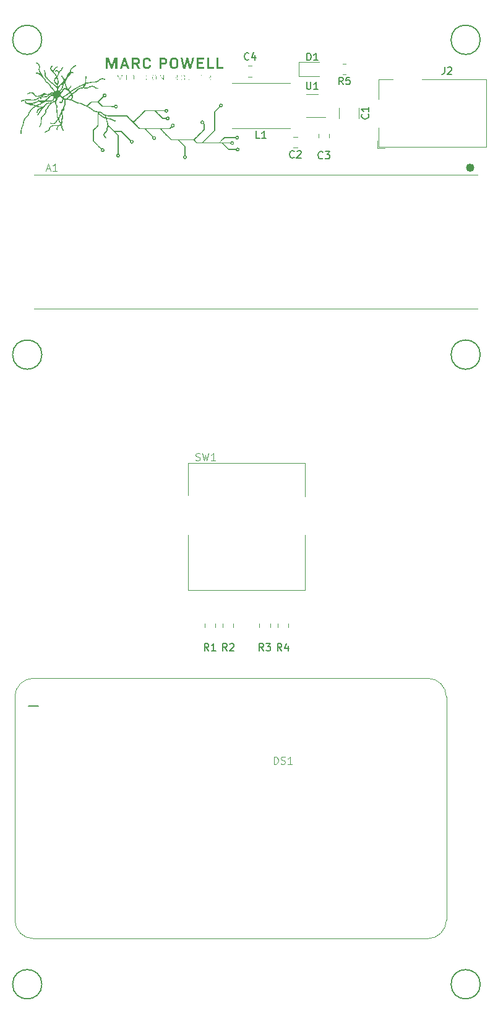
<source format=gbr>
%TF.GenerationSoftware,KiCad,Pcbnew,7.0.7*%
%TF.CreationDate,2024-03-28T21:44:09-04:00*%
%TF.ProjectId,midi-controller_control-board_teensy,6d696469-2d63-46f6-9e74-726f6c6c6572,rev?*%
%TF.SameCoordinates,Original*%
%TF.FileFunction,Legend,Top*%
%TF.FilePolarity,Positive*%
%FSLAX46Y46*%
G04 Gerber Fmt 4.6, Leading zero omitted, Abs format (unit mm)*
G04 Created by KiCad (PCBNEW 7.0.7) date 2024-03-28 21:44:09*
%MOMM*%
%LPD*%
G01*
G04 APERTURE LIST*
%ADD10C,0.100000*%
%ADD11C,0.150000*%
%ADD12C,0.558000*%
%ADD13C,0.203200*%
%ADD14C,0.120000*%
%ADD15C,0.050000*%
%ADD16C,0.200000*%
G04 APERTURE END LIST*
D10*
X52635714Y-60631704D02*
X53111904Y-60631704D01*
X52540476Y-60917419D02*
X52873809Y-59917419D01*
X52873809Y-59917419D02*
X53207142Y-60917419D01*
X54064285Y-60917419D02*
X53492857Y-60917419D01*
X53778571Y-60917419D02*
X53778571Y-59917419D01*
X53778571Y-59917419D02*
X53683333Y-60060276D01*
X53683333Y-60060276D02*
X53588095Y-60155514D01*
X53588095Y-60155514D02*
X53492857Y-60203133D01*
D11*
X88261905Y-45804819D02*
X88261905Y-44804819D01*
X88261905Y-44804819D02*
X88500000Y-44804819D01*
X88500000Y-44804819D02*
X88642857Y-44852438D01*
X88642857Y-44852438D02*
X88738095Y-44947676D01*
X88738095Y-44947676D02*
X88785714Y-45042914D01*
X88785714Y-45042914D02*
X88833333Y-45233390D01*
X88833333Y-45233390D02*
X88833333Y-45376247D01*
X88833333Y-45376247D02*
X88785714Y-45566723D01*
X88785714Y-45566723D02*
X88738095Y-45661961D01*
X88738095Y-45661961D02*
X88642857Y-45757200D01*
X88642857Y-45757200D02*
X88500000Y-45804819D01*
X88500000Y-45804819D02*
X88261905Y-45804819D01*
X89785714Y-45804819D02*
X89214286Y-45804819D01*
X89500000Y-45804819D02*
X89500000Y-44804819D01*
X89500000Y-44804819D02*
X89404762Y-44947676D01*
X89404762Y-44947676D02*
X89309524Y-45042914D01*
X89309524Y-45042914D02*
X89214286Y-45090533D01*
X82333333Y-126454818D02*
X82000000Y-125978627D01*
X81761905Y-126454818D02*
X81761905Y-125454818D01*
X81761905Y-125454818D02*
X82142857Y-125454818D01*
X82142857Y-125454818D02*
X82238095Y-125502437D01*
X82238095Y-125502437D02*
X82285714Y-125550056D01*
X82285714Y-125550056D02*
X82333333Y-125645294D01*
X82333333Y-125645294D02*
X82333333Y-125788151D01*
X82333333Y-125788151D02*
X82285714Y-125883389D01*
X82285714Y-125883389D02*
X82238095Y-125931008D01*
X82238095Y-125931008D02*
X82142857Y-125978627D01*
X82142857Y-125978627D02*
X81761905Y-125978627D01*
X82666667Y-125454818D02*
X83285714Y-125454818D01*
X83285714Y-125454818D02*
X82952381Y-125835770D01*
X82952381Y-125835770D02*
X83095238Y-125835770D01*
X83095238Y-125835770D02*
X83190476Y-125883389D01*
X83190476Y-125883389D02*
X83238095Y-125931008D01*
X83238095Y-125931008D02*
X83285714Y-126026246D01*
X83285714Y-126026246D02*
X83285714Y-126264341D01*
X83285714Y-126264341D02*
X83238095Y-126359579D01*
X83238095Y-126359579D02*
X83190476Y-126407199D01*
X83190476Y-126407199D02*
X83095238Y-126454818D01*
X83095238Y-126454818D02*
X82809524Y-126454818D01*
X82809524Y-126454818D02*
X82714286Y-126407199D01*
X82714286Y-126407199D02*
X82666667Y-126359579D01*
X93233333Y-49104819D02*
X92900000Y-48628628D01*
X92661905Y-49104819D02*
X92661905Y-48104819D01*
X92661905Y-48104819D02*
X93042857Y-48104819D01*
X93042857Y-48104819D02*
X93138095Y-48152438D01*
X93138095Y-48152438D02*
X93185714Y-48200057D01*
X93185714Y-48200057D02*
X93233333Y-48295295D01*
X93233333Y-48295295D02*
X93233333Y-48438152D01*
X93233333Y-48438152D02*
X93185714Y-48533390D01*
X93185714Y-48533390D02*
X93138095Y-48581009D01*
X93138095Y-48581009D02*
X93042857Y-48628628D01*
X93042857Y-48628628D02*
X92661905Y-48628628D01*
X94138095Y-48104819D02*
X93661905Y-48104819D01*
X93661905Y-48104819D02*
X93614286Y-48581009D01*
X93614286Y-48581009D02*
X93661905Y-48533390D01*
X93661905Y-48533390D02*
X93757143Y-48485771D01*
X93757143Y-48485771D02*
X93995238Y-48485771D01*
X93995238Y-48485771D02*
X94090476Y-48533390D01*
X94090476Y-48533390D02*
X94138095Y-48581009D01*
X94138095Y-48581009D02*
X94185714Y-48676247D01*
X94185714Y-48676247D02*
X94185714Y-48914342D01*
X94185714Y-48914342D02*
X94138095Y-49009580D01*
X94138095Y-49009580D02*
X94090476Y-49057200D01*
X94090476Y-49057200D02*
X93995238Y-49104819D01*
X93995238Y-49104819D02*
X93757143Y-49104819D01*
X93757143Y-49104819D02*
X93661905Y-49057200D01*
X93661905Y-49057200D02*
X93614286Y-49009580D01*
D10*
X83760713Y-141917420D02*
X83760713Y-140917420D01*
X83760713Y-140917420D02*
X83998808Y-140917420D01*
X83998808Y-140917420D02*
X84141665Y-140965039D01*
X84141665Y-140965039D02*
X84236903Y-141060277D01*
X84236903Y-141060277D02*
X84284522Y-141155515D01*
X84284522Y-141155515D02*
X84332141Y-141345991D01*
X84332141Y-141345991D02*
X84332141Y-141488848D01*
X84332141Y-141488848D02*
X84284522Y-141679324D01*
X84284522Y-141679324D02*
X84236903Y-141774562D01*
X84236903Y-141774562D02*
X84141665Y-141869801D01*
X84141665Y-141869801D02*
X83998808Y-141917420D01*
X83998808Y-141917420D02*
X83760713Y-141917420D01*
X84713094Y-141869801D02*
X84855951Y-141917420D01*
X84855951Y-141917420D02*
X85094046Y-141917420D01*
X85094046Y-141917420D02*
X85189284Y-141869801D01*
X85189284Y-141869801D02*
X85236903Y-141822181D01*
X85236903Y-141822181D02*
X85284522Y-141726943D01*
X85284522Y-141726943D02*
X85284522Y-141631705D01*
X85284522Y-141631705D02*
X85236903Y-141536467D01*
X85236903Y-141536467D02*
X85189284Y-141488848D01*
X85189284Y-141488848D02*
X85094046Y-141441229D01*
X85094046Y-141441229D02*
X84903570Y-141393610D01*
X84903570Y-141393610D02*
X84808332Y-141345991D01*
X84808332Y-141345991D02*
X84760713Y-141298372D01*
X84760713Y-141298372D02*
X84713094Y-141203134D01*
X84713094Y-141203134D02*
X84713094Y-141107896D01*
X84713094Y-141107896D02*
X84760713Y-141012658D01*
X84760713Y-141012658D02*
X84808332Y-140965039D01*
X84808332Y-140965039D02*
X84903570Y-140917420D01*
X84903570Y-140917420D02*
X85141665Y-140917420D01*
X85141665Y-140917420D02*
X85284522Y-140965039D01*
X86236903Y-141917420D02*
X85665475Y-141917420D01*
X85951189Y-141917420D02*
X85951189Y-140917420D01*
X85951189Y-140917420D02*
X85855951Y-141060277D01*
X85855951Y-141060277D02*
X85760713Y-141155515D01*
X85760713Y-141155515D02*
X85665475Y-141203134D01*
D11*
X96659580Y-53166666D02*
X96707200Y-53214285D01*
X96707200Y-53214285D02*
X96754819Y-53357142D01*
X96754819Y-53357142D02*
X96754819Y-53452380D01*
X96754819Y-53452380D02*
X96707200Y-53595237D01*
X96707200Y-53595237D02*
X96611961Y-53690475D01*
X96611961Y-53690475D02*
X96516723Y-53738094D01*
X96516723Y-53738094D02*
X96326247Y-53785713D01*
X96326247Y-53785713D02*
X96183390Y-53785713D01*
X96183390Y-53785713D02*
X95992914Y-53738094D01*
X95992914Y-53738094D02*
X95897676Y-53690475D01*
X95897676Y-53690475D02*
X95802438Y-53595237D01*
X95802438Y-53595237D02*
X95754819Y-53452380D01*
X95754819Y-53452380D02*
X95754819Y-53357142D01*
X95754819Y-53357142D02*
X95802438Y-53214285D01*
X95802438Y-53214285D02*
X95850057Y-53166666D01*
X96754819Y-52214285D02*
X96754819Y-52785713D01*
X96754819Y-52499999D02*
X95754819Y-52499999D01*
X95754819Y-52499999D02*
X95897676Y-52595237D01*
X95897676Y-52595237D02*
X95992914Y-52690475D01*
X95992914Y-52690475D02*
X96040533Y-52785713D01*
X107116666Y-46704819D02*
X107116666Y-47419104D01*
X107116666Y-47419104D02*
X107069047Y-47561961D01*
X107069047Y-47561961D02*
X106973809Y-47657200D01*
X106973809Y-47657200D02*
X106830952Y-47704819D01*
X106830952Y-47704819D02*
X106735714Y-47704819D01*
X107545238Y-46800057D02*
X107592857Y-46752438D01*
X107592857Y-46752438D02*
X107688095Y-46704819D01*
X107688095Y-46704819D02*
X107926190Y-46704819D01*
X107926190Y-46704819D02*
X108021428Y-46752438D01*
X108021428Y-46752438D02*
X108069047Y-46800057D01*
X108069047Y-46800057D02*
X108116666Y-46895295D01*
X108116666Y-46895295D02*
X108116666Y-46990533D01*
X108116666Y-46990533D02*
X108069047Y-47133390D01*
X108069047Y-47133390D02*
X107497619Y-47704819D01*
X107497619Y-47704819D02*
X108116666Y-47704819D01*
X77333333Y-126454818D02*
X77000000Y-125978627D01*
X76761905Y-126454818D02*
X76761905Y-125454818D01*
X76761905Y-125454818D02*
X77142857Y-125454818D01*
X77142857Y-125454818D02*
X77238095Y-125502437D01*
X77238095Y-125502437D02*
X77285714Y-125550056D01*
X77285714Y-125550056D02*
X77333333Y-125645294D01*
X77333333Y-125645294D02*
X77333333Y-125788151D01*
X77333333Y-125788151D02*
X77285714Y-125883389D01*
X77285714Y-125883389D02*
X77238095Y-125931008D01*
X77238095Y-125931008D02*
X77142857Y-125978627D01*
X77142857Y-125978627D02*
X76761905Y-125978627D01*
X77714286Y-125550056D02*
X77761905Y-125502437D01*
X77761905Y-125502437D02*
X77857143Y-125454818D01*
X77857143Y-125454818D02*
X78095238Y-125454818D01*
X78095238Y-125454818D02*
X78190476Y-125502437D01*
X78190476Y-125502437D02*
X78238095Y-125550056D01*
X78238095Y-125550056D02*
X78285714Y-125645294D01*
X78285714Y-125645294D02*
X78285714Y-125740532D01*
X78285714Y-125740532D02*
X78238095Y-125883389D01*
X78238095Y-125883389D02*
X77666667Y-126454818D01*
X77666667Y-126454818D02*
X78285714Y-126454818D01*
X74833333Y-126454818D02*
X74500000Y-125978627D01*
X74261905Y-126454818D02*
X74261905Y-125454818D01*
X74261905Y-125454818D02*
X74642857Y-125454818D01*
X74642857Y-125454818D02*
X74738095Y-125502437D01*
X74738095Y-125502437D02*
X74785714Y-125550056D01*
X74785714Y-125550056D02*
X74833333Y-125645294D01*
X74833333Y-125645294D02*
X74833333Y-125788151D01*
X74833333Y-125788151D02*
X74785714Y-125883389D01*
X74785714Y-125883389D02*
X74738095Y-125931008D01*
X74738095Y-125931008D02*
X74642857Y-125978627D01*
X74642857Y-125978627D02*
X74261905Y-125978627D01*
X75785714Y-126454818D02*
X75214286Y-126454818D01*
X75500000Y-126454818D02*
X75500000Y-125454818D01*
X75500000Y-125454818D02*
X75404762Y-125597675D01*
X75404762Y-125597675D02*
X75309524Y-125692913D01*
X75309524Y-125692913D02*
X75214286Y-125740532D01*
X86533333Y-59039580D02*
X86485714Y-59087200D01*
X86485714Y-59087200D02*
X86342857Y-59134819D01*
X86342857Y-59134819D02*
X86247619Y-59134819D01*
X86247619Y-59134819D02*
X86104762Y-59087200D01*
X86104762Y-59087200D02*
X86009524Y-58991961D01*
X86009524Y-58991961D02*
X85961905Y-58896723D01*
X85961905Y-58896723D02*
X85914286Y-58706247D01*
X85914286Y-58706247D02*
X85914286Y-58563390D01*
X85914286Y-58563390D02*
X85961905Y-58372914D01*
X85961905Y-58372914D02*
X86009524Y-58277676D01*
X86009524Y-58277676D02*
X86104762Y-58182438D01*
X86104762Y-58182438D02*
X86247619Y-58134819D01*
X86247619Y-58134819D02*
X86342857Y-58134819D01*
X86342857Y-58134819D02*
X86485714Y-58182438D01*
X86485714Y-58182438D02*
X86533333Y-58230057D01*
X86914286Y-58230057D02*
X86961905Y-58182438D01*
X86961905Y-58182438D02*
X87057143Y-58134819D01*
X87057143Y-58134819D02*
X87295238Y-58134819D01*
X87295238Y-58134819D02*
X87390476Y-58182438D01*
X87390476Y-58182438D02*
X87438095Y-58230057D01*
X87438095Y-58230057D02*
X87485714Y-58325295D01*
X87485714Y-58325295D02*
X87485714Y-58420533D01*
X87485714Y-58420533D02*
X87438095Y-58563390D01*
X87438095Y-58563390D02*
X86866667Y-59134819D01*
X86866667Y-59134819D02*
X87485714Y-59134819D01*
D10*
X73066667Y-100409800D02*
X73209524Y-100457419D01*
X73209524Y-100457419D02*
X73447619Y-100457419D01*
X73447619Y-100457419D02*
X73542857Y-100409800D01*
X73542857Y-100409800D02*
X73590476Y-100362180D01*
X73590476Y-100362180D02*
X73638095Y-100266942D01*
X73638095Y-100266942D02*
X73638095Y-100171704D01*
X73638095Y-100171704D02*
X73590476Y-100076466D01*
X73590476Y-100076466D02*
X73542857Y-100028847D01*
X73542857Y-100028847D02*
X73447619Y-99981228D01*
X73447619Y-99981228D02*
X73257143Y-99933609D01*
X73257143Y-99933609D02*
X73161905Y-99885990D01*
X73161905Y-99885990D02*
X73114286Y-99838371D01*
X73114286Y-99838371D02*
X73066667Y-99743133D01*
X73066667Y-99743133D02*
X73066667Y-99647895D01*
X73066667Y-99647895D02*
X73114286Y-99552657D01*
X73114286Y-99552657D02*
X73161905Y-99505038D01*
X73161905Y-99505038D02*
X73257143Y-99457419D01*
X73257143Y-99457419D02*
X73495238Y-99457419D01*
X73495238Y-99457419D02*
X73638095Y-99505038D01*
X73971429Y-99457419D02*
X74209524Y-100457419D01*
X74209524Y-100457419D02*
X74400000Y-99743133D01*
X74400000Y-99743133D02*
X74590476Y-100457419D01*
X74590476Y-100457419D02*
X74828572Y-99457419D01*
X75733333Y-100457419D02*
X75161905Y-100457419D01*
X75447619Y-100457419D02*
X75447619Y-99457419D01*
X75447619Y-99457419D02*
X75352381Y-99600276D01*
X75352381Y-99600276D02*
X75257143Y-99695514D01*
X75257143Y-99695514D02*
X75161905Y-99743133D01*
D11*
X84833333Y-126454818D02*
X84500000Y-125978627D01*
X84261905Y-126454818D02*
X84261905Y-125454818D01*
X84261905Y-125454818D02*
X84642857Y-125454818D01*
X84642857Y-125454818D02*
X84738095Y-125502437D01*
X84738095Y-125502437D02*
X84785714Y-125550056D01*
X84785714Y-125550056D02*
X84833333Y-125645294D01*
X84833333Y-125645294D02*
X84833333Y-125788151D01*
X84833333Y-125788151D02*
X84785714Y-125883389D01*
X84785714Y-125883389D02*
X84738095Y-125931008D01*
X84738095Y-125931008D02*
X84642857Y-125978627D01*
X84642857Y-125978627D02*
X84261905Y-125978627D01*
X85690476Y-125788151D02*
X85690476Y-126454818D01*
X85452381Y-125407199D02*
X85214286Y-126121484D01*
X85214286Y-126121484D02*
X85833333Y-126121484D01*
X80333333Y-45659580D02*
X80285714Y-45707200D01*
X80285714Y-45707200D02*
X80142857Y-45754819D01*
X80142857Y-45754819D02*
X80047619Y-45754819D01*
X80047619Y-45754819D02*
X79904762Y-45707200D01*
X79904762Y-45707200D02*
X79809524Y-45611961D01*
X79809524Y-45611961D02*
X79761905Y-45516723D01*
X79761905Y-45516723D02*
X79714286Y-45326247D01*
X79714286Y-45326247D02*
X79714286Y-45183390D01*
X79714286Y-45183390D02*
X79761905Y-44992914D01*
X79761905Y-44992914D02*
X79809524Y-44897676D01*
X79809524Y-44897676D02*
X79904762Y-44802438D01*
X79904762Y-44802438D02*
X80047619Y-44754819D01*
X80047619Y-44754819D02*
X80142857Y-44754819D01*
X80142857Y-44754819D02*
X80285714Y-44802438D01*
X80285714Y-44802438D02*
X80333333Y-44850057D01*
X81190476Y-45088152D02*
X81190476Y-45754819D01*
X80952381Y-44707200D02*
X80714286Y-45421485D01*
X80714286Y-45421485D02*
X81333333Y-45421485D01*
X88238095Y-48754819D02*
X88238095Y-49564342D01*
X88238095Y-49564342D02*
X88285714Y-49659580D01*
X88285714Y-49659580D02*
X88333333Y-49707200D01*
X88333333Y-49707200D02*
X88428571Y-49754819D01*
X88428571Y-49754819D02*
X88619047Y-49754819D01*
X88619047Y-49754819D02*
X88714285Y-49707200D01*
X88714285Y-49707200D02*
X88761904Y-49659580D01*
X88761904Y-49659580D02*
X88809523Y-49564342D01*
X88809523Y-49564342D02*
X88809523Y-48754819D01*
X89809523Y-49754819D02*
X89238095Y-49754819D01*
X89523809Y-49754819D02*
X89523809Y-48754819D01*
X89523809Y-48754819D02*
X89428571Y-48897676D01*
X89428571Y-48897676D02*
X89333333Y-48992914D01*
X89333333Y-48992914D02*
X89238095Y-49040533D01*
X81833333Y-56454819D02*
X81357143Y-56454819D01*
X81357143Y-56454819D02*
X81357143Y-55454819D01*
X82690476Y-56454819D02*
X82119048Y-56454819D01*
X82404762Y-56454819D02*
X82404762Y-55454819D01*
X82404762Y-55454819D02*
X82309524Y-55597676D01*
X82309524Y-55597676D02*
X82214286Y-55692914D01*
X82214286Y-55692914D02*
X82119048Y-55740533D01*
X90433333Y-59159580D02*
X90385714Y-59207200D01*
X90385714Y-59207200D02*
X90242857Y-59254819D01*
X90242857Y-59254819D02*
X90147619Y-59254819D01*
X90147619Y-59254819D02*
X90004762Y-59207200D01*
X90004762Y-59207200D02*
X89909524Y-59111961D01*
X89909524Y-59111961D02*
X89861905Y-59016723D01*
X89861905Y-59016723D02*
X89814286Y-58826247D01*
X89814286Y-58826247D02*
X89814286Y-58683390D01*
X89814286Y-58683390D02*
X89861905Y-58492914D01*
X89861905Y-58492914D02*
X89909524Y-58397676D01*
X89909524Y-58397676D02*
X90004762Y-58302438D01*
X90004762Y-58302438D02*
X90147619Y-58254819D01*
X90147619Y-58254819D02*
X90242857Y-58254819D01*
X90242857Y-58254819D02*
X90385714Y-58302438D01*
X90385714Y-58302438D02*
X90433333Y-58350057D01*
X90766667Y-58254819D02*
X91385714Y-58254819D01*
X91385714Y-58254819D02*
X91052381Y-58635771D01*
X91052381Y-58635771D02*
X91195238Y-58635771D01*
X91195238Y-58635771D02*
X91290476Y-58683390D01*
X91290476Y-58683390D02*
X91338095Y-58731009D01*
X91338095Y-58731009D02*
X91385714Y-58826247D01*
X91385714Y-58826247D02*
X91385714Y-59064342D01*
X91385714Y-59064342D02*
X91338095Y-59159580D01*
X91338095Y-59159580D02*
X91290476Y-59207200D01*
X91290476Y-59207200D02*
X91195238Y-59254819D01*
X91195238Y-59254819D02*
X90909524Y-59254819D01*
X90909524Y-59254819D02*
X90814286Y-59207200D01*
X90814286Y-59207200D02*
X90766667Y-59159580D01*
%TO.C,G\u002A\u002A\u002A*%
G36*
X63613376Y-48142660D02*
G01*
X63613376Y-48502052D01*
X63590914Y-48502052D01*
X63568452Y-48502052D01*
X63568452Y-48142660D01*
X63568452Y-47783269D01*
X63590914Y-47783269D01*
X63613376Y-47783269D01*
X63613376Y-48142660D01*
G37*
G36*
X65185714Y-48142660D02*
G01*
X65185714Y-48502052D01*
X65163252Y-48502052D01*
X65140790Y-48502052D01*
X65140790Y-48142660D01*
X65140790Y-47783269D01*
X65163252Y-47783269D01*
X65185714Y-47783269D01*
X65185714Y-48142660D01*
G37*
G36*
X74891471Y-46069420D02*
G01*
X74893779Y-46691617D01*
X75223970Y-46693974D01*
X75554161Y-46696330D01*
X75554161Y-46813022D01*
X75554161Y-46929714D01*
X75091444Y-46929714D01*
X74628728Y-46929714D01*
X74628728Y-46188468D01*
X74628728Y-45447223D01*
X74758946Y-45447223D01*
X74889164Y-45447223D01*
X74891471Y-46069420D01*
G37*
G36*
X76176296Y-46069420D02*
G01*
X76178604Y-46691617D01*
X76508795Y-46693974D01*
X76838986Y-46696330D01*
X76838986Y-46813022D01*
X76838986Y-46929714D01*
X76376269Y-46929714D01*
X75913553Y-46929714D01*
X75913553Y-46188468D01*
X75913553Y-45447223D01*
X76043771Y-45447223D01*
X76173989Y-45447223D01*
X76176296Y-46069420D01*
G37*
G36*
X74179488Y-45564026D02*
G01*
X74179488Y-45680828D01*
X73820097Y-45680828D01*
X73460705Y-45680828D01*
X73460705Y-45869508D01*
X73460705Y-46058189D01*
X73766188Y-46058189D01*
X74071671Y-46058189D01*
X74071671Y-46174991D01*
X74071671Y-46291794D01*
X73766188Y-46291794D01*
X73460705Y-46291794D01*
X73460705Y-46493951D01*
X73460705Y-46696109D01*
X73833574Y-46696109D01*
X74206443Y-46696109D01*
X74206443Y-46812911D01*
X74206443Y-46929714D01*
X73698802Y-46929714D01*
X73191161Y-46929714D01*
X73191161Y-46188468D01*
X73191161Y-45447223D01*
X73685325Y-45447223D01*
X74179488Y-45447223D01*
X74179488Y-45564026D01*
G37*
G36*
X72975526Y-48098327D02*
G01*
X72975797Y-48189760D01*
X72976590Y-48267970D01*
X72977880Y-48332029D01*
X72979642Y-48381007D01*
X72981850Y-48413976D01*
X72984477Y-48430006D01*
X72984778Y-48430671D01*
X72995707Y-48446195D01*
X73011236Y-48457744D01*
X73033879Y-48465861D01*
X73066154Y-48471088D01*
X73110574Y-48473968D01*
X73169657Y-48475045D01*
X73190715Y-48475097D01*
X73245511Y-48475320D01*
X73284766Y-48476137D01*
X73310901Y-48477777D01*
X73326341Y-48480465D01*
X73333510Y-48484428D01*
X73334918Y-48488575D01*
X73332672Y-48493409D01*
X73324409Y-48496941D01*
X73307839Y-48499355D01*
X73280675Y-48500834D01*
X73240626Y-48501559D01*
X73185406Y-48501716D01*
X73170946Y-48501692D01*
X73106263Y-48501150D01*
X73057388Y-48499749D01*
X73022172Y-48497340D01*
X72998469Y-48493775D01*
X72984129Y-48488907D01*
X72983988Y-48488830D01*
X72971812Y-48481640D01*
X72961839Y-48473419D01*
X72953832Y-48462398D01*
X72947554Y-48446808D01*
X72942766Y-48424881D01*
X72939233Y-48394849D01*
X72936716Y-48354942D01*
X72934979Y-48303392D01*
X72933784Y-48238429D01*
X72932893Y-48158286D01*
X72932425Y-48104475D01*
X72929756Y-47783269D01*
X72952641Y-47783269D01*
X72975526Y-47783269D01*
X72975526Y-48098327D01*
G37*
G36*
X72108535Y-47783684D02*
G01*
X72112441Y-47786097D01*
X72115506Y-47792264D01*
X72117832Y-47803936D01*
X72119520Y-47822868D01*
X72120673Y-47850814D01*
X72121392Y-47889526D01*
X72121781Y-47940758D01*
X72121940Y-48006264D01*
X72121971Y-48087798D01*
X72121971Y-48097594D01*
X72121971Y-48411920D01*
X72148168Y-48441263D01*
X72174364Y-48470605D01*
X72327864Y-48473443D01*
X72385167Y-48474744D01*
X72426759Y-48476366D01*
X72454900Y-48478539D01*
X72471846Y-48481496D01*
X72479858Y-48485466D01*
X72481363Y-48489166D01*
X72478726Y-48493869D01*
X72469309Y-48497278D01*
X72450853Y-48499568D01*
X72421101Y-48500914D01*
X72377794Y-48501490D01*
X72321883Y-48501482D01*
X72269002Y-48500895D01*
X72221439Y-48499619D01*
X72182495Y-48497803D01*
X72155470Y-48495594D01*
X72144433Y-48493558D01*
X72125005Y-48481376D01*
X72108494Y-48466240D01*
X72103825Y-48460340D01*
X72100020Y-48452843D01*
X72096973Y-48441939D01*
X72094579Y-48425813D01*
X72092731Y-48402653D01*
X72091324Y-48370648D01*
X72090252Y-48327983D01*
X72089409Y-48272847D01*
X72088689Y-48203427D01*
X72087987Y-48117911D01*
X72087962Y-48114773D01*
X72087319Y-48028942D01*
X72086906Y-47959373D01*
X72086804Y-47904357D01*
X72087094Y-47862187D01*
X72087856Y-47831155D01*
X72089172Y-47809554D01*
X72091123Y-47795677D01*
X72093789Y-47787814D01*
X72097252Y-47784260D01*
X72101593Y-47783305D01*
X72103686Y-47783269D01*
X72108535Y-47783684D01*
G37*
G36*
X69485155Y-47783304D02*
G01*
X69545668Y-47783493D01*
X69591996Y-47783962D01*
X69626033Y-47784837D01*
X69649671Y-47786245D01*
X69664803Y-47788312D01*
X69673321Y-47791164D01*
X69677118Y-47794927D01*
X69678087Y-47799727D01*
X69678109Y-47801238D01*
X69677176Y-47808349D01*
X69672535Y-47813287D01*
X69661426Y-47816448D01*
X69641087Y-47818224D01*
X69608755Y-47819012D01*
X69561671Y-47819206D01*
X69552322Y-47819208D01*
X69426535Y-47819208D01*
X69426535Y-48160630D01*
X69426511Y-48247872D01*
X69426382Y-48318827D01*
X69426059Y-48375176D01*
X69425453Y-48418603D01*
X69424475Y-48450788D01*
X69423038Y-48473415D01*
X69421052Y-48488166D01*
X69418429Y-48496722D01*
X69415081Y-48500766D01*
X69410919Y-48501980D01*
X69408565Y-48502052D01*
X69403973Y-48501608D01*
X69400239Y-48499155D01*
X69397273Y-48493012D01*
X69394987Y-48481495D01*
X69393293Y-48462922D01*
X69392103Y-48435612D01*
X69391326Y-48397883D01*
X69390876Y-48348051D01*
X69390663Y-48284435D01*
X69390599Y-48205353D01*
X69390595Y-48160630D01*
X69390595Y-47819208D01*
X69264808Y-47819208D01*
X69215032Y-47819074D01*
X69180464Y-47818412D01*
X69158342Y-47816824D01*
X69145904Y-47813919D01*
X69140389Y-47809300D01*
X69139036Y-47802574D01*
X69139021Y-47801238D01*
X69139546Y-47796132D01*
X69142381Y-47792098D01*
X69149419Y-47789009D01*
X69162553Y-47786740D01*
X69183675Y-47785164D01*
X69214679Y-47784156D01*
X69257456Y-47783588D01*
X69313900Y-47783335D01*
X69385902Y-47783270D01*
X69408565Y-47783269D01*
X69485155Y-47783304D01*
G37*
G36*
X68373068Y-45447379D02*
G01*
X68448711Y-45447691D01*
X68522661Y-45448499D01*
X68591921Y-45449734D01*
X68653495Y-45451326D01*
X68704385Y-45453205D01*
X68741595Y-45455300D01*
X68752675Y-45456253D01*
X68849876Y-45471590D01*
X68932242Y-45496677D01*
X69000491Y-45532259D01*
X69055340Y-45579082D01*
X69097506Y-45637892D01*
X69127706Y-45709435D01*
X69146657Y-45794457D01*
X69154267Y-45874001D01*
X69154406Y-45980326D01*
X69143267Y-46072931D01*
X69120680Y-46152219D01*
X69086476Y-46218594D01*
X69040487Y-46272459D01*
X68982543Y-46314218D01*
X68966358Y-46322721D01*
X68929629Y-46339686D01*
X68894288Y-46353108D01*
X68857569Y-46363384D01*
X68816706Y-46370912D01*
X68768931Y-46376089D01*
X68711480Y-46379312D01*
X68641584Y-46380978D01*
X68557256Y-46381485D01*
X68339375Y-46381641D01*
X68339375Y-46655677D01*
X68339375Y-46929714D01*
X68209096Y-46929714D01*
X68078816Y-46929714D01*
X68078816Y-46188468D01*
X68078816Y-45679040D01*
X68339375Y-45679040D01*
X68339375Y-45918911D01*
X68339375Y-46158781D01*
X68535448Y-46155655D01*
X68731521Y-46152529D01*
X68784584Y-46125383D01*
X68816198Y-46107448D01*
X68837334Y-46089309D01*
X68854404Y-46064624D01*
X68863894Y-46046912D01*
X68877593Y-46017578D01*
X68885548Y-45991584D01*
X68889239Y-45961847D01*
X68890143Y-45921287D01*
X68890143Y-45921167D01*
X68885805Y-45857259D01*
X68871979Y-45806027D01*
X68847446Y-45764195D01*
X68821805Y-45737473D01*
X68802814Y-45722244D01*
X68782996Y-45710363D01*
X68759782Y-45701353D01*
X68730607Y-45694734D01*
X68692903Y-45690030D01*
X68644102Y-45686762D01*
X68581637Y-45684451D01*
X68530302Y-45683189D01*
X68339375Y-45679040D01*
X68078816Y-45679040D01*
X68078816Y-45447223D01*
X68373068Y-45447379D01*
G37*
G36*
X66622234Y-47778938D02*
G01*
X66659339Y-47785291D01*
X66680005Y-47794838D01*
X66684079Y-47801474D01*
X66682665Y-47806595D01*
X66674521Y-47810235D01*
X66657235Y-47812628D01*
X66628394Y-47814012D01*
X66585583Y-47814622D01*
X66548746Y-47814715D01*
X66495992Y-47814832D01*
X66457826Y-47815494D01*
X66430865Y-47817171D01*
X66411729Y-47820334D01*
X66397036Y-47825452D01*
X66383403Y-47832996D01*
X66374198Y-47838965D01*
X66337340Y-47873968D01*
X66308665Y-47924525D01*
X66288346Y-47990103D01*
X66276554Y-48070172D01*
X66273365Y-48151645D01*
X66275552Y-48202840D01*
X66281347Y-48256653D01*
X66289894Y-48307939D01*
X66300334Y-48351555D01*
X66311810Y-48382358D01*
X66311835Y-48382407D01*
X66341542Y-48423481D01*
X66383003Y-48453762D01*
X66436922Y-48473449D01*
X66504003Y-48482740D01*
X66584953Y-48481836D01*
X66643226Y-48476142D01*
X66673889Y-48473317D01*
X66691098Y-48474848D01*
X66698944Y-48481208D01*
X66699593Y-48482678D01*
X66702435Y-48495776D01*
X66701661Y-48498544D01*
X66688716Y-48503123D01*
X66661915Y-48507404D01*
X66625371Y-48511145D01*
X66583197Y-48514103D01*
X66539507Y-48516033D01*
X66498414Y-48516693D01*
X66464031Y-48515839D01*
X66443584Y-48513814D01*
X66380516Y-48497325D01*
X66331565Y-48471043D01*
X66304232Y-48445605D01*
X66283556Y-48418125D01*
X66267822Y-48388308D01*
X66256290Y-48353093D01*
X66248219Y-48309417D01*
X66242870Y-48254220D01*
X66239501Y-48184440D01*
X66239260Y-48177045D01*
X66238971Y-48081192D01*
X66244943Y-48001038D01*
X66257587Y-47935294D01*
X66277316Y-47882667D01*
X66304542Y-47841866D01*
X66339676Y-47811600D01*
X66359456Y-47800443D01*
X66383130Y-47790326D01*
X66407962Y-47783600D01*
X66438890Y-47779426D01*
X66480853Y-47776968D01*
X66501986Y-47776273D01*
X66569509Y-47775895D01*
X66622234Y-47778938D01*
G37*
G36*
X64418376Y-47778678D02*
G01*
X64481507Y-47789354D01*
X64531822Y-47808636D01*
X64570788Y-47837674D01*
X64599870Y-47877616D01*
X64620535Y-47929612D01*
X64634248Y-47994813D01*
X64642476Y-48074367D01*
X64643396Y-48088751D01*
X64644758Y-48190414D01*
X64636210Y-48280311D01*
X64617936Y-48357134D01*
X64599294Y-48402751D01*
X64581202Y-48435863D01*
X64564266Y-48457675D01*
X64543423Y-48473743D01*
X64525627Y-48483614D01*
X64508541Y-48491928D01*
X64492386Y-48497986D01*
X64473920Y-48502179D01*
X64449902Y-48504898D01*
X64417092Y-48506535D01*
X64372248Y-48507482D01*
X64323469Y-48508024D01*
X64271113Y-48508266D01*
X64224274Y-48508012D01*
X64186217Y-48507319D01*
X64160211Y-48506240D01*
X64150217Y-48505119D01*
X64146271Y-48503026D01*
X64143043Y-48498062D01*
X64140463Y-48488576D01*
X64138458Y-48472915D01*
X64136956Y-48449429D01*
X64135886Y-48416467D01*
X64135177Y-48372377D01*
X64134756Y-48315507D01*
X64134553Y-48244207D01*
X64134494Y-48156826D01*
X64134494Y-48142906D01*
X64134494Y-47810223D01*
X64179417Y-47810223D01*
X64179417Y-48142660D01*
X64179417Y-48475097D01*
X64315845Y-48475097D01*
X64370100Y-48474828D01*
X64409925Y-48473769D01*
X64438856Y-48471541D01*
X64460428Y-48467766D01*
X64478176Y-48462065D01*
X64490986Y-48456357D01*
X64524655Y-48435801D01*
X64550872Y-48409132D01*
X64570518Y-48374109D01*
X64584476Y-48328493D01*
X64593626Y-48270043D01*
X64598849Y-48196521D01*
X64599470Y-48180681D01*
X64600540Y-48096996D01*
X64596935Y-48028353D01*
X64588135Y-47972315D01*
X64573619Y-47926440D01*
X64552866Y-47888289D01*
X64531408Y-47861674D01*
X64507317Y-47842039D01*
X64475398Y-47827610D01*
X64433252Y-47817855D01*
X64378481Y-47812244D01*
X64308684Y-47810245D01*
X64299081Y-47810223D01*
X64179417Y-47810223D01*
X64134494Y-47810223D01*
X64134494Y-47785078D01*
X64247803Y-47778543D01*
X64340963Y-47775457D01*
X64418376Y-47778678D01*
G37*
G36*
X63713867Y-46170499D02*
G01*
X63751952Y-46279873D01*
X63788397Y-46384658D01*
X63822759Y-46483572D01*
X63854596Y-46575335D01*
X63883463Y-46658665D01*
X63908917Y-46732282D01*
X63930517Y-46794903D01*
X63947817Y-46845249D01*
X63960376Y-46882038D01*
X63967751Y-46903989D01*
X63969564Y-46909731D01*
X63974833Y-46930180D01*
X63833459Y-46927701D01*
X63692085Y-46925221D01*
X63636693Y-46763495D01*
X63581300Y-46601769D01*
X63319601Y-46599388D01*
X63057902Y-46597007D01*
X63002455Y-46763361D01*
X62947008Y-46929714D01*
X62808973Y-46929714D01*
X62670939Y-46929714D01*
X62702143Y-46842112D01*
X62710149Y-46819473D01*
X62723541Y-46781407D01*
X62741779Y-46729454D01*
X62764325Y-46665152D01*
X62790640Y-46590040D01*
X62820184Y-46505656D01*
X62852420Y-46413539D01*
X62872742Y-46355442D01*
X63137182Y-46355442D01*
X63145783Y-46358043D01*
X63170053Y-46360268D01*
X63207694Y-46362014D01*
X63256408Y-46363181D01*
X63313896Y-46363664D01*
X63322331Y-46363672D01*
X63386958Y-46363441D01*
X63435405Y-46362673D01*
X63469460Y-46361258D01*
X63490907Y-46359086D01*
X63501533Y-46356045D01*
X63503308Y-46352441D01*
X63499715Y-46341355D01*
X63491509Y-46315262D01*
X63479366Y-46276329D01*
X63463958Y-46226725D01*
X63445960Y-46168617D01*
X63426046Y-46104172D01*
X63416017Y-46071666D01*
X63395299Y-46004803D01*
X63375995Y-45943126D01*
X63358807Y-45888828D01*
X63344437Y-45844101D01*
X63333585Y-45811140D01*
X63326955Y-45792136D01*
X63325493Y-45788645D01*
X63318723Y-45779677D01*
X63313721Y-45787184D01*
X63313181Y-45788645D01*
X63307574Y-45805265D01*
X63297831Y-45835435D01*
X63284722Y-45876680D01*
X63269015Y-45926522D01*
X63251479Y-45982487D01*
X63232882Y-46042099D01*
X63213994Y-46102881D01*
X63195583Y-46162358D01*
X63178419Y-46218054D01*
X63163269Y-46267493D01*
X63150903Y-46308199D01*
X63142089Y-46337697D01*
X63137597Y-46353509D01*
X63137182Y-46355442D01*
X62872742Y-46355442D01*
X62886808Y-46315228D01*
X62922809Y-46212261D01*
X62959884Y-46106177D01*
X62960955Y-46103113D01*
X63188562Y-45451716D01*
X63326000Y-45451716D01*
X63463438Y-45451716D01*
X63713867Y-46170499D01*
G37*
G36*
X61344726Y-45925663D02*
G01*
X61384539Y-46038463D01*
X61418793Y-46135488D01*
X61447922Y-46217907D01*
X61472361Y-46286885D01*
X61492542Y-46343590D01*
X61508901Y-46389188D01*
X61521870Y-46424848D01*
X61531883Y-46451735D01*
X61539375Y-46471016D01*
X61544779Y-46483859D01*
X61548530Y-46491431D01*
X61551060Y-46494898D01*
X61552804Y-46495427D01*
X61554195Y-46494185D01*
X61555483Y-46492543D01*
X61559585Y-46482934D01*
X61569103Y-46457847D01*
X61583504Y-46418763D01*
X61602255Y-46367161D01*
X61624823Y-46304519D01*
X61650677Y-46232317D01*
X61679281Y-46152035D01*
X61710105Y-46065152D01*
X61742615Y-45973146D01*
X61745101Y-45966095D01*
X61928029Y-45447223D01*
X62123797Y-45447223D01*
X62319566Y-45447223D01*
X62319566Y-46188468D01*
X62319566Y-46929714D01*
X62189287Y-46929714D01*
X62059007Y-46929714D01*
X62059007Y-46352890D01*
X62058891Y-46252159D01*
X62058557Y-46157474D01*
X62058023Y-46070275D01*
X62057309Y-45992002D01*
X62056434Y-45924093D01*
X62055419Y-45867988D01*
X62054281Y-45825126D01*
X62053042Y-45796946D01*
X62051720Y-45784887D01*
X62051332Y-45784602D01*
X62047100Y-45794324D01*
X62037410Y-45819581D01*
X62022774Y-45858961D01*
X62003704Y-45911051D01*
X61980712Y-45974437D01*
X61954309Y-46047706D01*
X61925007Y-46129444D01*
X61893318Y-46218239D01*
X61859753Y-46312678D01*
X61842436Y-46361548D01*
X61641214Y-46929959D01*
X61547422Y-46927590D01*
X61453629Y-46925221D01*
X61250284Y-46357042D01*
X61215667Y-46260476D01*
X61182729Y-46168901D01*
X61151982Y-46083720D01*
X61123936Y-46006335D01*
X61099105Y-45938150D01*
X61077998Y-45880568D01*
X61061129Y-45834990D01*
X61049008Y-45802820D01*
X61042147Y-45785461D01*
X61040840Y-45782765D01*
X61039784Y-45790423D01*
X61038786Y-45814570D01*
X61037861Y-45853725D01*
X61037026Y-45906409D01*
X61036297Y-45971139D01*
X61035689Y-46046437D01*
X61035218Y-46130820D01*
X61034900Y-46222810D01*
X61034751Y-46320925D01*
X61034741Y-46353190D01*
X61034741Y-46929714D01*
X60908954Y-46929714D01*
X60783167Y-46929714D01*
X60783167Y-46188468D01*
X60783167Y-45447223D01*
X60979508Y-45447223D01*
X61175848Y-45447223D01*
X61344726Y-45925663D01*
G37*
G36*
X74069847Y-47783973D02*
G01*
X74121604Y-47785801D01*
X74158619Y-47789042D01*
X74182492Y-47793890D01*
X74194822Y-47800536D01*
X74197458Y-47806906D01*
X74194337Y-47811408D01*
X74183542Y-47814712D01*
X74162928Y-47816981D01*
X74130348Y-47818377D01*
X74083656Y-47819062D01*
X74035040Y-47819208D01*
X73872623Y-47819208D01*
X73846360Y-47845471D01*
X73820097Y-47871734D01*
X73820097Y-47989228D01*
X73820097Y-48106721D01*
X73986315Y-48106721D01*
X74045660Y-48106904D01*
X74089310Y-48107574D01*
X74119536Y-48108917D01*
X74138613Y-48111116D01*
X74148811Y-48114356D01*
X74152402Y-48118821D01*
X74152534Y-48120198D01*
X74150282Y-48125010D01*
X74142012Y-48128549D01*
X74125451Y-48131000D01*
X74098327Y-48132547D01*
X74058369Y-48133373D01*
X74003304Y-48133665D01*
X73986315Y-48133675D01*
X73820097Y-48133675D01*
X73820097Y-48273530D01*
X73820680Y-48324679D01*
X73822298Y-48369401D01*
X73824753Y-48404338D01*
X73827847Y-48426133D01*
X73829348Y-48430671D01*
X73839842Y-48445799D01*
X73854571Y-48457148D01*
X73875995Y-48465226D01*
X73906579Y-48470543D01*
X73948782Y-48473608D01*
X74005070Y-48474929D01*
X74044270Y-48475097D01*
X74100960Y-48475302D01*
X74142042Y-48476053D01*
X74169874Y-48477558D01*
X74186816Y-48480026D01*
X74195224Y-48483662D01*
X74197458Y-48488575D01*
X74189029Y-48493943D01*
X74165882Y-48498108D01*
X74131227Y-48501086D01*
X74088276Y-48502893D01*
X74040237Y-48503547D01*
X73990321Y-48503063D01*
X73941739Y-48501459D01*
X73897700Y-48498750D01*
X73861416Y-48494954D01*
X73836095Y-48490086D01*
X73827518Y-48486669D01*
X73806797Y-48468919D01*
X73793825Y-48450546D01*
X73790775Y-48434374D01*
X73788278Y-48400828D01*
X73786354Y-48350495D01*
X73785020Y-48283963D01*
X73784294Y-48201819D01*
X73784157Y-48139744D01*
X73784250Y-48058587D01*
X73784587Y-47993480D01*
X73785260Y-47942504D01*
X73786360Y-47903739D01*
X73787976Y-47875267D01*
X73790199Y-47855168D01*
X73793121Y-47841523D01*
X73796830Y-47832414D01*
X73798809Y-47829243D01*
X73813836Y-47812394D01*
X73833685Y-47800048D01*
X73861075Y-47791591D01*
X73898727Y-47786408D01*
X73949360Y-47783884D01*
X74001750Y-47783367D01*
X74069847Y-47783973D01*
G37*
G36*
X67451490Y-47779233D02*
G01*
X67484490Y-47780775D01*
X67508807Y-47784274D01*
X67529079Y-47790444D01*
X67549947Y-47800000D01*
X67553417Y-47801771D01*
X67587973Y-47823230D01*
X67615392Y-47849536D01*
X67636375Y-47882762D01*
X67651621Y-47924981D01*
X67661830Y-47978266D01*
X67667702Y-48044689D01*
X67669935Y-48126323D01*
X67670008Y-48147153D01*
X67669716Y-48208724D01*
X67668655Y-48255735D01*
X67666549Y-48291588D01*
X67663121Y-48319686D01*
X67658094Y-48343431D01*
X67652528Y-48362217D01*
X67629816Y-48411624D01*
X67597841Y-48454067D01*
X67560112Y-48485686D01*
X67526252Y-48501138D01*
X67481039Y-48509980D01*
X67427904Y-48514923D01*
X67375244Y-48515524D01*
X67331808Y-48511403D01*
X67277105Y-48496188D01*
X67232763Y-48471509D01*
X67197929Y-48436001D01*
X67171750Y-48388294D01*
X67153372Y-48327020D01*
X67141943Y-48250813D01*
X67138257Y-48201062D01*
X67137036Y-48110950D01*
X67137056Y-48110673D01*
X67181658Y-48110673D01*
X67182570Y-48180681D01*
X67185936Y-48246785D01*
X67191328Y-48298482D01*
X67199535Y-48339294D01*
X67211350Y-48372742D01*
X67227563Y-48402347D01*
X67234765Y-48412933D01*
X67269449Y-48446640D01*
X67316436Y-48469562D01*
X67373202Y-48481068D01*
X67437224Y-48480526D01*
X67478639Y-48474034D01*
X67528586Y-48454739D01*
X67569569Y-48420303D01*
X67600730Y-48371619D01*
X67615934Y-48330619D01*
X67623788Y-48291257D01*
X67629341Y-48239224D01*
X67632504Y-48179682D01*
X67633188Y-48117792D01*
X67631301Y-48058717D01*
X67626754Y-48007619D01*
X67622041Y-47979810D01*
X67604080Y-47925095D01*
X67577476Y-47878777D01*
X67544663Y-47844557D01*
X67525217Y-47832413D01*
X67491106Y-47821316D01*
X67446356Y-47814039D01*
X67397986Y-47811066D01*
X67353016Y-47812885D01*
X67323242Y-47818402D01*
X67279045Y-47837731D01*
X67243687Y-47867271D01*
X67216719Y-47908177D01*
X67197691Y-47961608D01*
X67186154Y-48028721D01*
X67181658Y-48110673D01*
X67137056Y-48110673D01*
X67142997Y-48028773D01*
X67155721Y-47956646D01*
X67174789Y-47896687D01*
X67199783Y-47851014D01*
X67209977Y-47838661D01*
X67236892Y-47813985D01*
X67266399Y-47796848D01*
X67302335Y-47786076D01*
X67348536Y-47780495D01*
X67405168Y-47778932D01*
X67451490Y-47779233D01*
G37*
G36*
X71368859Y-47779233D02*
G01*
X71401858Y-47780775D01*
X71426175Y-47784274D01*
X71446448Y-47790444D01*
X71467315Y-47800000D01*
X71470785Y-47801771D01*
X71505341Y-47823230D01*
X71532760Y-47849536D01*
X71553743Y-47882762D01*
X71568990Y-47924981D01*
X71579199Y-47978266D01*
X71585070Y-48044689D01*
X71587304Y-48126323D01*
X71587376Y-48147153D01*
X71587084Y-48208724D01*
X71586023Y-48255735D01*
X71583917Y-48291588D01*
X71580489Y-48319686D01*
X71575462Y-48343431D01*
X71569896Y-48362217D01*
X71547184Y-48411624D01*
X71515209Y-48454067D01*
X71477481Y-48485686D01*
X71443620Y-48501138D01*
X71398408Y-48509980D01*
X71345272Y-48514923D01*
X71292612Y-48515524D01*
X71249176Y-48511403D01*
X71194473Y-48496188D01*
X71150131Y-48471509D01*
X71115297Y-48436001D01*
X71089118Y-48388294D01*
X71070740Y-48327020D01*
X71059311Y-48250813D01*
X71055625Y-48201062D01*
X71054404Y-48110950D01*
X71054424Y-48110673D01*
X71099027Y-48110673D01*
X71099938Y-48180681D01*
X71103305Y-48246785D01*
X71108696Y-48298482D01*
X71116903Y-48339294D01*
X71128718Y-48372742D01*
X71144932Y-48402347D01*
X71152133Y-48412933D01*
X71186817Y-48446640D01*
X71233804Y-48469562D01*
X71290570Y-48481068D01*
X71354592Y-48480526D01*
X71396007Y-48474034D01*
X71445955Y-48454739D01*
X71486937Y-48420303D01*
X71518098Y-48371619D01*
X71533302Y-48330619D01*
X71541156Y-48291257D01*
X71546709Y-48239224D01*
X71549873Y-48179682D01*
X71550556Y-48117792D01*
X71548669Y-48058717D01*
X71544122Y-48007619D01*
X71539410Y-47979810D01*
X71521448Y-47925095D01*
X71494844Y-47878777D01*
X71462031Y-47844557D01*
X71442585Y-47832413D01*
X71408474Y-47821316D01*
X71363724Y-47814039D01*
X71315355Y-47811066D01*
X71270384Y-47812885D01*
X71240610Y-47818402D01*
X71196413Y-47837731D01*
X71161056Y-47867271D01*
X71134087Y-47908177D01*
X71115059Y-47961608D01*
X71103522Y-48028721D01*
X71099027Y-48110673D01*
X71054424Y-48110673D01*
X71060365Y-48028773D01*
X71073089Y-47956646D01*
X71092158Y-47896687D01*
X71117151Y-47851014D01*
X71127345Y-47838661D01*
X71154261Y-47813985D01*
X71183767Y-47796848D01*
X71219703Y-47786076D01*
X71265904Y-47780495D01*
X71322536Y-47778932D01*
X71368859Y-47779233D01*
G37*
G36*
X68244487Y-47783211D02*
G01*
X68251992Y-47786706D01*
X68260304Y-47794170D01*
X68270284Y-47806930D01*
X68282790Y-47826314D01*
X68298682Y-47853648D01*
X68318822Y-47890260D01*
X68344068Y-47937478D01*
X68375280Y-47996628D01*
X68413319Y-48069038D01*
X68456078Y-48150397D01*
X68501333Y-48235966D01*
X68539126Y-48306406D01*
X68570005Y-48362674D01*
X68594522Y-48405725D01*
X68613227Y-48436513D01*
X68626672Y-48455995D01*
X68635405Y-48465125D01*
X68638020Y-48466113D01*
X68642072Y-48465189D01*
X68645369Y-48461306D01*
X68647988Y-48452791D01*
X68650007Y-48437975D01*
X68651502Y-48415187D01*
X68652552Y-48382757D01*
X68653233Y-48339014D01*
X68653624Y-48282286D01*
X68653801Y-48210905D01*
X68653843Y-48124691D01*
X68653866Y-48037448D01*
X68653995Y-47966494D01*
X68654318Y-47910144D01*
X68654925Y-47866718D01*
X68655902Y-47834532D01*
X68657339Y-47811905D01*
X68659325Y-47797154D01*
X68661948Y-47788598D01*
X68665296Y-47784554D01*
X68669458Y-47783340D01*
X68671812Y-47783269D01*
X68676296Y-47783696D01*
X68679964Y-47786072D01*
X68682899Y-47792035D01*
X68685181Y-47803222D01*
X68686894Y-47821274D01*
X68688118Y-47847827D01*
X68688936Y-47884522D01*
X68689430Y-47932996D01*
X68689681Y-47994889D01*
X68689771Y-48071838D01*
X68689782Y-48143130D01*
X68689782Y-48502991D01*
X68642612Y-48500275D01*
X68595442Y-48497559D01*
X68466889Y-48254970D01*
X68431827Y-48188699D01*
X68396879Y-48122452D01*
X68363666Y-48059315D01*
X68333807Y-48002373D01*
X68308925Y-47954712D01*
X68290639Y-47919419D01*
X68288776Y-47915794D01*
X68267979Y-47877238D01*
X68249350Y-47846354D01*
X68234768Y-47826049D01*
X68226401Y-47819208D01*
X68223069Y-47821427D01*
X68220353Y-47829136D01*
X68218192Y-47843913D01*
X68216528Y-47867335D01*
X68215302Y-47900978D01*
X68214454Y-47946421D01*
X68213925Y-48005240D01*
X68213656Y-48079013D01*
X68213588Y-48160630D01*
X68213565Y-48247872D01*
X68213436Y-48318827D01*
X68213112Y-48375176D01*
X68212506Y-48418603D01*
X68211529Y-48450788D01*
X68210091Y-48473415D01*
X68208105Y-48488166D01*
X68205483Y-48496722D01*
X68202134Y-48500766D01*
X68197972Y-48501980D01*
X68195618Y-48502052D01*
X68191132Y-48501624D01*
X68187462Y-48499246D01*
X68184527Y-48493279D01*
X68182244Y-48482083D01*
X68180532Y-48464019D01*
X68179308Y-48437447D01*
X68178491Y-48400727D01*
X68177999Y-48352219D01*
X68177749Y-48290285D01*
X68177660Y-48213283D01*
X68177649Y-48142660D01*
X68177649Y-47783269D01*
X68218212Y-47783269D01*
X68228457Y-47782820D01*
X68236928Y-47782358D01*
X68244487Y-47783211D01*
G37*
G36*
X70359903Y-47776563D02*
G01*
X70417936Y-47781157D01*
X70464645Y-47789110D01*
X70495145Y-47799360D01*
X70523718Y-47816787D01*
X70543402Y-47838092D01*
X70555936Y-47866950D01*
X70563056Y-47907037D01*
X70566004Y-47949286D01*
X70567038Y-47990635D01*
X70566637Y-48028804D01*
X70564916Y-48057713D01*
X70563811Y-48065715D01*
X70547501Y-48106665D01*
X70517510Y-48139359D01*
X70478683Y-48159290D01*
X70442608Y-48170099D01*
X70474027Y-48199057D01*
X70487177Y-48212879D01*
X70498870Y-48229937D01*
X70510536Y-48253310D01*
X70523603Y-48286074D01*
X70539500Y-48331308D01*
X70550002Y-48362721D01*
X70565163Y-48408698D01*
X70578111Y-48448225D01*
X70587889Y-48478366D01*
X70593542Y-48496181D01*
X70594557Y-48499739D01*
X70586902Y-48501538D01*
X70574049Y-48502052D01*
X70564864Y-48500373D01*
X70556802Y-48493497D01*
X70548431Y-48478660D01*
X70538318Y-48453099D01*
X70525030Y-48414052D01*
X70519297Y-48396480D01*
X70497963Y-48332798D01*
X70479989Y-48284363D01*
X70464325Y-48249003D01*
X70449919Y-48224544D01*
X70435719Y-48208815D01*
X70425021Y-48201669D01*
X70402001Y-48195124D01*
X70361870Y-48190232D01*
X70305416Y-48187079D01*
X70284430Y-48186460D01*
X70167780Y-48183632D01*
X70165326Y-48342842D01*
X70164350Y-48399853D01*
X70163236Y-48441350D01*
X70161673Y-48469788D01*
X70159347Y-48487622D01*
X70155949Y-48497307D01*
X70151165Y-48501298D01*
X70145110Y-48502052D01*
X70140671Y-48501585D01*
X70137040Y-48499091D01*
X70134137Y-48492929D01*
X70131880Y-48481457D01*
X70130188Y-48463034D01*
X70128980Y-48436018D01*
X70128174Y-48398769D01*
X70127689Y-48349646D01*
X70127444Y-48287006D01*
X70127358Y-48209209D01*
X70127348Y-48143525D01*
X70127348Y-48023580D01*
X70164769Y-48023580D01*
X70164799Y-48069717D01*
X70165360Y-48106857D01*
X70166409Y-48131812D01*
X70167593Y-48140922D01*
X70178444Y-48146518D01*
X70203465Y-48150150D01*
X70238977Y-48151944D01*
X70281301Y-48152025D01*
X70326760Y-48150518D01*
X70371675Y-48147550D01*
X70412368Y-48143245D01*
X70445160Y-48137731D01*
X70466374Y-48131132D01*
X70467230Y-48130687D01*
X70498181Y-48103931D01*
X70519320Y-48063191D01*
X70530022Y-48009927D01*
X70531269Y-47980934D01*
X70525677Y-47922230D01*
X70509318Y-47875342D01*
X70482816Y-47841731D01*
X70467230Y-47831044D01*
X70452565Y-47824507D01*
X70434361Y-47819936D01*
X70409329Y-47817007D01*
X70374183Y-47815394D01*
X70325635Y-47814770D01*
X70302552Y-47814725D01*
X70167780Y-47814715D01*
X70165313Y-47971633D01*
X70164769Y-48023580D01*
X70127348Y-48023580D01*
X70127348Y-47784998D01*
X70223131Y-47778469D01*
X70293863Y-47775582D01*
X70359903Y-47776563D01*
G37*
G36*
X74915191Y-47776563D02*
G01*
X74973224Y-47781157D01*
X75019933Y-47789110D01*
X75050433Y-47799360D01*
X75079006Y-47816787D01*
X75098691Y-47838092D01*
X75111224Y-47866950D01*
X75118344Y-47907037D01*
X75121293Y-47949286D01*
X75122326Y-47990635D01*
X75121925Y-48028804D01*
X75120204Y-48057713D01*
X75119099Y-48065715D01*
X75102790Y-48106665D01*
X75072798Y-48139359D01*
X75033971Y-48159290D01*
X74997896Y-48170099D01*
X75029315Y-48199057D01*
X75042465Y-48212879D01*
X75054158Y-48229937D01*
X75065824Y-48253310D01*
X75078891Y-48286074D01*
X75094788Y-48331308D01*
X75105290Y-48362721D01*
X75120451Y-48408698D01*
X75133399Y-48448225D01*
X75143177Y-48478366D01*
X75148831Y-48496181D01*
X75149846Y-48499739D01*
X75142190Y-48501538D01*
X75129338Y-48502052D01*
X75120152Y-48500373D01*
X75112091Y-48493497D01*
X75103719Y-48478660D01*
X75093606Y-48453099D01*
X75080318Y-48414052D01*
X75074585Y-48396480D01*
X75053251Y-48332798D01*
X75035278Y-48284363D01*
X75019613Y-48249003D01*
X75005207Y-48224544D01*
X74991008Y-48208815D01*
X74980309Y-48201669D01*
X74957290Y-48195124D01*
X74917158Y-48190232D01*
X74860705Y-48187079D01*
X74839719Y-48186460D01*
X74723068Y-48183632D01*
X74720614Y-48342842D01*
X74719639Y-48399853D01*
X74718525Y-48441350D01*
X74716961Y-48469788D01*
X74714636Y-48487622D01*
X74711237Y-48497307D01*
X74706454Y-48501298D01*
X74700399Y-48502052D01*
X74695959Y-48501585D01*
X74692328Y-48499091D01*
X74689425Y-48492929D01*
X74687168Y-48481457D01*
X74685476Y-48463034D01*
X74684268Y-48436018D01*
X74683462Y-48398769D01*
X74682978Y-48349646D01*
X74682733Y-48287006D01*
X74682646Y-48209209D01*
X74682636Y-48143525D01*
X74682636Y-48023580D01*
X74720057Y-48023580D01*
X74720087Y-48069717D01*
X74720648Y-48106857D01*
X74721697Y-48131812D01*
X74722882Y-48140922D01*
X74733733Y-48146518D01*
X74758753Y-48150150D01*
X74794265Y-48151944D01*
X74836589Y-48152025D01*
X74882048Y-48150518D01*
X74926963Y-48147550D01*
X74967656Y-48143245D01*
X75000449Y-48137731D01*
X75021662Y-48131132D01*
X75022518Y-48130687D01*
X75053469Y-48103931D01*
X75074608Y-48063191D01*
X75085310Y-48009927D01*
X75086557Y-47980934D01*
X75080965Y-47922230D01*
X75064606Y-47875342D01*
X75038104Y-47841731D01*
X75022518Y-47831044D01*
X75007853Y-47824507D01*
X74989649Y-47819936D01*
X74964617Y-47817007D01*
X74929471Y-47815394D01*
X74880923Y-47814770D01*
X74857840Y-47814725D01*
X74723068Y-47814715D01*
X74720601Y-47971633D01*
X74720057Y-48023580D01*
X74682636Y-48023580D01*
X74682636Y-47784998D01*
X74778419Y-47778469D01*
X74849151Y-47775582D01*
X74915191Y-47776563D01*
G37*
G36*
X64698289Y-45449680D02*
G01*
X64797947Y-45450953D01*
X64881552Y-45452390D01*
X64951022Y-45454211D01*
X65008273Y-45456642D01*
X65055223Y-45459904D01*
X65093788Y-45464220D01*
X65125886Y-45469813D01*
X65153434Y-45476907D01*
X65178348Y-45485723D01*
X65202546Y-45496485D01*
X65227945Y-45509415D01*
X65232364Y-45511762D01*
X65290529Y-45551641D01*
X65336660Y-45603344D01*
X65371607Y-45668048D01*
X65393302Y-45734737D01*
X65399414Y-45771376D01*
X65403430Y-45820752D01*
X65405346Y-45877750D01*
X65405159Y-45937259D01*
X65402865Y-45994167D01*
X65398460Y-46043363D01*
X65393546Y-46073142D01*
X65368417Y-46149387D01*
X65329715Y-46214316D01*
X65278091Y-46267166D01*
X65214195Y-46307169D01*
X65183642Y-46320035D01*
X65157217Y-46330772D01*
X65139818Y-46339796D01*
X65135347Y-46344596D01*
X65140387Y-46353420D01*
X65153326Y-46376075D01*
X65173152Y-46410786D01*
X65198853Y-46455780D01*
X65229414Y-46509284D01*
X65263824Y-46569525D01*
X65301068Y-46634729D01*
X65301391Y-46635294D01*
X65338542Y-46700456D01*
X65372716Y-46760634D01*
X65402921Y-46814063D01*
X65428168Y-46858982D01*
X65447464Y-46893626D01*
X65459819Y-46916232D01*
X65464241Y-46925036D01*
X65464242Y-46925054D01*
X65455746Y-46926588D01*
X65432208Y-46927910D01*
X65396557Y-46928929D01*
X65351721Y-46929555D01*
X65312614Y-46929714D01*
X65160986Y-46929714D01*
X64999982Y-46644446D01*
X64838978Y-46359179D01*
X64718094Y-46359179D01*
X64597210Y-46359179D01*
X64594838Y-46644446D01*
X64592465Y-46929714D01*
X64462312Y-46929714D01*
X64332159Y-46929714D01*
X64332159Y-46187557D01*
X64332159Y-46011163D01*
X64594230Y-46011163D01*
X64594556Y-46057424D01*
X64595249Y-46092661D01*
X64596284Y-46114198D01*
X64597049Y-46119410D01*
X64601723Y-46123482D01*
X64613514Y-46126427D01*
X64634452Y-46128334D01*
X64666566Y-46129294D01*
X64711882Y-46129398D01*
X64772431Y-46128737D01*
X64797131Y-46128349D01*
X64864424Y-46127020D01*
X64916343Y-46125402D01*
X64955484Y-46123281D01*
X64984443Y-46120442D01*
X65005815Y-46116668D01*
X65022196Y-46111745D01*
X65028480Y-46109164D01*
X65072371Y-46082826D01*
X65107533Y-46048271D01*
X65129853Y-46009779D01*
X65132772Y-46000691D01*
X65139326Y-45962279D01*
X65141955Y-45915366D01*
X65140705Y-45867371D01*
X65135627Y-45825711D01*
X65131532Y-45809152D01*
X65109004Y-45765927D01*
X65072932Y-45728875D01*
X65027652Y-45702375D01*
X65024579Y-45701155D01*
X65008001Y-45695729D01*
X64988418Y-45691666D01*
X64963109Y-45688782D01*
X64929351Y-45686894D01*
X64884423Y-45685817D01*
X64825602Y-45685367D01*
X64790383Y-45685320D01*
X64597210Y-45685320D01*
X64594793Y-45896277D01*
X64594301Y-45956555D01*
X64594230Y-46011163D01*
X64332159Y-46011163D01*
X64332159Y-45445401D01*
X64698289Y-45449680D01*
G37*
G36*
X66451115Y-45428538D02*
G01*
X66517265Y-45434068D01*
X66574586Y-45444380D01*
X66627507Y-45460283D01*
X66680457Y-45482583D01*
X66682775Y-45483684D01*
X66750929Y-45525976D01*
X66808581Y-45582503D01*
X66855392Y-45652679D01*
X66891019Y-45735919D01*
X66915123Y-45831636D01*
X66924298Y-45898709D01*
X66930193Y-45959356D01*
X66800447Y-45959356D01*
X66670700Y-45959356D01*
X66665726Y-45904498D01*
X66651489Y-45834080D01*
X66623313Y-45774053D01*
X66582513Y-45725309D01*
X66530402Y-45688740D01*
X66468296Y-45665237D01*
X66397508Y-45655692D01*
X66319354Y-45660997D01*
X66309301Y-45662717D01*
X66250544Y-45677476D01*
X66204411Y-45699128D01*
X66166097Y-45730186D01*
X66153032Y-45744459D01*
X66131626Y-45773655D01*
X66114133Y-45807631D01*
X66100293Y-45848156D01*
X66089842Y-45896999D01*
X66082520Y-45955928D01*
X66078064Y-46026713D01*
X66076212Y-46111124D01*
X66076703Y-46210929D01*
X66077482Y-46254866D01*
X66079098Y-46325933D01*
X66080821Y-46381811D01*
X66082889Y-46425277D01*
X66085543Y-46459112D01*
X66089021Y-46486095D01*
X66093564Y-46509004D01*
X66099410Y-46530620D01*
X66101961Y-46538875D01*
X66116652Y-46578677D01*
X66134260Y-46609157D01*
X66160009Y-46638815D01*
X66168725Y-46647482D01*
X66199545Y-46674984D01*
X66227875Y-46692760D01*
X66261891Y-46705551D01*
X66275525Y-46709424D01*
X66344479Y-46721383D01*
X66413510Y-46721112D01*
X66479107Y-46709403D01*
X66537763Y-46687051D01*
X66585968Y-46654846D01*
X66605393Y-46634891D01*
X66626797Y-46600915D01*
X66645993Y-46556212D01*
X66660488Y-46508019D01*
X66667789Y-46463576D01*
X66668204Y-46452573D01*
X66668204Y-46417581D01*
X66799530Y-46417581D01*
X66930856Y-46417581D01*
X66924671Y-46478228D01*
X66908229Y-46582747D01*
X66881360Y-46672973D01*
X66843508Y-46749629D01*
X66794117Y-46813438D01*
X66732631Y-46865121D01*
X66658496Y-46905403D01*
X66573864Y-46934294D01*
X66535327Y-46941587D01*
X66484127Y-46947224D01*
X66425509Y-46951008D01*
X66364722Y-46952745D01*
X66307011Y-46952237D01*
X66257623Y-46949287D01*
X66237892Y-46946867D01*
X66141262Y-46924770D01*
X66057459Y-46890112D01*
X65986283Y-46842713D01*
X65927533Y-46782389D01*
X65881011Y-46708957D01*
X65846514Y-46622237D01*
X65835065Y-46579696D01*
X65830785Y-46559391D01*
X65827329Y-46537264D01*
X65824614Y-46511221D01*
X65822554Y-46479170D01*
X65821067Y-46439018D01*
X65820066Y-46388672D01*
X65819469Y-46326040D01*
X65819191Y-46249028D01*
X65819142Y-46183976D01*
X65819224Y-46096498D01*
X65819532Y-46024916D01*
X65820153Y-45967157D01*
X65821176Y-45921146D01*
X65822689Y-45884811D01*
X65824782Y-45856079D01*
X65827543Y-45832876D01*
X65831061Y-45813129D01*
X65835424Y-45794765D01*
X65835853Y-45793138D01*
X65865994Y-45703629D01*
X65905245Y-45628617D01*
X65954354Y-45566697D01*
X65958171Y-45562825D01*
X66012143Y-45516294D01*
X66071443Y-45480402D01*
X66138491Y-45454354D01*
X66215705Y-45437357D01*
X66305503Y-45428615D01*
X66371706Y-45426983D01*
X66451115Y-45428538D01*
G37*
G36*
X63033008Y-47847967D02*
G01*
X63034815Y-47875248D01*
X63037108Y-47917163D01*
X63039727Y-47970386D01*
X63042514Y-48031594D01*
X63045310Y-48097461D01*
X63047287Y-48147153D01*
X63049973Y-48213968D01*
X63052751Y-48278251D01*
X63055466Y-48336755D01*
X63057964Y-48386236D01*
X63060089Y-48423448D01*
X63061350Y-48441404D01*
X63063709Y-48473476D01*
X63063364Y-48491618D01*
X63059250Y-48499795D01*
X63050300Y-48501973D01*
X63045047Y-48502052D01*
X63023701Y-48502052D01*
X63012833Y-48230262D01*
X63008841Y-48132422D01*
X63005310Y-48051083D01*
X63002123Y-47984784D01*
X62999161Y-47932067D01*
X62996305Y-47891470D01*
X62993437Y-47861534D01*
X62990440Y-47840800D01*
X62987194Y-47827808D01*
X62983582Y-47821097D01*
X62979531Y-47819208D01*
X62976393Y-47819178D01*
X62973476Y-47820103D01*
X62970175Y-47823504D01*
X62965885Y-47830903D01*
X62959999Y-47843822D01*
X62951913Y-47863782D01*
X62941020Y-47892305D01*
X62926715Y-47930912D01*
X62908393Y-47981125D01*
X62885448Y-48044466D01*
X62857275Y-48122457D01*
X62841868Y-48165122D01*
X62744527Y-48434666D01*
X62703575Y-48437371D01*
X62662623Y-48440076D01*
X62645039Y-48392447D01*
X62637560Y-48371945D01*
X62624951Y-48337103D01*
X62608140Y-48290497D01*
X62588055Y-48234705D01*
X62565625Y-48172303D01*
X62541778Y-48105869D01*
X62534465Y-48085479D01*
X62505787Y-48006290D01*
X62482123Y-47942896D01*
X62462895Y-47894014D01*
X62447523Y-47858362D01*
X62435426Y-47834659D01*
X62426026Y-47821623D01*
X62418743Y-47817971D01*
X62414564Y-47820344D01*
X62413645Y-47829510D01*
X62412048Y-47854210D01*
X62409888Y-47892027D01*
X62407284Y-47940544D01*
X62404350Y-47997343D01*
X62401205Y-48060007D01*
X62397965Y-48126118D01*
X62394746Y-48193259D01*
X62391666Y-48259012D01*
X62388842Y-48320960D01*
X62386389Y-48376686D01*
X62384425Y-48423772D01*
X62383066Y-48459800D01*
X62382430Y-48482353D01*
X62382398Y-48486328D01*
X62375198Y-48499574D01*
X62364490Y-48502052D01*
X62354614Y-48500162D01*
X62349192Y-48491802D01*
X62346932Y-48472932D01*
X62346532Y-48445897D01*
X62347000Y-48410574D01*
X62348306Y-48363860D01*
X62350321Y-48308174D01*
X62352916Y-48245935D01*
X62355964Y-48179562D01*
X62359335Y-48111475D01*
X62362901Y-48044093D01*
X62366533Y-47979834D01*
X62370103Y-47921119D01*
X62373483Y-47870366D01*
X62376543Y-47829995D01*
X62379155Y-47802425D01*
X62381190Y-47790075D01*
X62381406Y-47789713D01*
X62394384Y-47785642D01*
X62417915Y-47784472D01*
X62428047Y-47784939D01*
X62467092Y-47787761D01*
X62569042Y-48070782D01*
X62599279Y-48154762D01*
X62624005Y-48223382D01*
X62643842Y-48278171D01*
X62659416Y-48320658D01*
X62671349Y-48352372D01*
X62680267Y-48374842D01*
X62686792Y-48389598D01*
X62691549Y-48398168D01*
X62695162Y-48402083D01*
X62698255Y-48402871D01*
X62701452Y-48402061D01*
X62703946Y-48401389D01*
X62711090Y-48392004D01*
X62723648Y-48365747D01*
X62741527Y-48322847D01*
X62764634Y-48263537D01*
X62792876Y-48188049D01*
X62826161Y-48096613D01*
X62827374Y-48093244D01*
X62937323Y-47787761D01*
X62982536Y-47785073D01*
X63027749Y-47782386D01*
X63033008Y-47847967D01*
G37*
G36*
X70195671Y-45431171D02*
G01*
X70294974Y-45446670D01*
X70381118Y-45473238D01*
X70454886Y-45511261D01*
X70517064Y-45561128D01*
X70568435Y-45623225D01*
X70602811Y-45683059D01*
X70618826Y-45717424D01*
X70631934Y-45749877D01*
X70642422Y-45782685D01*
X70650575Y-45818115D01*
X70656678Y-45858432D01*
X70661016Y-45905903D01*
X70663874Y-45962793D01*
X70665538Y-46031369D01*
X70666294Y-46113897D01*
X70666436Y-46188468D01*
X70666252Y-46276034D01*
X70665644Y-46347787D01*
X70664528Y-46405879D01*
X70662818Y-46452463D01*
X70660431Y-46489693D01*
X70657283Y-46519721D01*
X70653287Y-46544701D01*
X70652248Y-46549920D01*
X70626395Y-46644498D01*
X70590437Y-46724732D01*
X70543497Y-46791696D01*
X70484700Y-46846462D01*
X70413169Y-46890103D01*
X70354583Y-46914777D01*
X70279571Y-46935613D01*
X70193265Y-46949288D01*
X70101028Y-46955384D01*
X70008223Y-46953484D01*
X69943160Y-46946804D01*
X69853586Y-46927440D01*
X69771302Y-46896547D01*
X69699185Y-46855526D01*
X69640114Y-46805775D01*
X69629459Y-46794147D01*
X69595332Y-46746513D01*
X69563854Y-46686724D01*
X69537726Y-46620596D01*
X69521212Y-46561337D01*
X69515575Y-46525609D01*
X69510662Y-46475168D01*
X69506549Y-46413258D01*
X69503314Y-46343123D01*
X69501035Y-46268008D01*
X69499787Y-46191157D01*
X69499649Y-46116010D01*
X69769012Y-46116010D01*
X69769657Y-46207077D01*
X69769821Y-46221259D01*
X69770808Y-46298884D01*
X69771814Y-46360812D01*
X69773009Y-46409316D01*
X69774562Y-46446667D01*
X69776643Y-46475138D01*
X69779420Y-46497002D01*
X69783064Y-46514530D01*
X69787743Y-46529996D01*
X69793626Y-46545670D01*
X69794070Y-46546789D01*
X69827708Y-46609791D01*
X69872908Y-46659486D01*
X69928759Y-46695083D01*
X69986680Y-46714266D01*
X70025238Y-46718888D01*
X70074222Y-46719736D01*
X70127149Y-46717191D01*
X70177535Y-46711636D01*
X70218899Y-46703450D01*
X70230357Y-46699925D01*
X70283305Y-46671948D01*
X70328849Y-46629349D01*
X70364533Y-46574780D01*
X70379857Y-46538368D01*
X70385860Y-46520398D01*
X70390630Y-46503614D01*
X70394307Y-46485743D01*
X70397034Y-46464508D01*
X70398953Y-46437636D01*
X70400205Y-46402851D01*
X70400932Y-46357879D01*
X70401276Y-46300443D01*
X70401379Y-46228270D01*
X70401384Y-46192961D01*
X70401204Y-46104871D01*
X70400456Y-46032564D01*
X70398832Y-45973854D01*
X70396020Y-45926557D01*
X70391712Y-45888487D01*
X70385597Y-45857459D01*
X70377366Y-45831287D01*
X70366708Y-45807787D01*
X70353314Y-45784774D01*
X70340815Y-45765826D01*
X70300182Y-45721600D01*
X70247022Y-45688200D01*
X70183643Y-45666308D01*
X70112352Y-45656605D01*
X70035455Y-45659773D01*
X70000849Y-45665340D01*
X69939597Y-45681612D01*
X69891615Y-45704831D01*
X69852750Y-45737543D01*
X69824692Y-45773353D01*
X69809437Y-45798102D01*
X69797062Y-45823853D01*
X69787312Y-45852689D01*
X69779932Y-45886692D01*
X69774667Y-45927944D01*
X69771263Y-45978526D01*
X69769463Y-46040521D01*
X69769012Y-46116010D01*
X69499649Y-46116010D01*
X69499649Y-46115815D01*
X69500698Y-46045226D01*
X69503011Y-45982635D01*
X69506311Y-45935016D01*
X69521221Y-45828494D01*
X69545269Y-45736714D01*
X69579088Y-45658583D01*
X69623314Y-45593013D01*
X69678581Y-45538913D01*
X69745524Y-45495193D01*
X69769312Y-45483312D01*
X69830189Y-45458931D01*
X69894642Y-45441874D01*
X69966786Y-45431394D01*
X70050737Y-45426742D01*
X70082424Y-45426355D01*
X70195671Y-45431171D01*
G37*
G36*
X72044263Y-45494393D02*
G01*
X72049053Y-45511990D01*
X72057879Y-45545183D01*
X72070270Y-45592174D01*
X72085753Y-45651162D01*
X72103859Y-45720351D01*
X72124115Y-45797940D01*
X72146052Y-45882130D01*
X72169197Y-45971123D01*
X72180143Y-46013265D01*
X72207785Y-46119741D01*
X72231256Y-46210129D01*
X72250909Y-46285733D01*
X72267093Y-46347858D01*
X72280161Y-46397806D01*
X72290465Y-46436882D01*
X72298355Y-46466389D01*
X72304184Y-46487632D01*
X72308302Y-46501913D01*
X72311063Y-46510537D01*
X72312816Y-46514807D01*
X72313914Y-46516027D01*
X72314707Y-46515502D01*
X72315351Y-46514709D01*
X72317942Y-46505651D01*
X72324304Y-46480680D01*
X72334056Y-46441364D01*
X72346815Y-46389275D01*
X72362200Y-46325981D01*
X72379829Y-46253052D01*
X72399319Y-46172058D01*
X72420290Y-46084569D01*
X72436285Y-46017622D01*
X72458376Y-45925072D01*
X72479457Y-45836820D01*
X72499116Y-45754588D01*
X72516941Y-45680095D01*
X72532520Y-45615063D01*
X72545440Y-45561212D01*
X72555290Y-45520264D01*
X72561657Y-45493939D01*
X72563752Y-45485409D01*
X72573344Y-45447223D01*
X72702557Y-45447223D01*
X72756303Y-45447630D01*
X72794071Y-45448963D01*
X72817834Y-45451396D01*
X72829568Y-45455099D01*
X72831683Y-45458454D01*
X72829480Y-45468685D01*
X72823119Y-45495015D01*
X72812929Y-45536146D01*
X72799239Y-45590778D01*
X72782377Y-45657610D01*
X72762674Y-45735343D01*
X72740459Y-45822678D01*
X72716060Y-45918313D01*
X72689808Y-46020950D01*
X72662030Y-46129288D01*
X72644520Y-46197453D01*
X72457444Y-46925221D01*
X72318908Y-46927599D01*
X72180373Y-46929977D01*
X72046234Y-46417712D01*
X72021896Y-46325112D01*
X71998799Y-46237894D01*
X71977356Y-46157575D01*
X71957980Y-46085673D01*
X71941085Y-46023705D01*
X71927084Y-45973187D01*
X71916390Y-45935636D01*
X71909417Y-45912571D01*
X71906647Y-45905448D01*
X71903445Y-45913890D01*
X71896133Y-45938206D01*
X71885125Y-45976879D01*
X71870836Y-46028392D01*
X71853680Y-46091227D01*
X71834071Y-46163868D01*
X71812424Y-46244799D01*
X71789153Y-46332501D01*
X71766749Y-46417546D01*
X71632300Y-46929645D01*
X71493036Y-46929588D01*
X71353772Y-46929532D01*
X71164303Y-46190624D01*
X70974833Y-45451716D01*
X71109404Y-45449229D01*
X71156596Y-45448572D01*
X71197011Y-45448418D01*
X71227439Y-45448747D01*
X71244670Y-45449539D01*
X71247317Y-45450083D01*
X71249934Y-45459185D01*
X71256318Y-45484255D01*
X71266100Y-45523775D01*
X71278913Y-45576227D01*
X71294389Y-45640091D01*
X71312159Y-45713849D01*
X71331856Y-45795982D01*
X71353112Y-45884971D01*
X71375559Y-45979298D01*
X71376134Y-45981718D01*
X71398603Y-46076155D01*
X71419887Y-46165288D01*
X71439618Y-46247601D01*
X71457429Y-46321574D01*
X71472952Y-46385689D01*
X71485819Y-46438429D01*
X71495664Y-46478274D01*
X71502117Y-46503707D01*
X71504812Y-46513210D01*
X71504828Y-46513231D01*
X71507632Y-46505393D01*
X71514567Y-46481689D01*
X71525219Y-46443639D01*
X71539176Y-46392764D01*
X71556026Y-46330582D01*
X71575358Y-46258615D01*
X71596757Y-46178382D01*
X71619814Y-46091404D01*
X71639820Y-46015529D01*
X71664229Y-45922775D01*
X71687496Y-45834427D01*
X71709179Y-45752159D01*
X71728837Y-45677642D01*
X71746027Y-45612551D01*
X71760308Y-45558557D01*
X71771239Y-45517333D01*
X71778377Y-45490552D01*
X71780986Y-45480916D01*
X71790379Y-45447223D01*
X71910614Y-45447223D01*
X72030848Y-45447223D01*
X72044263Y-45494393D01*
G37*
G36*
X51316945Y-46104820D02*
G01*
X51329348Y-46110642D01*
X51331168Y-46116590D01*
X51338979Y-46127429D01*
X51353630Y-46130067D01*
X51370516Y-46133143D01*
X51376092Y-46139052D01*
X51383781Y-46145806D01*
X51398554Y-46148037D01*
X51416620Y-46152723D01*
X51421016Y-46161514D01*
X51428208Y-46173426D01*
X51434494Y-46174991D01*
X51446450Y-46179843D01*
X51447971Y-46183976D01*
X51455277Y-46191877D01*
X51461877Y-46192961D01*
X51477146Y-46199132D01*
X51495367Y-46214118D01*
X51496600Y-46215423D01*
X51512377Y-46230627D01*
X51523140Y-46237801D01*
X51523767Y-46237885D01*
X51536281Y-46244521D01*
X51549447Y-46258931D01*
X51555782Y-46272864D01*
X51555788Y-46273182D01*
X51562691Y-46282414D01*
X51565415Y-46282809D01*
X51579209Y-46288829D01*
X51593723Y-46301901D01*
X51600705Y-46314541D01*
X51600712Y-46314830D01*
X51606676Y-46324655D01*
X51621230Y-46340172D01*
X51623174Y-46341997D01*
X51638599Y-46360113D01*
X51645598Y-46375877D01*
X51645636Y-46376720D01*
X51649853Y-46388957D01*
X51653647Y-46390626D01*
X51661556Y-46398241D01*
X51667295Y-46413088D01*
X51674510Y-46429916D01*
X51681746Y-46435550D01*
X51688372Y-46443240D01*
X51690560Y-46458012D01*
X51693245Y-46474903D01*
X51698397Y-46480474D01*
X51704563Y-46488410D01*
X51710469Y-46508247D01*
X51711980Y-46516413D01*
X51717535Y-46538882D01*
X51724442Y-46551414D01*
X51726605Y-46552352D01*
X51730288Y-46560726D01*
X51733038Y-46583452D01*
X51734878Y-46616940D01*
X51735832Y-46657599D01*
X51735925Y-46701837D01*
X51735179Y-46746063D01*
X51733618Y-46786685D01*
X51731266Y-46820113D01*
X51728146Y-46842756D01*
X51724639Y-46850968D01*
X51718114Y-46861799D01*
X51712965Y-46887692D01*
X51710147Y-46919103D01*
X51707354Y-46950544D01*
X51703374Y-46973507D01*
X51699017Y-46983506D01*
X51698531Y-46983622D01*
X51692537Y-46991317D01*
X51690560Y-47006084D01*
X51693291Y-47022975D01*
X51698531Y-47028546D01*
X51702880Y-47036780D01*
X51706944Y-47058489D01*
X51709914Y-47089188D01*
X51710147Y-47093066D01*
X51713656Y-47129412D01*
X51719061Y-47153136D01*
X51724639Y-47161200D01*
X51731950Y-47171711D01*
X51735436Y-47192600D01*
X51735484Y-47195514D01*
X51737542Y-47216003D01*
X51742588Y-47226015D01*
X51743495Y-47226212D01*
X51751404Y-47233826D01*
X51757143Y-47248674D01*
X51764358Y-47265501D01*
X51771594Y-47271136D01*
X51777783Y-47278944D01*
X51780407Y-47297757D01*
X51780408Y-47298090D01*
X51782961Y-47317016D01*
X51789113Y-47325042D01*
X51789222Y-47325044D01*
X51797738Y-47332668D01*
X51803673Y-47347506D01*
X51810610Y-47364326D01*
X51817321Y-47369968D01*
X51823799Y-47377514D01*
X51825332Y-47388220D01*
X51831187Y-47405497D01*
X51838809Y-47411643D01*
X51850173Y-47423896D01*
X51852286Y-47433823D01*
X51855814Y-47447899D01*
X51860297Y-47450831D01*
X51868207Y-47458446D01*
X51873945Y-47473293D01*
X51881160Y-47490121D01*
X51888397Y-47495755D01*
X51896217Y-47503035D01*
X51897210Y-47509232D01*
X51901740Y-47521194D01*
X51905590Y-47522710D01*
X51914446Y-47530189D01*
X51920352Y-47542925D01*
X51932441Y-47565320D01*
X51943419Y-47577672D01*
X51956353Y-47592703D01*
X51960104Y-47602380D01*
X51967361Y-47611402D01*
X51973581Y-47612558D01*
X51984420Y-47620368D01*
X51987058Y-47635020D01*
X51990076Y-47651906D01*
X51995872Y-47657482D01*
X52004388Y-47665105D01*
X52010323Y-47679943D01*
X52017260Y-47696763D01*
X52023971Y-47702405D01*
X52031083Y-47709697D01*
X52031982Y-47715883D01*
X52036743Y-47727841D01*
X52040796Y-47729360D01*
X52049312Y-47736983D01*
X52055247Y-47751822D01*
X52062184Y-47768641D01*
X52068895Y-47774284D01*
X52075407Y-47781818D01*
X52076906Y-47792253D01*
X52080373Y-47806858D01*
X52085177Y-47810223D01*
X52092666Y-47817968D01*
X52099251Y-47836653D01*
X52099368Y-47837177D01*
X52105888Y-47856040D01*
X52113397Y-47864127D01*
X52113559Y-47864132D01*
X52119778Y-47871825D01*
X52121830Y-47886594D01*
X52124906Y-47903479D01*
X52130815Y-47909056D01*
X52137640Y-47916725D01*
X52139800Y-47930876D01*
X52145179Y-47953668D01*
X52153277Y-47966173D01*
X52164583Y-47985993D01*
X52166754Y-47998262D01*
X52170008Y-48013213D01*
X52174765Y-48016873D01*
X52182674Y-48024488D01*
X52188413Y-48039335D01*
X52195628Y-48056163D01*
X52202864Y-48061797D01*
X52210684Y-48069077D01*
X52211678Y-48075274D01*
X52216208Y-48087236D01*
X52220057Y-48088751D01*
X52229030Y-48096204D01*
X52234551Y-48108018D01*
X52244470Y-48125963D01*
X52261570Y-48146967D01*
X52280838Y-48165805D01*
X52297262Y-48177251D01*
X52302265Y-48178599D01*
X52314057Y-48184639D01*
X52330573Y-48199350D01*
X52332186Y-48201061D01*
X52347962Y-48216265D01*
X52358725Y-48223439D01*
X52359353Y-48223523D01*
X52371867Y-48230160D01*
X52385033Y-48244569D01*
X52391367Y-48258503D01*
X52391374Y-48258821D01*
X52398276Y-48268052D01*
X52401000Y-48268447D01*
X52414795Y-48274468D01*
X52429308Y-48287540D01*
X52436291Y-48300180D01*
X52436298Y-48300468D01*
X52442262Y-48310294D01*
X52456816Y-48325810D01*
X52458760Y-48327635D01*
X52474185Y-48345751D01*
X52481184Y-48361516D01*
X52481222Y-48362358D01*
X52485438Y-48374595D01*
X52489232Y-48376265D01*
X52497142Y-48383879D01*
X52502881Y-48398727D01*
X52510095Y-48415554D01*
X52517332Y-48421189D01*
X52522851Y-48429160D01*
X52525921Y-48449073D01*
X52526145Y-48457128D01*
X52527880Y-48479636D01*
X52532212Y-48492153D01*
X52533962Y-48493067D01*
X52539435Y-48501109D01*
X52544556Y-48521558D01*
X52546555Y-48535450D01*
X52551273Y-48561040D01*
X52557824Y-48577882D01*
X52561201Y-48581123D01*
X52570647Y-48590585D01*
X52571069Y-48593290D01*
X52576502Y-48606943D01*
X52582300Y-48614692D01*
X52603701Y-48639473D01*
X52614165Y-48654167D01*
X52615993Y-48659597D01*
X52622853Y-48672231D01*
X52639569Y-48688960D01*
X52660342Y-48705055D01*
X52679377Y-48715785D01*
X52687181Y-48717687D01*
X52702153Y-48721255D01*
X52705841Y-48726500D01*
X52713465Y-48735017D01*
X52728303Y-48740951D01*
X52745123Y-48747889D01*
X52750765Y-48754600D01*
X52757712Y-48762293D01*
X52760392Y-48762611D01*
X52774744Y-48768079D01*
X52782542Y-48773842D01*
X52806165Y-48794218D01*
X52820984Y-48804552D01*
X52830881Y-48807530D01*
X52831249Y-48807535D01*
X52840283Y-48813713D01*
X52840613Y-48815914D01*
X52848076Y-48824844D01*
X52860259Y-48830529D01*
X52878391Y-48840791D01*
X52900555Y-48859143D01*
X52908490Y-48867073D01*
X52927633Y-48885212D01*
X52942991Y-48896040D01*
X52947245Y-48897382D01*
X52956896Y-48903978D01*
X52957415Y-48907009D01*
X52964221Y-48922251D01*
X52979159Y-48936727D01*
X52992713Y-48942306D01*
X53001944Y-48949209D01*
X53002339Y-48951933D01*
X53009145Y-48967175D01*
X53024083Y-48981650D01*
X53037637Y-48987230D01*
X53046868Y-48994133D01*
X53047263Y-48996857D01*
X53054069Y-49012099D01*
X53069007Y-49026574D01*
X53082561Y-49032154D01*
X53089796Y-49039839D01*
X53092187Y-49054616D01*
X53095481Y-49071498D01*
X53101814Y-49077078D01*
X53117056Y-49083884D01*
X53131531Y-49098822D01*
X53137111Y-49112376D01*
X53143452Y-49121614D01*
X53145925Y-49122002D01*
X53154441Y-49129626D01*
X53160376Y-49144464D01*
X53167313Y-49161284D01*
X53174024Y-49166926D01*
X53181136Y-49174218D01*
X53182035Y-49180403D01*
X53186887Y-49192360D01*
X53191020Y-49193881D01*
X53197774Y-49201570D01*
X53200005Y-49216342D01*
X53204691Y-49234408D01*
X53213482Y-49238804D01*
X53224321Y-49246615D01*
X53226959Y-49261266D01*
X53230035Y-49278152D01*
X53235944Y-49283728D01*
X53242769Y-49291397D01*
X53244929Y-49305549D01*
X53250308Y-49328341D01*
X53258406Y-49340846D01*
X53269712Y-49360665D01*
X53271883Y-49372935D01*
X53275529Y-49387879D01*
X53280868Y-49391546D01*
X53288839Y-49398823D01*
X53289853Y-49405023D01*
X53297045Y-49416935D01*
X53303330Y-49418500D01*
X53315281Y-49423691D01*
X53316807Y-49428127D01*
X53323613Y-49443369D01*
X53338550Y-49457844D01*
X53352104Y-49463424D01*
X53360641Y-49470691D01*
X53361731Y-49476901D01*
X53366798Y-49488855D01*
X53371124Y-49490379D01*
X53383275Y-49496225D01*
X53400621Y-49510532D01*
X53402979Y-49512841D01*
X53420205Y-49527887D01*
X53432829Y-49535175D01*
X53433851Y-49535303D01*
X53445807Y-49541735D01*
X53465475Y-49558573D01*
X53489424Y-49582128D01*
X53514220Y-49608708D01*
X53536431Y-49634626D01*
X53552625Y-49656190D01*
X53559367Y-49669712D01*
X53559396Y-49670241D01*
X53565053Y-49684744D01*
X53572873Y-49688044D01*
X53584825Y-49693235D01*
X53586351Y-49697671D01*
X53591819Y-49712023D01*
X53597582Y-49719821D01*
X53617958Y-49743443D01*
X53628292Y-49758262D01*
X53631270Y-49768160D01*
X53631275Y-49768528D01*
X53637762Y-49777559D01*
X53640088Y-49777892D01*
X53648604Y-49785515D01*
X53654539Y-49800354D01*
X53661476Y-49817173D01*
X53668188Y-49822816D01*
X53675881Y-49829762D01*
X53676199Y-49832442D01*
X53683004Y-49847684D01*
X53697942Y-49862160D01*
X53711496Y-49867740D01*
X53719254Y-49875277D01*
X53721122Y-49886134D01*
X53727452Y-49902485D01*
X53743539Y-49924874D01*
X53765029Y-49948711D01*
X53787569Y-49969406D01*
X53806805Y-49982370D01*
X53814472Y-49984542D01*
X53827051Y-49989102D01*
X53828940Y-49993527D01*
X53836911Y-49999153D01*
X53856823Y-50002282D01*
X53864879Y-50002512D01*
X53887385Y-50000557D01*
X53899902Y-49995673D01*
X53900818Y-49993698D01*
X53908442Y-49985182D01*
X53923280Y-49979247D01*
X53940100Y-49972310D01*
X53945742Y-49965598D01*
X53952689Y-49957906D01*
X53955369Y-49957588D01*
X53970611Y-49950782D01*
X53985086Y-49935844D01*
X53990666Y-49922290D01*
X53997933Y-49913754D01*
X54004143Y-49912664D01*
X54015008Y-49904895D01*
X54017621Y-49890950D01*
X54021211Y-49873032D01*
X54027489Y-49865948D01*
X54034221Y-49855831D01*
X54040108Y-49833887D01*
X54041757Y-49822816D01*
X54242240Y-49822816D01*
X54243181Y-49868458D01*
X54245930Y-49898530D01*
X54250377Y-49912004D01*
X54251867Y-49912664D01*
X54265358Y-49918453D01*
X54275896Y-49927066D01*
X54288392Y-49934946D01*
X54308406Y-49938566D01*
X54340372Y-49938550D01*
X54353251Y-49937912D01*
X54388883Y-49934412D01*
X54412136Y-49928966D01*
X54419818Y-49923509D01*
X54429012Y-49913338D01*
X54432311Y-49912664D01*
X54445964Y-49907231D01*
X54453713Y-49901433D01*
X54477335Y-49881056D01*
X54492154Y-49870722D01*
X54502052Y-49867744D01*
X54502420Y-49867740D01*
X54511402Y-49860829D01*
X54511784Y-49858113D01*
X54518590Y-49842871D01*
X54533527Y-49828396D01*
X54547081Y-49822816D01*
X54556313Y-49815913D01*
X54556708Y-49813189D01*
X54562177Y-49798837D01*
X54567939Y-49791039D01*
X54588315Y-49767416D01*
X54598650Y-49752597D01*
X54601628Y-49742700D01*
X54601632Y-49742332D01*
X54608903Y-49734027D01*
X54615109Y-49732968D01*
X54627021Y-49725776D01*
X54628586Y-49719491D01*
X54633438Y-49707534D01*
X54637571Y-49706014D01*
X54644325Y-49698325D01*
X54646556Y-49683552D01*
X54649573Y-49666665D01*
X54655369Y-49661090D01*
X54663886Y-49653466D01*
X54669821Y-49638628D01*
X54676758Y-49621808D01*
X54683469Y-49616166D01*
X54688765Y-49608264D01*
X54691411Y-49588836D01*
X54691480Y-49584719D01*
X54694402Y-49561460D01*
X54703729Y-49553329D01*
X54704957Y-49553272D01*
X54715796Y-49545462D01*
X54718434Y-49530810D01*
X54721510Y-49513925D01*
X54727419Y-49508348D01*
X54733431Y-49500467D01*
X54736351Y-49481165D01*
X54736404Y-49477863D01*
X54740359Y-49453323D01*
X54749881Y-49442205D01*
X54760074Y-49429206D01*
X54763358Y-49405305D01*
X54765596Y-49384408D01*
X54771105Y-49373878D01*
X54772343Y-49373576D01*
X54778234Y-49365667D01*
X54781232Y-49346169D01*
X54781328Y-49341488D01*
X54784956Y-49316013D01*
X54793792Y-49297025D01*
X54794805Y-49295922D01*
X54803609Y-49278490D01*
X54808125Y-49252682D01*
X54808282Y-49247147D01*
X54810309Y-49224881D01*
X54815361Y-49212655D01*
X54817267Y-49211850D01*
X54822392Y-49203769D01*
X54825645Y-49183108D01*
X54826252Y-49166926D01*
X54827694Y-49138675D01*
X54832690Y-49124877D01*
X54839729Y-49122002D01*
X54850568Y-49114192D01*
X54853206Y-49099540D01*
X54856282Y-49082655D01*
X54862191Y-49077078D01*
X54868203Y-49069198D01*
X54871123Y-49049895D01*
X54871176Y-49046593D01*
X54875130Y-49022053D01*
X54884653Y-49010936D01*
X54895751Y-48998748D01*
X54898130Y-48987512D01*
X54901840Y-48972760D01*
X54907115Y-48969261D01*
X54914250Y-48961684D01*
X54916099Y-48950036D01*
X54922206Y-48929700D01*
X54930066Y-48920598D01*
X54939470Y-48904455D01*
X54938089Y-48894899D01*
X54928643Y-48881453D01*
X54919492Y-48881720D01*
X54916099Y-48893319D01*
X54909928Y-48908588D01*
X54894942Y-48926810D01*
X54893638Y-48928042D01*
X54878434Y-48943819D01*
X54871259Y-48954582D01*
X54871176Y-48955209D01*
X54864539Y-48967724D01*
X54850130Y-48980890D01*
X54836196Y-48987224D01*
X54835878Y-48987230D01*
X54826646Y-48994133D01*
X54826252Y-48996857D01*
X54820295Y-49010522D01*
X54807374Y-49025035D01*
X54794907Y-49032141D01*
X54794512Y-49032154D01*
X54785868Y-49038153D01*
X54768123Y-49054133D01*
X54744575Y-49077072D01*
X54735693Y-49086063D01*
X54710669Y-49110743D01*
X54690003Y-49129482D01*
X54677111Y-49139240D01*
X54675109Y-49139972D01*
X54661367Y-49146106D01*
X54644584Y-49160186D01*
X54631657Y-49175730D01*
X54628586Y-49183703D01*
X54622082Y-49193361D01*
X54619093Y-49193881D01*
X54608125Y-49200186D01*
X54587696Y-49217410D01*
X54560250Y-49243017D01*
X54528235Y-49274467D01*
X54494097Y-49309225D01*
X54460283Y-49344752D01*
X54429240Y-49378511D01*
X54403414Y-49407965D01*
X54385251Y-49430576D01*
X54377199Y-49443807D01*
X54377012Y-49444946D01*
X54371513Y-49459979D01*
X54363535Y-49463424D01*
X54352696Y-49471235D01*
X54350058Y-49485886D01*
X54346982Y-49502771D01*
X54341073Y-49508348D01*
X54334319Y-49516037D01*
X54332088Y-49530810D01*
X54327402Y-49548876D01*
X54318611Y-49553272D01*
X54307772Y-49561083D01*
X54305134Y-49575734D01*
X54302058Y-49592619D01*
X54296149Y-49598196D01*
X54289312Y-49605862D01*
X54287164Y-49619909D01*
X54283573Y-49637828D01*
X54277296Y-49644912D01*
X54270563Y-49655029D01*
X54264677Y-49676973D01*
X54262650Y-49690585D01*
X54258375Y-49715350D01*
X54252884Y-49730615D01*
X54250057Y-49732968D01*
X54246776Y-49741317D01*
X54244173Y-49763830D01*
X54242579Y-49796703D01*
X54242240Y-49822816D01*
X54041757Y-49822816D01*
X54042135Y-49820275D01*
X54046409Y-49795510D01*
X54051901Y-49780244D01*
X54054728Y-49777892D01*
X54059187Y-49769809D01*
X54062017Y-49749144D01*
X54062544Y-49732968D01*
X54061138Y-49707339D01*
X54057543Y-49691073D01*
X54054728Y-49688044D01*
X54049254Y-49680002D01*
X54044134Y-49659553D01*
X54042135Y-49645661D01*
X54037417Y-49620071D01*
X54030866Y-49603229D01*
X54027489Y-49599988D01*
X54018468Y-49589400D01*
X54017621Y-49583970D01*
X54012658Y-49572500D01*
X54008880Y-49571242D01*
X53999753Y-49565130D01*
X53980721Y-49548439D01*
X53954243Y-49523629D01*
X53922774Y-49493165D01*
X53888772Y-49459508D01*
X53854692Y-49425122D01*
X53822991Y-49392470D01*
X53796126Y-49364014D01*
X53776554Y-49342217D01*
X53766730Y-49329543D01*
X53766046Y-49327790D01*
X53760011Y-49316087D01*
X53745306Y-49299615D01*
X53743584Y-49297992D01*
X53728381Y-49282216D01*
X53721206Y-49271453D01*
X53721122Y-49270825D01*
X53714486Y-49258311D01*
X53700077Y-49245145D01*
X53686143Y-49238811D01*
X53685825Y-49238804D01*
X53676593Y-49231902D01*
X53676199Y-49229178D01*
X53669393Y-49213936D01*
X53654455Y-49199460D01*
X53640901Y-49193881D01*
X53632364Y-49186613D01*
X53631275Y-49180403D01*
X53626084Y-49168452D01*
X53621648Y-49166926D01*
X53607296Y-49161457D01*
X53599498Y-49155695D01*
X53575875Y-49135319D01*
X53561056Y-49124984D01*
X53551159Y-49122006D01*
X53550791Y-49122002D01*
X53541809Y-49115092D01*
X53541427Y-49112376D01*
X53534621Y-49097134D01*
X53519683Y-49082658D01*
X53506129Y-49077078D01*
X53496887Y-49071040D01*
X53496503Y-49068699D01*
X53489040Y-49059769D01*
X53476857Y-49054084D01*
X53458724Y-49043822D01*
X53436561Y-49025469D01*
X53428626Y-49017540D01*
X53410371Y-48999507D01*
X53396975Y-48988654D01*
X53393721Y-48987230D01*
X53382436Y-48981920D01*
X53374878Y-48975999D01*
X53351255Y-48955623D01*
X53336436Y-48945289D01*
X53326539Y-48942311D01*
X53326171Y-48942306D01*
X53317866Y-48935035D01*
X53316807Y-48928829D01*
X53309615Y-48916917D01*
X53303330Y-48915352D01*
X53291373Y-48910501D01*
X53289853Y-48906367D01*
X53282546Y-48898466D01*
X53275946Y-48897382D01*
X53260678Y-48891211D01*
X53242456Y-48876225D01*
X53241223Y-48874920D01*
X53225447Y-48859717D01*
X53214683Y-48852542D01*
X53214056Y-48852459D01*
X53202742Y-48847146D01*
X53195182Y-48841228D01*
X53171560Y-48820851D01*
X53156741Y-48810517D01*
X53146843Y-48807539D01*
X53146475Y-48807535D01*
X53137493Y-48800624D01*
X53137111Y-48797908D01*
X53131211Y-48784357D01*
X53118420Y-48769846D01*
X53106105Y-48762632D01*
X53105619Y-48762611D01*
X53097526Y-48756576D01*
X53079287Y-48740004D01*
X53053335Y-48715190D01*
X53022100Y-48684429D01*
X53010450Y-48672763D01*
X52978024Y-48640489D01*
X52950132Y-48613357D01*
X52929177Y-48593657D01*
X52917567Y-48583684D01*
X52916156Y-48582915D01*
X52904757Y-48576337D01*
X52892178Y-48562116D01*
X52885591Y-48548519D01*
X52885537Y-48547617D01*
X52878634Y-48538386D01*
X52875910Y-48537991D01*
X52862326Y-48532074D01*
X52847815Y-48519246D01*
X52840632Y-48506888D01*
X52840613Y-48506427D01*
X52834612Y-48498059D01*
X52818387Y-48480051D01*
X52794608Y-48455280D01*
X52773227Y-48433801D01*
X52745441Y-48405475D01*
X52723225Y-48381288D01*
X52709269Y-48364264D01*
X52705841Y-48358030D01*
X52699870Y-48346949D01*
X52684688Y-48328951D01*
X52674394Y-48318454D01*
X52655995Y-48298733D01*
X52644673Y-48283029D01*
X52642948Y-48278181D01*
X52635682Y-48269550D01*
X52629471Y-48268447D01*
X52617519Y-48263256D01*
X52615993Y-48258821D01*
X52609188Y-48243579D01*
X52594250Y-48229103D01*
X52580696Y-48223523D01*
X52571464Y-48216620D01*
X52571069Y-48213897D01*
X52565601Y-48199545D01*
X52559838Y-48191747D01*
X52538689Y-48167261D01*
X52528233Y-48152569D01*
X52526145Y-48146316D01*
X52520188Y-48136677D01*
X52505649Y-48121256D01*
X52503683Y-48119411D01*
X52488258Y-48101295D01*
X52481259Y-48085531D01*
X52481222Y-48084688D01*
X52476501Y-48072459D01*
X52472237Y-48070782D01*
X52464266Y-48063505D01*
X52463252Y-48057305D01*
X52456060Y-48045393D01*
X52449775Y-48043827D01*
X52439807Y-48037008D01*
X52436322Y-48015245D01*
X52436298Y-48012381D01*
X52434220Y-47991593D01*
X52429110Y-47981205D01*
X52428027Y-47980934D01*
X52420537Y-47973188D01*
X52413952Y-47954504D01*
X52413836Y-47953980D01*
X52407316Y-47935117D01*
X52399806Y-47927030D01*
X52399645Y-47927025D01*
X52394420Y-47919064D01*
X52391558Y-47899223D01*
X52391374Y-47891835D01*
X52388711Y-47867611D01*
X52381898Y-47853869D01*
X52380143Y-47852899D01*
X52376318Y-47847204D01*
X52373396Y-47831870D01*
X52371284Y-47805218D01*
X52369893Y-47765568D01*
X52369132Y-47711240D01*
X52368912Y-47644004D01*
X52368670Y-47574068D01*
X52367884Y-47520415D01*
X52366463Y-47481368D01*
X52364318Y-47455245D01*
X52361358Y-47440367D01*
X52357681Y-47435109D01*
X52350314Y-47423798D01*
X52346693Y-47398035D01*
X52346450Y-47387189D01*
X52344808Y-47361809D01*
X52340616Y-47345835D01*
X52337465Y-47343014D01*
X52330640Y-47335345D01*
X52328480Y-47321194D01*
X52323101Y-47298402D01*
X52315003Y-47285896D01*
X52303697Y-47266077D01*
X52301526Y-47253808D01*
X52297880Y-47238863D01*
X52292541Y-47235196D01*
X52284570Y-47227919D01*
X52283556Y-47221719D01*
X52276364Y-47209807D01*
X52270079Y-47208242D01*
X52261604Y-47203433D01*
X52257464Y-47186782D01*
X52256602Y-47163318D01*
X52258045Y-47135067D01*
X52263040Y-47121269D01*
X52270079Y-47118394D01*
X52282036Y-47113543D01*
X52283556Y-47109409D01*
X52291587Y-47104051D01*
X52311905Y-47100837D01*
X52323988Y-47100425D01*
X52348100Y-47102209D01*
X52362564Y-47106724D01*
X52364419Y-47109409D01*
X52371697Y-47117380D01*
X52377896Y-47118394D01*
X52388842Y-47125995D01*
X52391374Y-47137580D01*
X52397691Y-47156739D01*
X52412978Y-47176774D01*
X52413836Y-47177582D01*
X52432787Y-47205667D01*
X52436298Y-47225783D01*
X52438814Y-47244894D01*
X52444890Y-47253157D01*
X52445111Y-47253166D01*
X52453627Y-47260790D01*
X52459562Y-47275628D01*
X52466499Y-47292448D01*
X52473211Y-47298090D01*
X52477781Y-47306172D01*
X52480681Y-47326837D01*
X52481222Y-47343014D01*
X52482838Y-47368640D01*
X52486970Y-47384906D01*
X52490206Y-47387938D01*
X52493370Y-47396769D01*
X52495890Y-47422667D01*
X52497727Y-47464740D01*
X52498840Y-47522096D01*
X52499191Y-47589454D01*
X52499372Y-47656800D01*
X52500007Y-47708369D01*
X52501233Y-47746352D01*
X52503188Y-47772938D01*
X52506008Y-47790317D01*
X52509831Y-47800681D01*
X52512668Y-47804447D01*
X52521844Y-47822261D01*
X52526108Y-47847564D01*
X52526145Y-47850013D01*
X52528078Y-47871056D01*
X52532841Y-47881760D01*
X52533982Y-47882101D01*
X52540149Y-47890038D01*
X52546054Y-47909874D01*
X52547565Y-47918040D01*
X52553120Y-47940509D01*
X52560027Y-47953041D01*
X52562191Y-47953980D01*
X52570068Y-47961258D01*
X52571069Y-47967457D01*
X52575921Y-47979413D01*
X52580054Y-47980934D01*
X52587822Y-47988294D01*
X52589039Y-47995685D01*
X52595160Y-48010867D01*
X52610407Y-48030535D01*
X52615993Y-48036194D01*
X52632953Y-48054962D01*
X52642308Y-48070287D01*
X52642948Y-48073369D01*
X52649580Y-48086990D01*
X52660917Y-48097736D01*
X52674835Y-48112012D01*
X52678887Y-48122182D01*
X52686120Y-48132359D01*
X52692364Y-48133675D01*
X52704315Y-48138866D01*
X52705841Y-48143302D01*
X52712647Y-48158544D01*
X52727585Y-48173019D01*
X52741139Y-48178599D01*
X52750370Y-48185502D01*
X52750765Y-48188226D01*
X52757571Y-48203468D01*
X52772509Y-48217943D01*
X52786063Y-48223523D01*
X52793298Y-48231208D01*
X52795689Y-48245985D01*
X52798983Y-48262867D01*
X52805316Y-48268447D01*
X52818820Y-48274325D01*
X52833329Y-48287062D01*
X52840588Y-48299315D01*
X52840613Y-48299838D01*
X52846757Y-48309552D01*
X52862561Y-48327212D01*
X52884088Y-48349023D01*
X52907398Y-48371184D01*
X52928552Y-48389900D01*
X52943610Y-48401373D01*
X52947845Y-48403219D01*
X52957023Y-48410123D01*
X52957415Y-48412846D01*
X52964221Y-48428087D01*
X52979159Y-48442563D01*
X52992713Y-48448143D01*
X53001944Y-48455046D01*
X53002339Y-48457770D01*
X53009145Y-48473011D01*
X53024083Y-48487487D01*
X53037637Y-48493067D01*
X53044872Y-48500752D01*
X53047263Y-48515529D01*
X53050557Y-48532411D01*
X53056890Y-48537991D01*
X53072132Y-48544797D01*
X53086607Y-48559734D01*
X53092187Y-48573288D01*
X53099872Y-48580523D01*
X53114649Y-48582915D01*
X53131531Y-48586208D01*
X53137111Y-48592541D01*
X53143917Y-48607783D01*
X53158854Y-48622259D01*
X53172409Y-48627839D01*
X53181640Y-48634742D01*
X53182035Y-48637465D01*
X53188841Y-48652707D01*
X53203778Y-48667183D01*
X53217332Y-48672763D01*
X53225869Y-48680030D01*
X53226959Y-48686240D01*
X53232027Y-48698193D01*
X53236352Y-48699717D01*
X53248503Y-48705564D01*
X53265849Y-48719871D01*
X53268207Y-48722179D01*
X53285664Y-48737248D01*
X53298778Y-48744521D01*
X53299849Y-48744641D01*
X53310956Y-48750694D01*
X53328749Y-48766061D01*
X53338687Y-48776088D01*
X53360194Y-48794853D01*
X53380439Y-48806100D01*
X53387500Y-48807535D01*
X53403058Y-48812881D01*
X53406655Y-48821012D01*
X53413847Y-48832924D01*
X53420132Y-48834489D01*
X53432089Y-48839340D01*
X53433609Y-48843474D01*
X53440890Y-48851438D01*
X53447131Y-48852459D01*
X53459838Y-48858527D01*
X53480284Y-48874455D01*
X53504095Y-48896826D01*
X53504641Y-48897382D01*
X53530577Y-48921145D01*
X53553366Y-48937151D01*
X53567490Y-48942306D01*
X53582563Y-48946164D01*
X53586351Y-48951933D01*
X53593156Y-48967175D01*
X53608094Y-48981650D01*
X53621648Y-48987230D01*
X53630185Y-48994497D01*
X53631275Y-49000708D01*
X53638467Y-49012619D01*
X53644752Y-49014185D01*
X53656708Y-49019036D01*
X53658229Y-49023170D01*
X53665476Y-49031210D01*
X53671288Y-49032154D01*
X53682295Y-49038200D01*
X53702248Y-49054249D01*
X53727916Y-49077170D01*
X53756069Y-49103829D01*
X53783478Y-49131095D01*
X53806911Y-49155835D01*
X53823139Y-49174918D01*
X53828940Y-49185023D01*
X53836219Y-49192882D01*
X53842417Y-49193881D01*
X53854368Y-49199071D01*
X53855894Y-49203507D01*
X53862700Y-49218749D01*
X53877638Y-49233225D01*
X53891192Y-49238804D01*
X53900423Y-49245707D01*
X53900818Y-49248431D01*
X53906287Y-49262783D01*
X53912049Y-49270581D01*
X53932426Y-49294204D01*
X53942760Y-49309023D01*
X53945738Y-49318920D01*
X53945742Y-49319288D01*
X53952653Y-49328270D01*
X53955369Y-49328652D01*
X53970611Y-49335458D01*
X53985086Y-49350396D01*
X53990666Y-49363950D01*
X53997638Y-49373079D01*
X54000867Y-49373576D01*
X54013448Y-49379646D01*
X54030358Y-49394419D01*
X54031885Y-49396038D01*
X54047234Y-49411200D01*
X54057083Y-49418406D01*
X54057623Y-49418500D01*
X54059487Y-49410083D01*
X54061028Y-49387099D01*
X54062095Y-49352950D01*
X54062540Y-49311039D01*
X54062544Y-49306190D01*
X54061852Y-49257537D01*
X54059880Y-49221356D01*
X54056784Y-49199596D01*
X54053560Y-49193881D01*
X54046577Y-49186257D01*
X54044575Y-49173415D01*
X54038098Y-49153344D01*
X54022776Y-49134130D01*
X54004771Y-49122809D01*
X53999548Y-49122002D01*
X53991668Y-49114723D01*
X53990666Y-49108525D01*
X53985585Y-49096572D01*
X53981247Y-49095048D01*
X53970966Y-49088941D01*
X53951923Y-49072821D01*
X53927419Y-49049993D01*
X53900758Y-49023759D01*
X53875243Y-48997422D01*
X53854177Y-48974287D01*
X53840864Y-48957655D01*
X53837925Y-48951726D01*
X53830654Y-48943372D01*
X53824448Y-48942306D01*
X53812496Y-48937116D01*
X53810970Y-48932680D01*
X53805502Y-48918328D01*
X53799739Y-48910530D01*
X53779363Y-48886907D01*
X53769029Y-48872088D01*
X53766051Y-48862190D01*
X53766046Y-48861823D01*
X53759438Y-48852793D01*
X53757062Y-48852459D01*
X53750308Y-48844770D01*
X53748077Y-48829997D01*
X53743391Y-48811931D01*
X53734600Y-48807535D01*
X53724632Y-48800715D01*
X53721147Y-48778952D01*
X53721122Y-48776088D01*
X53719152Y-48755298D01*
X53714307Y-48744911D01*
X53713281Y-48744641D01*
X53708108Y-48736548D01*
X53703267Y-48715774D01*
X53700943Y-48697851D01*
X53696626Y-48670847D01*
X53690437Y-48652361D01*
X53686323Y-48647686D01*
X53681533Y-48637761D01*
X53678231Y-48615107D01*
X53676458Y-48584884D01*
X53676361Y-48569438D01*
X53810970Y-48569438D01*
X53813227Y-48590223D01*
X53818776Y-48600613D01*
X53819955Y-48600884D01*
X53825067Y-48608968D01*
X53828321Y-48629649D01*
X53828940Y-48646090D01*
X53831087Y-48677320D01*
X53837971Y-48693540D01*
X53842417Y-48696468D01*
X53852520Y-48708859D01*
X53855894Y-48728849D01*
X53864502Y-48759724D01*
X53878356Y-48776875D01*
X53893781Y-48794991D01*
X53900781Y-48810755D01*
X53900818Y-48811598D01*
X53905539Y-48823827D01*
X53909803Y-48825504D01*
X53917774Y-48832781D01*
X53918788Y-48838981D01*
X53925980Y-48850893D01*
X53932265Y-48852459D01*
X53944216Y-48857649D01*
X53945742Y-48862085D01*
X53952548Y-48877327D01*
X53967486Y-48891803D01*
X53981040Y-48897382D01*
X53989576Y-48904650D01*
X53990666Y-48910860D01*
X53996741Y-48923091D01*
X54001897Y-48924832D01*
X54013321Y-48931316D01*
X54032263Y-48947795D01*
X54053560Y-48969573D01*
X54079327Y-48996596D01*
X54095749Y-49010452D01*
X54104546Y-49012133D01*
X54107437Y-49002633D01*
X54107468Y-49000708D01*
X54111803Y-48988743D01*
X54115479Y-48987230D01*
X54123389Y-48979616D01*
X54129128Y-48964768D01*
X54136342Y-48947941D01*
X54143579Y-48942306D01*
X54149358Y-48934396D01*
X54152298Y-48914897D01*
X54152392Y-48910218D01*
X54156246Y-48884472D01*
X54165627Y-48864976D01*
X54166640Y-48863882D01*
X54174088Y-48852755D01*
X54177239Y-48835814D01*
X54176562Y-48808453D01*
X54174591Y-48785907D01*
X54170460Y-48754176D01*
X54165488Y-48730403D01*
X54160698Y-48719376D01*
X54160344Y-48719184D01*
X54156720Y-48709457D01*
X54153962Y-48686132D01*
X54152510Y-48653574D01*
X54152392Y-48640567D01*
X54151533Y-48606243D01*
X54149240Y-48580055D01*
X54145943Y-48566148D01*
X54144551Y-48564945D01*
X54139378Y-48556852D01*
X54134537Y-48536078D01*
X54132213Y-48518155D01*
X54127896Y-48491151D01*
X54121707Y-48472665D01*
X54117593Y-48467990D01*
X54111460Y-48457782D01*
X54107863Y-48436010D01*
X54107468Y-48424932D01*
X54105884Y-48401078D01*
X54101883Y-48386928D01*
X54099632Y-48385249D01*
X54093465Y-48377313D01*
X54087560Y-48357477D01*
X54086049Y-48349310D01*
X54080494Y-48326842D01*
X54073587Y-48314309D01*
X54071423Y-48313371D01*
X54065554Y-48305472D01*
X54062621Y-48286050D01*
X54062544Y-48281924D01*
X54060437Y-48261137D01*
X54055256Y-48250748D01*
X54054156Y-48250478D01*
X54047169Y-48242707D01*
X54042925Y-48225769D01*
X54037930Y-48207932D01*
X54025223Y-48203072D01*
X54017621Y-48203572D01*
X53999470Y-48208562D01*
X53992164Y-48214803D01*
X53982200Y-48223333D01*
X53980291Y-48223523D01*
X53965687Y-48230287D01*
X53951502Y-48245093D01*
X53945742Y-48258821D01*
X53938839Y-48268052D01*
X53936116Y-48268447D01*
X53920874Y-48275253D01*
X53906398Y-48290191D01*
X53900818Y-48303745D01*
X53895038Y-48312989D01*
X53892808Y-48313371D01*
X53884898Y-48320986D01*
X53879159Y-48335833D01*
X53871944Y-48352661D01*
X53864708Y-48358295D01*
X53858826Y-48366180D01*
X53855951Y-48385511D01*
X53855894Y-48388993D01*
X53853126Y-48410605D01*
X53846361Y-48422731D01*
X53845362Y-48423202D01*
X53839119Y-48433450D01*
X53833740Y-48456714D01*
X53830805Y-48482352D01*
X53827550Y-48511290D01*
X53823069Y-48531411D01*
X53818875Y-48537991D01*
X53813649Y-48545893D01*
X53811038Y-48565321D01*
X53810970Y-48569438D01*
X53676361Y-48569438D01*
X53676254Y-48552251D01*
X53677660Y-48522367D01*
X53680716Y-48500393D01*
X53685095Y-48491569D01*
X53690586Y-48481754D01*
X53696050Y-48459154D01*
X53699852Y-48432420D01*
X53704005Y-48403355D01*
X53709044Y-48383064D01*
X53713418Y-48376265D01*
X53718511Y-48368362D01*
X53721056Y-48348933D01*
X53721122Y-48344818D01*
X53724045Y-48321559D01*
X53733372Y-48313428D01*
X53734600Y-48313371D01*
X53745439Y-48305561D01*
X53748077Y-48290909D01*
X53751152Y-48274024D01*
X53757062Y-48268447D01*
X53765683Y-48261526D01*
X53766046Y-48258821D01*
X53771515Y-48244469D01*
X53777277Y-48236670D01*
X53797654Y-48213048D01*
X53807988Y-48198229D01*
X53810966Y-48188331D01*
X53810970Y-48187963D01*
X53817881Y-48178981D01*
X53820597Y-48178599D01*
X53835839Y-48171794D01*
X53850314Y-48156856D01*
X53855894Y-48143302D01*
X53862797Y-48134070D01*
X53865521Y-48133675D01*
X53880763Y-48126870D01*
X53895238Y-48111932D01*
X53900818Y-48098378D01*
X53907721Y-48089146D01*
X53910445Y-48088751D01*
X53928245Y-48080636D01*
X53940998Y-48059522D01*
X53945742Y-48030992D01*
X53943570Y-48009953D01*
X53938214Y-47999246D01*
X53936929Y-47998904D01*
X53928412Y-47991280D01*
X53922477Y-47976442D01*
X53915540Y-47959622D01*
X53908829Y-47953980D01*
X53901718Y-47946688D01*
X53900818Y-47940502D01*
X53896484Y-47928538D01*
X53892808Y-47927025D01*
X53884898Y-47919411D01*
X53879159Y-47904563D01*
X53871944Y-47887736D01*
X53864708Y-47882101D01*
X53857699Y-47874525D01*
X53855894Y-47862946D01*
X53849639Y-47845427D01*
X53833881Y-47823764D01*
X53825585Y-47815206D01*
X53805646Y-47793480D01*
X53791633Y-47772928D01*
X53789040Y-47766975D01*
X53780975Y-47751591D01*
X53774426Y-47747329D01*
X53766381Y-47740392D01*
X53766046Y-47737703D01*
X53759241Y-47722461D01*
X53744303Y-47707985D01*
X53730749Y-47702405D01*
X53721517Y-47695503D01*
X53721122Y-47692779D01*
X53715654Y-47678427D01*
X53709891Y-47670629D01*
X53689515Y-47647006D01*
X53679181Y-47632187D01*
X53676203Y-47622290D01*
X53676199Y-47621922D01*
X53669288Y-47612939D01*
X53666572Y-47612558D01*
X53652906Y-47606601D01*
X53638394Y-47593679D01*
X53631288Y-47581213D01*
X53631275Y-47580818D01*
X53625276Y-47572174D01*
X53609295Y-47554429D01*
X53586357Y-47530881D01*
X53577366Y-47521999D01*
X53552664Y-47496846D01*
X53533918Y-47475887D01*
X53524176Y-47462602D01*
X53523457Y-47460468D01*
X53517515Y-47450175D01*
X53501893Y-47431412D01*
X53479894Y-47408128D01*
X53478533Y-47406763D01*
X53456258Y-47383241D01*
X53440186Y-47363891D01*
X53433628Y-47352719D01*
X53433609Y-47352427D01*
X53426339Y-47344078D01*
X53420132Y-47343014D01*
X53408181Y-47337823D01*
X53406655Y-47333387D01*
X53399849Y-47318145D01*
X53384912Y-47303670D01*
X53371357Y-47298090D01*
X53362126Y-47291187D01*
X53361731Y-47288463D01*
X53354925Y-47273222D01*
X53339988Y-47258746D01*
X53326434Y-47253166D01*
X53317202Y-47246263D01*
X53316807Y-47243539D01*
X53310001Y-47228298D01*
X53295064Y-47213822D01*
X53281510Y-47208242D01*
X53272278Y-47201339D01*
X53271883Y-47198615D01*
X53265077Y-47183374D01*
X53250140Y-47168898D01*
X53236586Y-47163318D01*
X53229351Y-47155633D01*
X53226959Y-47140856D01*
X53223942Y-47123970D01*
X53218145Y-47118394D01*
X53209629Y-47110771D01*
X53203694Y-47095932D01*
X53196757Y-47079113D01*
X53190046Y-47073470D01*
X53184750Y-47065569D01*
X53182104Y-47046141D01*
X53182035Y-47042023D01*
X53179778Y-47021238D01*
X53174229Y-47010848D01*
X53173050Y-47010577D01*
X53169052Y-47001964D01*
X53166110Y-46977573D01*
X53164413Y-46939572D01*
X53164066Y-46907252D01*
X53164814Y-46861277D01*
X53166935Y-46827443D01*
X53170240Y-46807920D01*
X53173050Y-46803927D01*
X53178677Y-46795956D01*
X53181806Y-46776043D01*
X53182035Y-46767987D01*
X53183990Y-46745482D01*
X53188873Y-46732964D01*
X53190849Y-46732048D01*
X53199365Y-46724425D01*
X53205300Y-46709586D01*
X53212237Y-46692767D01*
X53218948Y-46687124D01*
X53226641Y-46680178D01*
X53226959Y-46677498D01*
X53232428Y-46663146D01*
X53238190Y-46655348D01*
X53258566Y-46631725D01*
X53268901Y-46616906D01*
X53271879Y-46607008D01*
X53271883Y-46606640D01*
X53278793Y-46597658D01*
X53281510Y-46597276D01*
X53295862Y-46591808D01*
X53303660Y-46586045D01*
X53327282Y-46565669D01*
X53342101Y-46555335D01*
X53351999Y-46552357D01*
X53352367Y-46552352D01*
X53361397Y-46545743D01*
X53361731Y-46543368D01*
X53369420Y-46536614D01*
X53384193Y-46534383D01*
X53401078Y-46537458D01*
X53406655Y-46543368D01*
X53414344Y-46550122D01*
X53429117Y-46552352D01*
X53441619Y-46553511D01*
X53448338Y-46559816D01*
X53451062Y-46575510D01*
X53451579Y-46604834D01*
X53451579Y-46605656D01*
X53450797Y-46636035D01*
X53447407Y-46653199D01*
X53439838Y-46661872D01*
X53431782Y-46665242D01*
X53407561Y-46677567D01*
X53391769Y-46694261D01*
X53388685Y-46704452D01*
X53381418Y-46712989D01*
X53375208Y-46714079D01*
X53363257Y-46719269D01*
X53361731Y-46723705D01*
X53356262Y-46738057D01*
X53350500Y-46745855D01*
X53330630Y-46769513D01*
X53320538Y-46787326D01*
X53317059Y-46805912D01*
X53316807Y-46816276D01*
X53313886Y-46838101D01*
X53306736Y-46850544D01*
X53305576Y-46851097D01*
X53298914Y-46861627D01*
X53295073Y-46883704D01*
X53294052Y-46911125D01*
X53295852Y-46937691D01*
X53300471Y-46957200D01*
X53305576Y-46963407D01*
X53313149Y-46974009D01*
X53316758Y-46994951D01*
X53316807Y-46997848D01*
X53318865Y-47018338D01*
X53323911Y-47028349D01*
X53324818Y-47028546D01*
X53332727Y-47036161D01*
X53338466Y-47051008D01*
X53345681Y-47067836D01*
X53352917Y-47073470D01*
X53361376Y-47080396D01*
X53361731Y-47083097D01*
X53368537Y-47098339D01*
X53383474Y-47112814D01*
X53397028Y-47118394D01*
X53406260Y-47125297D01*
X53406655Y-47128021D01*
X53413461Y-47143263D01*
X53428398Y-47157738D01*
X53441952Y-47163318D01*
X53451184Y-47170221D01*
X53451579Y-47172945D01*
X53457456Y-47186448D01*
X53470193Y-47200958D01*
X53482447Y-47208217D01*
X53482970Y-47208242D01*
X53491812Y-47202278D01*
X53508990Y-47186951D01*
X53530656Y-47166109D01*
X53552962Y-47143597D01*
X53572062Y-47123263D01*
X53584109Y-47108955D01*
X53586351Y-47104861D01*
X53591633Y-47094125D01*
X53597582Y-47086617D01*
X53617958Y-47062995D01*
X53628292Y-47048176D01*
X53631270Y-47038278D01*
X53631275Y-47037910D01*
X53638546Y-47029605D01*
X53644752Y-47028546D01*
X53656664Y-47021354D01*
X53658229Y-47015069D01*
X53663080Y-47003112D01*
X53667214Y-47001592D01*
X53675115Y-46994285D01*
X53676199Y-46987686D01*
X53682370Y-46972417D01*
X53697356Y-46954195D01*
X53698661Y-46952962D01*
X53713864Y-46937186D01*
X53721039Y-46926423D01*
X53721122Y-46925795D01*
X53726435Y-46914482D01*
X53732353Y-46906922D01*
X53752730Y-46883299D01*
X53763064Y-46868480D01*
X53766042Y-46858582D01*
X53766046Y-46858214D01*
X53772957Y-46849232D01*
X53775673Y-46848850D01*
X53790915Y-46842045D01*
X53805390Y-46827107D01*
X53810970Y-46813553D01*
X53817873Y-46804321D01*
X53820597Y-46803927D01*
X53835839Y-46797121D01*
X53850314Y-46782183D01*
X53855894Y-46768629D01*
X53862797Y-46759397D01*
X53865521Y-46759003D01*
X53879873Y-46753534D01*
X53887671Y-46747772D01*
X53911000Y-46727846D01*
X53926870Y-46717678D01*
X53940455Y-46714247D01*
X53945363Y-46714079D01*
X53960295Y-46708549D01*
X53963712Y-46700601D01*
X53970904Y-46688690D01*
X53977189Y-46687124D01*
X53989154Y-46682883D01*
X53990666Y-46679288D01*
X53998602Y-46673121D01*
X54018439Y-46667216D01*
X54026605Y-46665704D01*
X54049074Y-46660150D01*
X54061606Y-46653242D01*
X54062544Y-46651079D01*
X54068921Y-46642492D01*
X54084845Y-46643400D01*
X54105509Y-46652487D01*
X54126106Y-46668440D01*
X54126129Y-46668464D01*
X54147428Y-46698445D01*
X54152392Y-46723014D01*
X54147131Y-46749994D01*
X54133773Y-46769823D01*
X54117095Y-46776972D01*
X54108558Y-46784239D01*
X54107468Y-46790449D01*
X54100649Y-46800417D01*
X54078886Y-46803902D01*
X54076022Y-46803927D01*
X54055236Y-46806183D01*
X54044847Y-46811732D01*
X54044575Y-46812911D01*
X54037298Y-46820882D01*
X54031098Y-46821896D01*
X54019186Y-46829088D01*
X54017621Y-46835373D01*
X54009810Y-46846213D01*
X53995159Y-46848850D01*
X53978273Y-46851926D01*
X53972697Y-46857835D01*
X53965419Y-46865806D01*
X53959219Y-46866820D01*
X53947308Y-46874012D01*
X53945742Y-46880297D01*
X53940551Y-46892249D01*
X53936116Y-46893774D01*
X53920874Y-46900580D01*
X53906398Y-46915518D01*
X53900818Y-46929072D01*
X53893551Y-46937608D01*
X53887341Y-46938698D01*
X53875395Y-46944179D01*
X53873864Y-46948875D01*
X53867689Y-46962142D01*
X53857180Y-46973584D01*
X53841024Y-46993734D01*
X53834112Y-47008330D01*
X53826064Y-47024000D01*
X53819350Y-47028546D01*
X53811305Y-47035483D01*
X53810970Y-47038173D01*
X53804165Y-47053415D01*
X53789227Y-47067890D01*
X53775673Y-47073470D01*
X53768438Y-47081155D01*
X53766046Y-47095932D01*
X53761360Y-47113998D01*
X53752569Y-47118394D01*
X53740616Y-47123462D01*
X53739092Y-47127787D01*
X53733245Y-47139938D01*
X53718939Y-47157284D01*
X53716630Y-47159642D01*
X53701561Y-47177099D01*
X53694289Y-47190213D01*
X53694168Y-47191284D01*
X53688115Y-47202391D01*
X53672748Y-47220184D01*
X53662721Y-47230122D01*
X53644306Y-47248694D01*
X53632987Y-47262432D01*
X53631275Y-47266100D01*
X53624640Y-47278589D01*
X53610234Y-47291743D01*
X53596309Y-47298083D01*
X53595977Y-47298090D01*
X53587156Y-47304052D01*
X53589631Y-47318293D01*
X53597582Y-47329867D01*
X53617958Y-47353489D01*
X53628292Y-47368308D01*
X53631270Y-47378206D01*
X53631275Y-47378574D01*
X53638185Y-47387556D01*
X53640901Y-47387938D01*
X53654546Y-47393884D01*
X53669058Y-47406783D01*
X53676184Y-47419222D01*
X53676199Y-47419634D01*
X53682161Y-47428462D01*
X53697833Y-47445964D01*
X53719892Y-47468440D01*
X53721122Y-47469648D01*
X53743495Y-47492782D01*
X53759586Y-47511766D01*
X53766037Y-47522621D01*
X53766046Y-47522824D01*
X53772021Y-47533997D01*
X53787209Y-47552056D01*
X53797493Y-47562551D01*
X53815893Y-47582272D01*
X53827215Y-47597976D01*
X53828940Y-47602824D01*
X53836205Y-47611455D01*
X53842417Y-47612558D01*
X53854368Y-47617748D01*
X53855894Y-47622184D01*
X53861363Y-47636536D01*
X53867125Y-47644334D01*
X53888274Y-47668820D01*
X53898731Y-47683512D01*
X53900818Y-47689765D01*
X53906775Y-47699404D01*
X53921315Y-47714825D01*
X53923280Y-47716670D01*
X53938705Y-47734786D01*
X53945704Y-47750550D01*
X53945742Y-47751393D01*
X53950463Y-47763622D01*
X53954727Y-47765299D01*
X53962698Y-47772576D01*
X53963712Y-47778776D01*
X53970904Y-47790688D01*
X53977189Y-47792253D01*
X53988028Y-47800064D01*
X53990666Y-47814715D01*
X53995352Y-47832781D01*
X54004143Y-47837177D01*
X54015111Y-47844705D01*
X54017621Y-47855523D01*
X54023483Y-47879425D01*
X54037920Y-47895693D01*
X54056209Y-47902529D01*
X54073624Y-47898136D01*
X54085270Y-47881271D01*
X54093350Y-47867196D01*
X54099089Y-47864132D01*
X54106526Y-47856845D01*
X54107468Y-47850654D01*
X54111803Y-47838690D01*
X54115479Y-47837177D01*
X54123389Y-47829563D01*
X54129128Y-47814715D01*
X54136342Y-47797888D01*
X54143579Y-47792253D01*
X54150205Y-47784563D01*
X54152392Y-47769791D01*
X54157079Y-47751726D01*
X54165870Y-47747329D01*
X54176709Y-47739519D01*
X54179347Y-47724867D01*
X54182422Y-47707982D01*
X54188332Y-47702405D01*
X54195086Y-47694716D01*
X54197316Y-47679943D01*
X54200253Y-47663056D01*
X54205894Y-47657482D01*
X54213023Y-47649627D01*
X54219492Y-47630299D01*
X54220371Y-47626035D01*
X54226254Y-47605304D01*
X54233115Y-47594880D01*
X54234255Y-47594588D01*
X54240198Y-47586874D01*
X54242240Y-47571484D01*
X54247313Y-47548384D01*
X54255717Y-47534903D01*
X54266597Y-47515307D01*
X54269195Y-47500248D01*
X54263648Y-47477604D01*
X54255717Y-47465592D01*
X54244671Y-47450417D01*
X54242240Y-47442488D01*
X54235338Y-47433257D01*
X54232614Y-47432862D01*
X54217372Y-47426056D01*
X54202896Y-47411118D01*
X54197316Y-47397564D01*
X54190414Y-47388333D01*
X54187690Y-47387938D01*
X54173338Y-47382469D01*
X54165540Y-47376707D01*
X54141917Y-47356331D01*
X54127098Y-47345996D01*
X54117200Y-47343018D01*
X54116832Y-47343014D01*
X54107801Y-47336526D01*
X54107468Y-47334200D01*
X54099845Y-47325684D01*
X54085006Y-47319749D01*
X54068187Y-47312812D01*
X54062544Y-47306101D01*
X54054294Y-47302272D01*
X54032471Y-47299439D01*
X54001465Y-47298125D01*
X53995159Y-47298090D01*
X53962950Y-47299071D01*
X53939123Y-47301665D01*
X53928067Y-47305351D01*
X53927773Y-47306101D01*
X53920158Y-47314010D01*
X53905311Y-47319749D01*
X53888483Y-47326964D01*
X53882849Y-47334200D01*
X53874818Y-47339457D01*
X53854499Y-47342610D01*
X53842417Y-47343014D01*
X53803822Y-47337037D01*
X53778643Y-47319144D01*
X53766945Y-47289393D01*
X53766046Y-47275628D01*
X53772557Y-47244919D01*
X53789493Y-47221048D01*
X53812959Y-47208887D01*
X53819955Y-47208242D01*
X53834555Y-47204479D01*
X53837925Y-47199257D01*
X53845462Y-47191995D01*
X53856176Y-47190272D01*
X53873453Y-47184418D01*
X53879600Y-47176795D01*
X53884959Y-47170988D01*
X53897641Y-47167062D01*
X53920441Y-47164692D01*
X53956155Y-47163556D01*
X53996120Y-47163318D01*
X54038468Y-47163923D01*
X54073408Y-47165576D01*
X54097522Y-47168029D01*
X54107395Y-47171037D01*
X54107468Y-47171329D01*
X54115083Y-47179238D01*
X54129930Y-47184977D01*
X54146758Y-47192192D01*
X54152392Y-47199428D01*
X54160082Y-47206054D01*
X54174854Y-47208242D01*
X54192920Y-47212928D01*
X54197316Y-47221719D01*
X54203485Y-47233653D01*
X54208810Y-47235196D01*
X54222495Y-47241832D01*
X54233255Y-47253166D01*
X54247389Y-47267075D01*
X54257354Y-47271136D01*
X54269407Y-47277112D01*
X54288701Y-47292511D01*
X54304082Y-47307075D01*
X54324178Y-47326678D01*
X54338878Y-47339731D01*
X54343887Y-47343014D01*
X54348940Y-47335447D01*
X54353747Y-47320552D01*
X54360962Y-47303724D01*
X54368199Y-47298090D01*
X54376657Y-47291164D01*
X54377012Y-47288463D01*
X54382481Y-47274111D01*
X54388243Y-47266313D01*
X54408619Y-47242691D01*
X54418954Y-47227872D01*
X54421932Y-47217974D01*
X54421936Y-47217606D01*
X54429508Y-47210165D01*
X54441122Y-47208242D01*
X54460281Y-47201925D01*
X54480316Y-47186637D01*
X54481124Y-47185780D01*
X54500696Y-47170225D01*
X54519566Y-47163337D01*
X54520340Y-47163318D01*
X54535171Y-47159634D01*
X54538738Y-47154333D01*
X54546081Y-47146521D01*
X54553206Y-47145349D01*
X54566802Y-47139295D01*
X54587558Y-47123559D01*
X54607115Y-47105341D01*
X54632411Y-47076274D01*
X54644594Y-47052682D01*
X54646556Y-47038917D01*
X54650838Y-47017527D01*
X54660033Y-47007328D01*
X54671131Y-46995140D01*
X54673510Y-46983904D01*
X54677221Y-46969152D01*
X54682495Y-46965653D01*
X54688121Y-46957682D01*
X54691251Y-46937770D01*
X54691480Y-46929714D01*
X54693705Y-46904724D01*
X54701082Y-46894427D01*
X54704957Y-46893774D01*
X54715796Y-46885964D01*
X54718434Y-46871312D01*
X54721510Y-46854427D01*
X54727419Y-46848850D01*
X54734173Y-46841161D01*
X54736404Y-46826388D01*
X54739421Y-46809502D01*
X54745217Y-46803927D01*
X54753734Y-46796303D01*
X54759669Y-46781465D01*
X54766606Y-46764645D01*
X54773317Y-46759003D01*
X54781010Y-46752056D01*
X54781328Y-46749376D01*
X54788133Y-46734134D01*
X54803071Y-46719659D01*
X54816625Y-46714079D01*
X54825162Y-46706812D01*
X54826252Y-46700601D01*
X54833071Y-46690633D01*
X54854834Y-46687149D01*
X54857698Y-46687124D01*
X54880957Y-46690047D01*
X54889088Y-46699374D01*
X54889145Y-46700601D01*
X54896337Y-46712513D01*
X54902622Y-46714079D01*
X54911098Y-46718888D01*
X54915237Y-46735539D01*
X54916099Y-46759003D01*
X54914658Y-46784631D01*
X54910973Y-46800897D01*
X54908089Y-46803927D01*
X54900179Y-46811541D01*
X54894440Y-46826388D01*
X54887226Y-46843216D01*
X54879989Y-46848850D01*
X54873363Y-46856541D01*
X54871176Y-46871312D01*
X54868431Y-46888203D01*
X54863165Y-46893774D01*
X54855255Y-46901389D01*
X54849516Y-46916236D01*
X54842302Y-46933064D01*
X54835065Y-46938698D01*
X54829239Y-46946597D01*
X54826328Y-46966020D01*
X54826252Y-46970145D01*
X54824174Y-46990933D01*
X54819064Y-47001321D01*
X54817981Y-47001592D01*
X54810492Y-47009337D01*
X54803906Y-47028022D01*
X54803790Y-47028546D01*
X54797270Y-47047409D01*
X54789760Y-47055496D01*
X54789599Y-47055501D01*
X54784131Y-47063401D01*
X54781399Y-47082827D01*
X54781328Y-47086947D01*
X54778405Y-47110206D01*
X54769078Y-47118337D01*
X54767850Y-47118394D01*
X54755939Y-47125586D01*
X54754373Y-47131871D01*
X54749522Y-47143828D01*
X54745388Y-47145349D01*
X54737352Y-47152597D01*
X54736404Y-47158431D01*
X54729946Y-47172434D01*
X54713249Y-47193484D01*
X54690327Y-47217688D01*
X54665195Y-47241150D01*
X54641866Y-47259975D01*
X54624355Y-47270268D01*
X54620245Y-47271136D01*
X54599643Y-47277245D01*
X54589438Y-47284613D01*
X54572164Y-47295782D01*
X54562152Y-47298090D01*
X54545677Y-47304807D01*
X54524867Y-47321504D01*
X54505033Y-47343005D01*
X54491490Y-47364130D01*
X54489734Y-47368671D01*
X54481671Y-47383864D01*
X54475239Y-47387938D01*
X54467802Y-47395224D01*
X54466860Y-47401415D01*
X54462099Y-47413373D01*
X54458046Y-47414892D01*
X54449530Y-47422516D01*
X54443595Y-47437354D01*
X54436658Y-47454174D01*
X54429947Y-47459816D01*
X54424651Y-47467718D01*
X54422005Y-47487145D01*
X54421936Y-47491263D01*
X54419781Y-47512050D01*
X54414483Y-47522439D01*
X54413358Y-47522710D01*
X54406229Y-47530564D01*
X54399760Y-47549892D01*
X54398881Y-47554156D01*
X54392999Y-47574888D01*
X54386138Y-47585311D01*
X54384997Y-47585603D01*
X54379054Y-47593317D01*
X54377012Y-47608707D01*
X54371940Y-47631807D01*
X54363535Y-47645288D01*
X54352780Y-47664752D01*
X54350058Y-47680585D01*
X54346900Y-47697161D01*
X54341073Y-47702405D01*
X54334319Y-47710094D01*
X54332088Y-47724867D01*
X54329344Y-47741758D01*
X54324077Y-47747329D01*
X54316168Y-47754944D01*
X54310429Y-47769791D01*
X54303214Y-47786619D01*
X54295978Y-47792253D01*
X54289352Y-47799943D01*
X54287164Y-47814715D01*
X54284420Y-47831606D01*
X54279153Y-47837177D01*
X54271244Y-47844792D01*
X54265505Y-47859639D01*
X54258290Y-47876467D01*
X54251054Y-47882101D01*
X54244428Y-47889791D01*
X54242240Y-47904563D01*
X54237554Y-47922629D01*
X54228763Y-47927025D01*
X54216851Y-47934217D01*
X54215286Y-47940502D01*
X54210434Y-47952459D01*
X54206301Y-47953980D01*
X54199547Y-47961669D01*
X54197316Y-47976442D01*
X54192630Y-47994507D01*
X54183839Y-47998904D01*
X54171927Y-48006096D01*
X54170362Y-48012381D01*
X54165510Y-48024337D01*
X54161377Y-48025858D01*
X54153945Y-48033339D01*
X54152392Y-48042866D01*
X54146139Y-48059607D01*
X54138915Y-48065046D01*
X54126988Y-48074715D01*
X54127935Y-48084922D01*
X54138915Y-48088751D01*
X54148883Y-48095571D01*
X54152368Y-48117334D01*
X54152392Y-48120198D01*
X54154649Y-48140984D01*
X54160198Y-48151373D01*
X54161377Y-48151645D01*
X54168101Y-48159342D01*
X54170362Y-48174389D01*
X54175121Y-48193524D01*
X54183839Y-48202305D01*
X54194017Y-48215156D01*
X54197316Y-48237962D01*
X54199639Y-48258362D01*
X54205328Y-48268268D01*
X54206301Y-48268447D01*
X54212219Y-48276351D01*
X54215200Y-48295806D01*
X54215286Y-48300176D01*
X54219146Y-48325655D01*
X54228763Y-48337076D01*
X54237979Y-48348099D01*
X54241964Y-48373452D01*
X54242240Y-48386211D01*
X54243677Y-48411523D01*
X54247343Y-48427414D01*
X54250065Y-48430173D01*
X54255107Y-48438314D01*
X54260337Y-48459480D01*
X54263988Y-48484082D01*
X54268491Y-48512483D01*
X54274054Y-48532014D01*
X54278626Y-48537991D01*
X54282707Y-48546240D01*
X54285726Y-48568063D01*
X54287127Y-48599068D01*
X54287164Y-48605377D01*
X54288279Y-48639331D01*
X54291297Y-48662997D01*
X54295728Y-48672700D01*
X54296149Y-48672763D01*
X54299944Y-48681444D01*
X54302793Y-48706313D01*
X54304566Y-48745604D01*
X54305134Y-48794057D01*
X54304491Y-48845286D01*
X54302649Y-48883749D01*
X54299738Y-48907681D01*
X54296149Y-48915352D01*
X54290523Y-48923323D01*
X54287393Y-48943235D01*
X54287164Y-48951291D01*
X54284939Y-48976281D01*
X54277562Y-48986578D01*
X54273687Y-48987230D01*
X54262848Y-48995041D01*
X54260210Y-49009692D01*
X54257134Y-49026578D01*
X54251225Y-49032154D01*
X54244471Y-49039843D01*
X54242240Y-49054616D01*
X54238947Y-49071498D01*
X54232614Y-49077078D01*
X54217372Y-49083884D01*
X54202896Y-49098822D01*
X54197316Y-49112376D01*
X54190049Y-49120912D01*
X54183839Y-49122002D01*
X54178392Y-49124526D01*
X54174601Y-49133817D01*
X54172189Y-49152455D01*
X54170878Y-49183021D01*
X54170390Y-49228096D01*
X54170362Y-49247147D01*
X54170761Y-49299942D01*
X54172137Y-49337537D01*
X54174758Y-49362686D01*
X54178892Y-49378146D01*
X54183839Y-49385770D01*
X54195145Y-49405589D01*
X54197316Y-49417858D01*
X54200962Y-49432803D01*
X54206301Y-49436470D01*
X54215025Y-49429633D01*
X54215286Y-49427485D01*
X54222563Y-49419514D01*
X54228763Y-49418500D01*
X54239602Y-49410690D01*
X54242240Y-49396038D01*
X54246927Y-49377973D01*
X54255717Y-49373576D01*
X54267664Y-49368096D01*
X54269195Y-49363399D01*
X54275369Y-49350132D01*
X54285879Y-49338691D01*
X54302035Y-49318541D01*
X54308946Y-49303944D01*
X54316994Y-49288274D01*
X54323709Y-49283728D01*
X54331753Y-49276791D01*
X54332088Y-49274102D01*
X54338894Y-49258860D01*
X54353831Y-49244384D01*
X54367386Y-49238804D01*
X54376617Y-49231902D01*
X54377012Y-49229178D01*
X54383818Y-49213936D01*
X54398755Y-49199460D01*
X54412309Y-49193881D01*
X54421541Y-49186978D01*
X54421936Y-49184254D01*
X54428742Y-49169012D01*
X54443679Y-49154536D01*
X54457233Y-49148957D01*
X54465770Y-49141690D01*
X54466860Y-49135479D01*
X54472051Y-49123528D01*
X54476487Y-49122002D01*
X54491728Y-49115197D01*
X54506204Y-49100259D01*
X54511784Y-49086705D01*
X54518687Y-49077473D01*
X54521411Y-49077078D01*
X54535763Y-49071609D01*
X54543561Y-49065847D01*
X54567183Y-49045471D01*
X54582002Y-49035136D01*
X54591900Y-49032158D01*
X54592268Y-49032154D01*
X54601250Y-49025244D01*
X54601632Y-49022528D01*
X54607500Y-49009043D01*
X54620215Y-48994534D01*
X54632444Y-48987257D01*
X54632981Y-48987230D01*
X54641398Y-48981234D01*
X54659018Y-48965347D01*
X54682686Y-48942727D01*
X54709246Y-48916527D01*
X54735545Y-48889903D01*
X54758425Y-48866011D01*
X54765743Y-48857931D01*
X54935172Y-48857931D01*
X54937402Y-48870358D01*
X54940059Y-48873423D01*
X54953210Y-48879146D01*
X54960722Y-48869795D01*
X54961023Y-48865936D01*
X54965875Y-48853979D01*
X54970008Y-48852459D01*
X54976762Y-48844770D01*
X54978993Y-48829997D01*
X54983679Y-48811931D01*
X54992470Y-48807535D01*
X55004422Y-48802344D01*
X55005947Y-48797908D01*
X55012753Y-48782666D01*
X55027691Y-48768191D01*
X55041245Y-48762611D01*
X55048480Y-48754926D01*
X55050871Y-48740149D01*
X55046185Y-48722083D01*
X55037394Y-48717687D01*
X55025482Y-48724879D01*
X55023917Y-48731164D01*
X55019065Y-48743121D01*
X55014932Y-48744641D01*
X55007031Y-48751948D01*
X55005947Y-48758547D01*
X54999776Y-48773816D01*
X54984790Y-48792038D01*
X54983485Y-48793270D01*
X54967908Y-48813103D01*
X54961040Y-48832526D01*
X54961023Y-48833273D01*
X54955684Y-48848854D01*
X54947546Y-48852459D01*
X54935172Y-48857931D01*
X54765743Y-48857931D01*
X54774732Y-48848005D01*
X54781311Y-48839041D01*
X54781328Y-48838884D01*
X54787935Y-48826908D01*
X54802251Y-48814021D01*
X54816020Y-48807558D01*
X54816625Y-48807535D01*
X54823860Y-48799850D01*
X54826252Y-48785073D01*
X54830938Y-48767007D01*
X54839729Y-48762611D01*
X54851641Y-48755419D01*
X54853206Y-48749133D01*
X54858057Y-48737177D01*
X54862191Y-48735656D01*
X54870092Y-48728350D01*
X54871176Y-48721750D01*
X54877347Y-48706481D01*
X54892333Y-48688260D01*
X54893638Y-48687027D01*
X54909215Y-48667194D01*
X54916083Y-48647771D01*
X54916099Y-48647024D01*
X54921439Y-48631443D01*
X54929577Y-48627839D01*
X54941488Y-48620647D01*
X54943054Y-48614362D01*
X54947905Y-48602405D01*
X54952039Y-48600884D01*
X54959809Y-48593525D01*
X54961023Y-48586152D01*
X54967494Y-48569438D01*
X55167674Y-48569438D01*
X55172525Y-48581394D01*
X55176658Y-48582915D01*
X55184629Y-48575638D01*
X55185643Y-48569438D01*
X55180792Y-48557481D01*
X55176658Y-48555960D01*
X55168687Y-48563238D01*
X55167674Y-48569438D01*
X54967494Y-48569438D01*
X54967712Y-48568876D01*
X54975564Y-48560787D01*
X54985324Y-48546964D01*
X54984389Y-48524244D01*
X54983835Y-48521611D01*
X54977293Y-48502082D01*
X54969849Y-48493128D01*
X54969294Y-48493067D01*
X54963076Y-48485374D01*
X54961023Y-48470605D01*
X54958006Y-48453719D01*
X54952210Y-48448143D01*
X54943694Y-48440519D01*
X54937759Y-48425681D01*
X54930822Y-48408861D01*
X54924110Y-48403219D01*
X54917741Y-48395636D01*
X54916099Y-48384034D01*
X54909782Y-48364874D01*
X54894495Y-48344839D01*
X54893638Y-48344031D01*
X54878194Y-48325710D01*
X54871210Y-48309508D01*
X54871176Y-48308666D01*
X54865465Y-48289642D01*
X54859945Y-48281594D01*
X54840019Y-48258265D01*
X54829851Y-48242395D01*
X54826420Y-48228810D01*
X54826252Y-48223902D01*
X54822559Y-48209098D01*
X54817267Y-48205554D01*
X54809296Y-48198276D01*
X54808282Y-48192076D01*
X54801090Y-48180165D01*
X54794805Y-48178599D01*
X54783859Y-48171001D01*
X54781328Y-48159444D01*
X54775073Y-48141925D01*
X54759314Y-48120262D01*
X54751018Y-48111704D01*
X54731080Y-48089978D01*
X54717066Y-48069426D01*
X54714474Y-48063473D01*
X54706408Y-48048089D01*
X54699859Y-48043827D01*
X54691815Y-48036890D01*
X54691480Y-48034201D01*
X54684674Y-48018959D01*
X54669736Y-48004483D01*
X54656182Y-47998904D01*
X54648947Y-47991219D01*
X54646556Y-47976442D01*
X54643480Y-47959556D01*
X54637571Y-47953980D01*
X54629663Y-47946644D01*
X54627726Y-47928621D01*
X54631005Y-47905889D01*
X54638745Y-47884422D01*
X54647931Y-47871924D01*
X54673972Y-47858398D01*
X54702989Y-47856264D01*
X54727464Y-47865820D01*
X54730628Y-47868624D01*
X54743966Y-47879555D01*
X54749881Y-47882101D01*
X54761935Y-47888713D01*
X54774862Y-47903042D01*
X54781307Y-47916834D01*
X54781328Y-47917399D01*
X54787787Y-47926636D01*
X54790312Y-47927025D01*
X54798284Y-47934302D01*
X54799297Y-47940502D01*
X54806489Y-47952414D01*
X54812774Y-47953980D01*
X54823720Y-47961580D01*
X54826252Y-47973165D01*
X54832569Y-47992325D01*
X54847856Y-48012359D01*
X54848714Y-48013168D01*
X54864139Y-48031284D01*
X54871138Y-48047048D01*
X54871176Y-48047891D01*
X54875896Y-48060120D01*
X54880160Y-48061797D01*
X54888131Y-48069074D01*
X54889145Y-48075274D01*
X54896337Y-48087186D01*
X54902622Y-48088751D01*
X54913568Y-48096352D01*
X54916099Y-48107937D01*
X54922417Y-48127097D01*
X54937704Y-48147131D01*
X54938561Y-48147939D01*
X54953986Y-48166055D01*
X54960986Y-48181820D01*
X54961023Y-48182663D01*
X54965240Y-48194899D01*
X54969034Y-48196569D01*
X54976944Y-48204183D01*
X54982683Y-48219031D01*
X54989897Y-48235859D01*
X54997134Y-48241493D01*
X55004954Y-48248773D01*
X55005947Y-48254970D01*
X55010799Y-48266927D01*
X55014932Y-48268447D01*
X55021686Y-48276136D01*
X55023917Y-48290909D01*
X55028603Y-48308975D01*
X55037394Y-48313371D01*
X55048234Y-48321182D01*
X55050871Y-48335833D01*
X55053947Y-48352718D01*
X55059856Y-48358295D01*
X55066610Y-48365984D01*
X55068841Y-48380757D01*
X55073527Y-48398823D01*
X55082318Y-48403219D01*
X55094275Y-48408071D01*
X55095795Y-48412204D01*
X55103073Y-48420175D01*
X55109272Y-48421189D01*
X55121187Y-48414118D01*
X55122750Y-48407948D01*
X55128853Y-48397570D01*
X55145786Y-48376985D01*
X55171478Y-48348497D01*
X55203861Y-48314412D01*
X55235060Y-48282804D01*
X55276388Y-48241223D01*
X55306379Y-48209845D01*
X55326754Y-48186525D01*
X55339230Y-48169117D01*
X55345527Y-48155477D01*
X55347363Y-48143459D01*
X55347369Y-48142661D01*
X55351501Y-48118231D01*
X55360847Y-48100945D01*
X55370184Y-48082964D01*
X55374313Y-48057909D01*
X55374324Y-48056663D01*
X55376624Y-48036134D01*
X55382266Y-48026066D01*
X55383309Y-48025858D01*
X55389993Y-48018150D01*
X55392293Y-48002754D01*
X55397366Y-47979654D01*
X55405771Y-47966173D01*
X55416525Y-47946709D01*
X55419248Y-47930876D01*
X55422406Y-47914300D01*
X55428232Y-47909056D01*
X55434917Y-47901347D01*
X55436450Y-47891086D01*
X55571989Y-47891086D01*
X55578826Y-47899810D01*
X55580974Y-47900071D01*
X55589698Y-47893234D01*
X55589959Y-47891086D01*
X55596873Y-47882456D01*
X55599529Y-47882101D01*
X55609605Y-47876178D01*
X55627923Y-47860941D01*
X55650546Y-47840187D01*
X55673533Y-47817715D01*
X55692946Y-47797321D01*
X55704846Y-47782803D01*
X55706761Y-47778720D01*
X55713370Y-47766711D01*
X55727692Y-47753807D01*
X55741470Y-47747351D01*
X55742058Y-47747329D01*
X55749293Y-47739644D01*
X55751685Y-47724867D01*
X55756371Y-47706802D01*
X55765162Y-47702405D01*
X55777074Y-47695213D01*
X55778639Y-47688928D01*
X55783491Y-47676972D01*
X55787624Y-47675451D01*
X55794839Y-47667899D01*
X55796609Y-47656840D01*
X55802774Y-47635062D01*
X55810086Y-47624751D01*
X55820841Y-47605287D01*
X55823563Y-47589454D01*
X55818761Y-47571870D01*
X55810086Y-47567634D01*
X55798125Y-47572164D01*
X55796609Y-47576013D01*
X55789156Y-47584986D01*
X55777342Y-47590507D01*
X55759397Y-47600426D01*
X55738393Y-47617526D01*
X55719555Y-47636794D01*
X55708109Y-47653217D01*
X55706761Y-47658220D01*
X55700722Y-47670012D01*
X55686011Y-47686529D01*
X55684299Y-47688141D01*
X55668721Y-47707974D01*
X55661853Y-47727397D01*
X55661837Y-47728144D01*
X55658356Y-47743393D01*
X55653023Y-47747329D01*
X55644507Y-47754953D01*
X55638572Y-47769791D01*
X55631635Y-47786611D01*
X55624924Y-47792253D01*
X55618900Y-47799948D01*
X55616913Y-47814715D01*
X55614169Y-47831606D01*
X55608902Y-47837177D01*
X55600993Y-47844792D01*
X55595254Y-47859639D01*
X55588039Y-47876467D01*
X55580803Y-47882101D01*
X55572244Y-47888944D01*
X55571989Y-47891086D01*
X55436450Y-47891086D01*
X55437217Y-47885952D01*
X55442290Y-47862852D01*
X55450694Y-47849371D01*
X55461449Y-47829907D01*
X55464172Y-47814074D01*
X55467329Y-47797498D01*
X55473156Y-47792253D01*
X55479911Y-47784564D01*
X55482141Y-47769791D01*
X55485159Y-47752905D01*
X55490955Y-47747329D01*
X55499471Y-47739706D01*
X55505406Y-47724867D01*
X55512343Y-47708048D01*
X55519054Y-47702405D01*
X55525078Y-47694711D01*
X55527065Y-47679943D01*
X55531751Y-47661878D01*
X55540542Y-47657482D01*
X55551382Y-47649671D01*
X55554020Y-47635020D01*
X55557095Y-47618134D01*
X55563004Y-47612558D01*
X55571626Y-47605637D01*
X55571989Y-47602931D01*
X55577458Y-47588579D01*
X55583220Y-47580781D01*
X55603596Y-47557158D01*
X55613931Y-47542339D01*
X55616909Y-47532442D01*
X55616913Y-47532074D01*
X55623823Y-47523092D01*
X55626540Y-47522710D01*
X55640892Y-47517241D01*
X55648690Y-47511479D01*
X55672312Y-47491102D01*
X55687131Y-47480768D01*
X55697029Y-47477790D01*
X55697397Y-47477786D01*
X55706428Y-47471298D01*
X55706761Y-47468972D01*
X55714385Y-47460456D01*
X55729223Y-47454521D01*
X55746043Y-47447584D01*
X55751685Y-47440873D01*
X55759380Y-47434849D01*
X55774147Y-47432862D01*
X55791032Y-47429786D01*
X55796609Y-47423877D01*
X55804298Y-47417123D01*
X55819071Y-47414892D01*
X55829299Y-47414338D01*
X55835827Y-47410479D01*
X55839486Y-47400021D01*
X55841107Y-47379670D01*
X55841520Y-47346130D01*
X55841533Y-47325793D01*
X55842569Y-47278700D01*
X55845623Y-47247828D01*
X55850611Y-47233940D01*
X55851657Y-47233319D01*
X55858162Y-47223192D01*
X55863858Y-47200897D01*
X55866277Y-47183154D01*
X55870153Y-47156931D01*
X55875266Y-47139953D01*
X55878615Y-47136364D01*
X55883799Y-47128462D01*
X55886389Y-47109033D01*
X55886457Y-47104917D01*
X55889379Y-47081658D01*
X55898706Y-47073527D01*
X55899934Y-47073470D01*
X55910773Y-47065660D01*
X55913411Y-47051008D01*
X55916487Y-47034123D01*
X55922396Y-47028546D01*
X55929150Y-47020857D01*
X55931381Y-47006084D01*
X55936067Y-46988019D01*
X55944858Y-46983622D01*
X55956770Y-46976430D01*
X55958335Y-46970145D01*
X55963187Y-46958188D01*
X55967320Y-46956668D01*
X55975221Y-46949361D01*
X55976305Y-46942762D01*
X55982476Y-46927493D01*
X55997462Y-46909271D01*
X55998767Y-46908038D01*
X56013970Y-46892262D01*
X56021145Y-46881499D01*
X56021229Y-46880871D01*
X56027865Y-46868357D01*
X56042275Y-46855191D01*
X56056208Y-46848857D01*
X56056526Y-46848850D01*
X56065758Y-46841948D01*
X56066153Y-46839224D01*
X56072958Y-46823982D01*
X56087896Y-46809506D01*
X56101450Y-46803927D01*
X56110682Y-46797024D01*
X56111076Y-46794300D01*
X56116978Y-46780747D01*
X56129770Y-46766237D01*
X56142087Y-46759024D01*
X56142573Y-46759003D01*
X56153364Y-46752744D01*
X56169726Y-46737674D01*
X56186443Y-46719355D01*
X56198297Y-46703347D01*
X56200924Y-46696800D01*
X56208462Y-46689003D01*
X56219323Y-46687124D01*
X56237898Y-46680829D01*
X56257667Y-46665586D01*
X56258539Y-46664662D01*
X56274315Y-46649459D01*
X56285078Y-46642284D01*
X56285706Y-46642200D01*
X56297019Y-46636888D01*
X56304579Y-46630969D01*
X56328202Y-46610593D01*
X56343021Y-46600258D01*
X56352919Y-46597280D01*
X56353287Y-46597276D01*
X56362324Y-46591361D01*
X56362651Y-46589266D01*
X56370265Y-46581356D01*
X56385113Y-46575617D01*
X56401940Y-46568402D01*
X56407575Y-46561166D01*
X56415152Y-46554161D01*
X56426760Y-46552352D01*
X56445920Y-46546035D01*
X56465954Y-46530748D01*
X56466763Y-46529890D01*
X56485084Y-46514447D01*
X56501286Y-46507463D01*
X56502128Y-46507428D01*
X56521151Y-46501718D01*
X56529199Y-46496197D01*
X56553046Y-46476312D01*
X56571715Y-46466238D01*
X56592412Y-46462767D01*
X56604861Y-46462505D01*
X56641449Y-46469088D01*
X56665646Y-46488288D01*
X56676562Y-46519274D01*
X56677118Y-46529890D01*
X56671113Y-46558966D01*
X56655774Y-46582847D01*
X56635115Y-46596129D01*
X56627060Y-46597276D01*
X56608449Y-46602965D01*
X56600418Y-46608507D01*
X56577088Y-46628433D01*
X56561218Y-46638601D01*
X56547633Y-46642032D01*
X56542726Y-46642200D01*
X56527921Y-46645893D01*
X56524377Y-46651185D01*
X56517100Y-46659156D01*
X56510900Y-46660170D01*
X56498988Y-46667362D01*
X56497422Y-46673647D01*
X56489612Y-46684486D01*
X56474960Y-46687124D01*
X56456895Y-46691811D01*
X56452498Y-46700601D01*
X56447308Y-46712553D01*
X56442872Y-46714079D01*
X56428520Y-46719547D01*
X56420722Y-46725310D01*
X56397099Y-46745686D01*
X56382280Y-46756020D01*
X56372383Y-46758998D01*
X56372015Y-46759003D01*
X56362980Y-46765181D01*
X56362651Y-46767382D01*
X56355171Y-46776239D01*
X56342435Y-46782144D01*
X56320040Y-46794233D01*
X56307688Y-46805212D01*
X56292657Y-46818145D01*
X56282980Y-46821896D01*
X56273959Y-46829154D01*
X56272803Y-46835373D01*
X56267612Y-46847325D01*
X56263176Y-46848850D01*
X56247934Y-46855656D01*
X56233459Y-46870594D01*
X56227879Y-46884148D01*
X56221014Y-46893380D01*
X56218308Y-46893774D01*
X56208233Y-46899697D01*
X56189914Y-46914935D01*
X56167292Y-46935688D01*
X56144304Y-46958161D01*
X56124891Y-46978555D01*
X56112992Y-46993073D01*
X56111076Y-46997155D01*
X56105794Y-47007892D01*
X56099846Y-47015399D01*
X56079469Y-47039022D01*
X56069135Y-47053841D01*
X56066157Y-47063738D01*
X56066153Y-47064106D01*
X56060237Y-47073143D01*
X56058142Y-47073470D01*
X56050232Y-47081085D01*
X56044493Y-47095932D01*
X56037279Y-47112760D01*
X56030042Y-47118394D01*
X56024144Y-47126275D01*
X56021280Y-47145579D01*
X56021229Y-47148880D01*
X56017274Y-47173420D01*
X56007751Y-47184537D01*
X55998687Y-47195216D01*
X55994639Y-47219862D01*
X55994274Y-47234914D01*
X55992668Y-47260633D01*
X55988557Y-47277008D01*
X55985289Y-47280120D01*
X55979931Y-47288151D01*
X55976717Y-47308469D01*
X55976305Y-47320552D01*
X55978089Y-47344664D01*
X55982604Y-47359128D01*
X55985289Y-47360983D01*
X55993261Y-47368261D01*
X55994274Y-47374461D01*
X55997257Y-47380768D01*
X56008182Y-47384808D01*
X56030013Y-47387029D01*
X56065717Y-47387880D01*
X56083373Y-47387938D01*
X56130467Y-47388974D01*
X56161338Y-47392028D01*
X56175226Y-47397016D01*
X56175847Y-47398062D01*
X56185974Y-47404567D01*
X56208269Y-47410263D01*
X56226012Y-47412683D01*
X56252235Y-47416558D01*
X56269214Y-47421671D01*
X56272803Y-47425020D01*
X56279753Y-47432552D01*
X56282429Y-47432862D01*
X56300229Y-47440978D01*
X56312982Y-47462091D01*
X56317727Y-47490621D01*
X56315354Y-47511658D01*
X56309506Y-47522366D01*
X56308100Y-47522710D01*
X56294399Y-47528488D01*
X56285152Y-47536031D01*
X56274045Y-47542853D01*
X56255735Y-47545827D01*
X56226119Y-47545330D01*
X56202684Y-47543646D01*
X56169531Y-47540022D01*
X56144196Y-47535582D01*
X56131258Y-47531170D01*
X56130544Y-47530324D01*
X56120816Y-47526854D01*
X56097491Y-47524213D01*
X56064933Y-47522822D01*
X56051927Y-47522710D01*
X55976305Y-47522710D01*
X55976305Y-47567634D01*
X55974762Y-47593261D01*
X55970816Y-47609527D01*
X55967727Y-47612558D01*
X55960598Y-47620412D01*
X55954129Y-47639740D01*
X55953250Y-47644004D01*
X55947367Y-47664735D01*
X55940506Y-47675159D01*
X55939366Y-47675451D01*
X55932926Y-47683003D01*
X55931381Y-47693850D01*
X55925085Y-47712425D01*
X55909843Y-47732194D01*
X55908919Y-47733065D01*
X55893341Y-47752898D01*
X55886473Y-47772321D01*
X55886457Y-47773068D01*
X55881117Y-47788649D01*
X55872980Y-47792253D01*
X55861068Y-47799445D01*
X55859502Y-47805731D01*
X55854651Y-47817687D01*
X55850518Y-47819208D01*
X55842554Y-47826488D01*
X55841533Y-47832729D01*
X55835464Y-47845437D01*
X55819537Y-47865882D01*
X55797165Y-47889693D01*
X55796609Y-47890239D01*
X55774220Y-47913485D01*
X55758125Y-47932719D01*
X55751694Y-47943901D01*
X55751685Y-47944104D01*
X55744422Y-47952860D01*
X55738208Y-47953980D01*
X55726256Y-47959159D01*
X55724731Y-47963585D01*
X55718673Y-47973149D01*
X55702083Y-47992587D01*
X55677336Y-48019270D01*
X55646810Y-48050570D01*
X55639375Y-48057994D01*
X55607891Y-48089892D01*
X55581644Y-48117663D01*
X55563006Y-48138708D01*
X55554349Y-48150427D01*
X55554020Y-48151523D01*
X55548019Y-48161584D01*
X55532135Y-48180298D01*
X55509547Y-48203974D01*
X55504603Y-48208883D01*
X55477557Y-48237240D01*
X55462143Y-48258597D01*
X55455783Y-48276951D01*
X55455187Y-48285444D01*
X55452668Y-48304786D01*
X55446569Y-48313348D01*
X55446202Y-48313371D01*
X55440311Y-48321281D01*
X55437313Y-48340779D01*
X55437217Y-48345460D01*
X55433589Y-48370935D01*
X55424753Y-48389922D01*
X55423740Y-48391025D01*
X55412985Y-48410490D01*
X55410263Y-48426323D01*
X55407105Y-48442898D01*
X55401278Y-48448143D01*
X55394524Y-48455832D01*
X55392293Y-48470605D01*
X55389549Y-48487495D01*
X55384283Y-48493067D01*
X55376373Y-48500681D01*
X55370634Y-48515529D01*
X55363419Y-48532357D01*
X55356183Y-48537991D01*
X55349557Y-48545681D01*
X55347369Y-48560453D01*
X55344625Y-48577343D01*
X55339359Y-48582915D01*
X55331449Y-48590529D01*
X55325710Y-48605377D01*
X55318495Y-48622204D01*
X55311259Y-48627839D01*
X55304633Y-48635529D01*
X55302445Y-48650301D01*
X55297759Y-48668366D01*
X55288968Y-48672763D01*
X55277022Y-48678243D01*
X55275491Y-48682940D01*
X55269275Y-48695656D01*
X55255275Y-48710650D01*
X55243989Y-48723226D01*
X55237825Y-48739715D01*
X55235358Y-48765520D01*
X55235060Y-48787326D01*
X55236840Y-48825556D01*
X55242168Y-48846347D01*
X55246290Y-48850212D01*
X55253531Y-48861829D01*
X55257142Y-48889898D01*
X55257521Y-48907116D01*
X55258734Y-48935324D01*
X55261883Y-48954600D01*
X55265426Y-48960276D01*
X55270129Y-48968449D01*
X55274528Y-48989748D01*
X55277356Y-49015915D01*
X55281094Y-49046222D01*
X55286706Y-49067619D01*
X55291913Y-49075065D01*
X55298396Y-49085710D01*
X55302028Y-49109365D01*
X55302445Y-49122751D01*
X55303878Y-49148134D01*
X55307534Y-49164107D01*
X55310282Y-49166926D01*
X55316449Y-49174862D01*
X55322354Y-49194699D01*
X55323865Y-49202865D01*
X55329420Y-49225334D01*
X55336327Y-49237866D01*
X55338491Y-49238804D01*
X55345165Y-49246494D01*
X55347369Y-49261266D01*
X55350445Y-49278152D01*
X55356354Y-49283728D01*
X55363108Y-49291417D01*
X55365339Y-49306190D01*
X55370025Y-49324256D01*
X55378816Y-49328652D01*
X55388784Y-49335472D01*
X55392269Y-49357235D01*
X55392293Y-49360099D01*
X55394306Y-49380888D01*
X55399255Y-49391276D01*
X55400304Y-49391546D01*
X55408214Y-49399160D01*
X55413952Y-49414008D01*
X55421167Y-49430836D01*
X55428404Y-49436470D01*
X55436224Y-49443750D01*
X55437217Y-49449947D01*
X55442069Y-49461904D01*
X55446202Y-49463424D01*
X55452956Y-49471113D01*
X55455187Y-49485886D01*
X55459873Y-49503952D01*
X55468664Y-49508348D01*
X55479609Y-49515949D01*
X55482141Y-49527534D01*
X55488458Y-49546693D01*
X55503746Y-49566728D01*
X55504603Y-49567536D01*
X55520028Y-49585652D01*
X55527027Y-49601417D01*
X55527065Y-49602259D01*
X55531786Y-49614489D01*
X55536050Y-49616166D01*
X55544021Y-49623443D01*
X55545035Y-49629643D01*
X55552227Y-49641555D01*
X55558512Y-49643120D01*
X55569351Y-49650931D01*
X55571989Y-49665582D01*
X55576047Y-49683719D01*
X55588538Y-49688012D01*
X55609941Y-49678245D01*
X55640732Y-49654203D01*
X55680351Y-49616710D01*
X55708864Y-49587722D01*
X55731955Y-49563338D01*
X55747053Y-49546337D01*
X55751685Y-49539698D01*
X55758292Y-49527721D01*
X55772609Y-49514835D01*
X55786377Y-49508372D01*
X55786982Y-49508348D01*
X55794217Y-49500663D01*
X55796609Y-49485886D01*
X55799902Y-49469005D01*
X55806235Y-49463424D01*
X55821477Y-49456619D01*
X55835953Y-49441681D01*
X55841533Y-49428127D01*
X55847571Y-49418885D01*
X55849912Y-49418500D01*
X55858842Y-49411038D01*
X55864527Y-49398855D01*
X55874789Y-49380722D01*
X55893142Y-49358558D01*
X55901071Y-49350624D01*
X55919104Y-49332368D01*
X55929957Y-49318972D01*
X55931381Y-49315719D01*
X55939412Y-49300693D01*
X55959693Y-49288988D01*
X55986504Y-49283771D01*
X55989140Y-49283728D01*
X56012652Y-49286532D01*
X56021121Y-49295536D01*
X56021229Y-49297206D01*
X56026080Y-49309162D01*
X56030213Y-49310683D01*
X56035339Y-49318763D01*
X56038592Y-49339424D01*
X56039198Y-49355607D01*
X56037582Y-49381233D01*
X56033450Y-49397499D01*
X56030213Y-49400531D01*
X56022312Y-49407837D01*
X56021229Y-49414437D01*
X56015057Y-49429706D01*
X56000072Y-49447927D01*
X55998767Y-49449160D01*
X55983189Y-49468993D01*
X55976321Y-49488416D01*
X55976305Y-49489163D01*
X55972506Y-49504406D01*
X55966678Y-49508348D01*
X55952883Y-49514368D01*
X55938370Y-49527440D01*
X55931388Y-49540081D01*
X55931381Y-49540369D01*
X55925416Y-49550195D01*
X55910862Y-49565711D01*
X55908919Y-49567536D01*
X55893629Y-49584201D01*
X55886521Y-49596865D01*
X55886457Y-49597625D01*
X55880378Y-49606791D01*
X55863575Y-49626161D01*
X55838199Y-49653406D01*
X55806402Y-49686195D01*
X55783132Y-49709553D01*
X55748365Y-49744406D01*
X55718585Y-49774852D01*
X55695929Y-49798659D01*
X55682535Y-49813593D01*
X55679807Y-49817513D01*
X55687130Y-49822227D01*
X55693284Y-49822816D01*
X55704123Y-49830626D01*
X55706761Y-49845278D01*
X55710054Y-49862159D01*
X55716388Y-49867740D01*
X55730168Y-49873753D01*
X55744681Y-49886809D01*
X55751677Y-49899430D01*
X55751685Y-49899730D01*
X55757681Y-49909086D01*
X55772919Y-49925731D01*
X55783132Y-49935708D01*
X55801625Y-49954916D01*
X55812930Y-49970064D01*
X55814578Y-49974545D01*
X55820419Y-49986545D01*
X55834714Y-50003812D01*
X55837040Y-50006187D01*
X55852116Y-50023707D01*
X55859384Y-50036958D01*
X55859502Y-50038042D01*
X55866773Y-50046373D01*
X55872980Y-50047436D01*
X55884944Y-50043101D01*
X55886457Y-50039425D01*
X55894071Y-50031515D01*
X55908919Y-50025776D01*
X55925746Y-50018562D01*
X55931381Y-50011325D01*
X55938306Y-50002867D01*
X55941007Y-50002512D01*
X55956249Y-49995706D01*
X55970725Y-49980768D01*
X55976305Y-49967214D01*
X55983990Y-49959979D01*
X55998767Y-49957588D01*
X56015648Y-49954294D01*
X56021229Y-49947961D01*
X56028034Y-49932719D01*
X56042972Y-49918244D01*
X56056526Y-49912664D01*
X56065768Y-49906625D01*
X56066153Y-49904284D01*
X56073632Y-49895428D01*
X56086368Y-49889522D01*
X56108763Y-49877433D01*
X56121115Y-49866454D01*
X56136146Y-49853521D01*
X56145823Y-49849770D01*
X56154845Y-49842512D01*
X56156000Y-49836293D01*
X56163811Y-49825454D01*
X56178462Y-49822816D01*
X56195353Y-49820072D01*
X56200924Y-49814805D01*
X56208539Y-49806895D01*
X56223386Y-49801157D01*
X56240214Y-49793942D01*
X56245848Y-49786705D01*
X56253128Y-49778885D01*
X56259326Y-49777892D01*
X56271290Y-49773558D01*
X56272803Y-49769881D01*
X56280417Y-49761971D01*
X56295265Y-49756233D01*
X56312092Y-49749018D01*
X56317727Y-49741782D01*
X56325304Y-49734776D01*
X56336912Y-49732968D01*
X56356072Y-49726651D01*
X56376106Y-49711363D01*
X56376915Y-49710506D01*
X56395236Y-49695062D01*
X56411438Y-49688079D01*
X56412280Y-49688044D01*
X56431303Y-49682334D01*
X56439351Y-49676813D01*
X56462680Y-49656887D01*
X56478551Y-49646719D01*
X56492135Y-49643289D01*
X56497043Y-49643120D01*
X56511848Y-49639427D01*
X56515392Y-49634135D01*
X56522669Y-49626164D01*
X56528869Y-49625150D01*
X56540781Y-49617958D01*
X56542346Y-49611673D01*
X56550157Y-49600834D01*
X56564808Y-49598196D01*
X56581694Y-49595179D01*
X56587270Y-49589382D01*
X56594894Y-49580866D01*
X56609732Y-49574931D01*
X56626552Y-49567994D01*
X56632194Y-49561283D01*
X56639777Y-49554914D01*
X56651380Y-49553272D01*
X56670540Y-49546955D01*
X56690574Y-49531667D01*
X56691382Y-49530810D01*
X56709703Y-49515366D01*
X56725905Y-49508383D01*
X56726747Y-49508348D01*
X56745771Y-49502638D01*
X56753819Y-49497117D01*
X56777148Y-49477191D01*
X56793018Y-49467024D01*
X56806603Y-49463593D01*
X56811511Y-49463424D01*
X56826322Y-49460128D01*
X56829860Y-49455413D01*
X56837474Y-49447504D01*
X56852322Y-49441765D01*
X56869149Y-49434550D01*
X56874784Y-49427314D01*
X56882474Y-49420688D01*
X56897246Y-49418500D01*
X56914136Y-49415756D01*
X56919708Y-49410489D01*
X56927322Y-49402580D01*
X56942170Y-49396841D01*
X56958997Y-49389626D01*
X56964631Y-49382390D01*
X56972322Y-49375764D01*
X56987093Y-49373576D01*
X57003984Y-49370832D01*
X57009555Y-49365566D01*
X57017170Y-49357656D01*
X57032017Y-49351917D01*
X57048845Y-49344702D01*
X57054479Y-49337466D01*
X57062169Y-49330840D01*
X57076941Y-49328652D01*
X57093832Y-49325908D01*
X57099403Y-49320642D01*
X57107018Y-49312732D01*
X57121865Y-49306993D01*
X57138693Y-49299778D01*
X57144327Y-49292542D01*
X57152017Y-49285916D01*
X57166789Y-49283728D01*
X57183679Y-49280984D01*
X57189251Y-49275718D01*
X57196866Y-49267808D01*
X57211713Y-49262069D01*
X57228541Y-49254854D01*
X57234175Y-49247618D01*
X57241865Y-49240992D01*
X57256637Y-49238804D01*
X57273526Y-49235972D01*
X57279099Y-49230534D01*
X57286845Y-49223044D01*
X57305529Y-49216459D01*
X57306053Y-49216342D01*
X57324916Y-49209823D01*
X57333003Y-49202313D01*
X57333008Y-49202151D01*
X57340701Y-49195933D01*
X57355470Y-49193881D01*
X57373535Y-49189194D01*
X57377932Y-49180403D01*
X57385742Y-49169564D01*
X57400394Y-49166926D01*
X57417279Y-49163851D01*
X57422856Y-49157941D01*
X57430545Y-49151187D01*
X57445318Y-49148957D01*
X57463383Y-49144270D01*
X57467780Y-49135479D01*
X57475590Y-49124640D01*
X57490242Y-49122002D01*
X57507127Y-49118927D01*
X57512704Y-49113017D01*
X57520373Y-49106192D01*
X57534524Y-49104033D01*
X57557316Y-49098653D01*
X57569821Y-49090555D01*
X57589641Y-49079249D01*
X57601910Y-49077078D01*
X57616861Y-49073824D01*
X57620521Y-49069067D01*
X57628136Y-49061158D01*
X57642983Y-49055419D01*
X57659811Y-49048204D01*
X57665445Y-49040968D01*
X57673253Y-49034779D01*
X57692066Y-49032155D01*
X57692399Y-49032154D01*
X57711329Y-49029840D01*
X57719352Y-49024265D01*
X57719354Y-49024169D01*
X57727204Y-49017433D01*
X57746524Y-49011162D01*
X57750801Y-49010285D01*
X57771536Y-49004253D01*
X57781957Y-48997026D01*
X57782247Y-48995808D01*
X57789939Y-48989359D01*
X57804709Y-48987230D01*
X57821595Y-48984155D01*
X57827171Y-48978246D01*
X57834840Y-48971420D01*
X57848991Y-48969261D01*
X57875619Y-48962604D01*
X57892046Y-48942119D01*
X57898806Y-48907037D01*
X57899050Y-48896741D01*
X57900688Y-48871325D01*
X57904871Y-48855309D01*
X57908034Y-48852459D01*
X57911703Y-48843740D01*
X57914491Y-48818616D01*
X57916295Y-48778634D01*
X57917011Y-48725342D01*
X57917019Y-48718435D01*
X57917650Y-48660957D01*
X57919495Y-48618216D01*
X57922478Y-48591288D01*
X57926458Y-48581266D01*
X57930434Y-48571252D01*
X57934227Y-48545101D01*
X57937656Y-48504647D01*
X57940538Y-48451723D01*
X57941322Y-48432268D01*
X57943583Y-48383362D01*
X57946365Y-48341433D01*
X57949401Y-48309463D01*
X57952425Y-48290438D01*
X57954345Y-48286417D01*
X57956989Y-48277950D01*
X57959233Y-48254621D01*
X57960902Y-48219535D01*
X57961820Y-48175797D01*
X57961943Y-48151645D01*
X57962474Y-48102207D01*
X57963955Y-48061692D01*
X57966221Y-48032776D01*
X57969104Y-48018136D01*
X57970322Y-48016873D01*
X57979569Y-48009489D01*
X57984090Y-47999895D01*
X57997740Y-47984758D01*
X58024477Y-47976989D01*
X58060605Y-47977541D01*
X58067195Y-47978495D01*
X58096715Y-47983285D01*
X58096715Y-48161057D01*
X58096343Y-48228438D01*
X58095179Y-48279059D01*
X58093157Y-48314115D01*
X58090207Y-48334801D01*
X58086322Y-48342292D01*
X58081503Y-48352314D01*
X58077486Y-48379142D01*
X58074233Y-48423157D01*
X58071705Y-48484738D01*
X58071642Y-48486798D01*
X58069714Y-48534844D01*
X58067176Y-48575863D01*
X58064287Y-48606818D01*
X58061307Y-48624675D01*
X58059573Y-48627839D01*
X58056865Y-48636305D01*
X58054567Y-48659634D01*
X58052858Y-48694721D01*
X58051917Y-48738459D01*
X58051791Y-48762611D01*
X58051791Y-48897382D01*
X58074253Y-48897382D01*
X58091138Y-48894307D01*
X58096715Y-48888398D01*
X58104384Y-48881572D01*
X58118535Y-48879413D01*
X58141327Y-48874034D01*
X58153833Y-48865936D01*
X58172660Y-48856768D01*
X58202519Y-48852562D01*
X58208383Y-48852459D01*
X58232717Y-48850700D01*
X58247447Y-48846244D01*
X58249456Y-48843474D01*
X58257418Y-48837806D01*
X58277266Y-48834694D01*
X58284754Y-48834489D01*
X58311107Y-48831195D01*
X58331063Y-48823065D01*
X58333528Y-48821012D01*
X58353219Y-48811663D01*
X58386097Y-48807624D01*
X58392571Y-48807535D01*
X58418410Y-48806147D01*
X58434923Y-48802594D01*
X58438137Y-48799718D01*
X58446179Y-48794245D01*
X58466628Y-48789124D01*
X58480520Y-48787125D01*
X58506110Y-48782407D01*
X58522952Y-48775857D01*
X58526193Y-48772479D01*
X58536485Y-48766943D01*
X58560110Y-48763433D01*
X58582642Y-48762611D01*
X58610851Y-48761398D01*
X58630127Y-48758249D01*
X58635802Y-48754706D01*
X58643975Y-48750003D01*
X58665275Y-48745604D01*
X58691441Y-48742776D01*
X58721748Y-48739038D01*
X58743145Y-48733426D01*
X58750591Y-48728219D01*
X58761735Y-48722076D01*
X58789378Y-48718528D01*
X58820739Y-48717687D01*
X58852749Y-48716622D01*
X58876352Y-48713809D01*
X58887136Y-48709817D01*
X58887376Y-48709085D01*
X58896132Y-48706512D01*
X58921484Y-48704138D01*
X58962059Y-48702020D01*
X59016485Y-48700216D01*
X59083389Y-48698785D01*
X59153932Y-48697854D01*
X59234654Y-48696877D01*
X59298883Y-48695658D01*
X59348097Y-48694123D01*
X59383771Y-48692196D01*
X59407383Y-48689800D01*
X59420408Y-48686861D01*
X59424225Y-48683994D01*
X59435531Y-48676626D01*
X59461295Y-48673005D01*
X59472137Y-48672763D01*
X59497519Y-48671299D01*
X59513493Y-48667561D01*
X59516312Y-48664752D01*
X59523926Y-48656842D01*
X59538774Y-48651104D01*
X59555601Y-48643889D01*
X59561236Y-48636652D01*
X59568516Y-48628832D01*
X59574713Y-48627839D01*
X59586677Y-48623505D01*
X59588190Y-48619828D01*
X59595805Y-48611918D01*
X59610652Y-48606180D01*
X59627480Y-48598965D01*
X59633114Y-48591728D01*
X59640040Y-48583270D01*
X59642741Y-48582915D01*
X59657982Y-48576109D01*
X59672458Y-48561172D01*
X59678038Y-48547617D01*
X59684941Y-48538386D01*
X59687664Y-48537991D01*
X59702906Y-48531185D01*
X59717382Y-48516248D01*
X59722962Y-48502694D01*
X59729865Y-48493462D01*
X59732588Y-48493067D01*
X59747830Y-48486261D01*
X59762306Y-48471324D01*
X59767886Y-48457770D01*
X59774789Y-48448538D01*
X59777512Y-48448143D01*
X59791864Y-48442674D01*
X59799663Y-48436912D01*
X59824148Y-48415763D01*
X59838840Y-48405307D01*
X59845093Y-48403219D01*
X59854732Y-48397262D01*
X59870153Y-48382723D01*
X59871998Y-48380757D01*
X59891570Y-48365202D01*
X59910439Y-48358314D01*
X59911213Y-48358295D01*
X59926045Y-48354611D01*
X59929612Y-48349310D01*
X59937149Y-48342048D01*
X59947864Y-48340326D01*
X59965140Y-48334471D01*
X59971287Y-48326848D01*
X59984139Y-48316670D01*
X60006944Y-48313371D01*
X60027349Y-48311350D01*
X60037252Y-48306399D01*
X60037430Y-48305555D01*
X60045472Y-48300081D01*
X60065920Y-48294961D01*
X60079813Y-48292961D01*
X60105402Y-48288244D01*
X60122245Y-48281693D01*
X60125485Y-48278316D01*
X60135233Y-48274502D01*
X60159074Y-48271573D01*
X60193158Y-48269536D01*
X60233632Y-48268398D01*
X60276647Y-48268167D01*
X60318351Y-48268851D01*
X60354893Y-48270458D01*
X60382422Y-48272994D01*
X60397087Y-48276468D01*
X60398433Y-48277776D01*
X60408263Y-48283023D01*
X60431286Y-48288181D01*
X60462753Y-48292221D01*
X60466568Y-48292556D01*
X60498128Y-48296174D01*
X60521241Y-48300676D01*
X60531447Y-48305161D01*
X60531593Y-48305689D01*
X60539622Y-48310286D01*
X60559920Y-48313030D01*
X60571715Y-48313371D01*
X60609128Y-48320399D01*
X60639975Y-48339242D01*
X60660304Y-48366538D01*
X60666365Y-48393931D01*
X60663789Y-48412987D01*
X60657573Y-48421182D01*
X60657380Y-48421189D01*
X60649409Y-48428466D01*
X60648395Y-48434666D01*
X60645227Y-48441267D01*
X60633667Y-48445367D01*
X60610637Y-48447485D01*
X60573053Y-48448138D01*
X60568281Y-48448143D01*
X60522726Y-48446922D01*
X60494781Y-48443267D01*
X60484656Y-48437610D01*
X60474408Y-48431368D01*
X60451144Y-48425989D01*
X60425506Y-48423053D01*
X60396567Y-48419799D01*
X60376447Y-48415318D01*
X60369867Y-48411124D01*
X60361488Y-48407948D01*
X60338768Y-48405380D01*
X60305333Y-48403713D01*
X60271034Y-48403219D01*
X60226440Y-48404000D01*
X60193807Y-48406204D01*
X60175430Y-48409622D01*
X60172201Y-48412204D01*
X60164121Y-48417329D01*
X60143460Y-48420582D01*
X60127277Y-48421189D01*
X60099026Y-48422631D01*
X60085228Y-48427627D01*
X60082353Y-48434666D01*
X60075534Y-48444634D01*
X60053771Y-48448119D01*
X60050907Y-48448143D01*
X60030118Y-48450156D01*
X60019730Y-48455105D01*
X60019460Y-48456154D01*
X60011845Y-48464063D01*
X59996998Y-48469802D01*
X59980170Y-48477017D01*
X59974536Y-48484253D01*
X59967256Y-48492073D01*
X59961059Y-48493067D01*
X59949097Y-48497597D01*
X59947582Y-48501446D01*
X59940138Y-48510457D01*
X59928647Y-48515835D01*
X59914292Y-48524646D01*
X59891432Y-48543319D01*
X59863872Y-48568627D01*
X59848464Y-48583827D01*
X59821243Y-48610421D01*
X59798077Y-48631306D01*
X59782190Y-48643661D01*
X59777551Y-48645808D01*
X59768980Y-48653075D01*
X59767886Y-48659286D01*
X59762695Y-48671237D01*
X59758259Y-48672763D01*
X59743017Y-48679568D01*
X59728542Y-48694506D01*
X59722962Y-48708060D01*
X59715392Y-48715709D01*
X59703776Y-48717687D01*
X59684617Y-48724004D01*
X59664582Y-48739292D01*
X59663774Y-48740149D01*
X59644202Y-48755704D01*
X59625332Y-48762592D01*
X59624558Y-48762611D01*
X59609721Y-48765888D01*
X59606160Y-48770595D01*
X59598309Y-48777332D01*
X59578990Y-48783603D01*
X59574713Y-48784480D01*
X59553977Y-48790512D01*
X59543556Y-48797739D01*
X59543266Y-48798957D01*
X59535305Y-48804375D01*
X59515466Y-48807343D01*
X59508076Y-48807535D01*
X59484859Y-48809917D01*
X59470797Y-48815841D01*
X59469443Y-48817861D01*
X59462433Y-48821129D01*
X59443079Y-48823774D01*
X59410302Y-48825840D01*
X59363021Y-48827372D01*
X59300156Y-48828417D01*
X59220628Y-48829019D01*
X59202147Y-48829092D01*
X59122105Y-48829544D01*
X59058519Y-48830338D01*
X59009873Y-48831543D01*
X58974656Y-48833226D01*
X58951354Y-48835457D01*
X58938454Y-48838304D01*
X58934548Y-48841228D01*
X58923895Y-48847927D01*
X58896908Y-48851605D01*
X58864166Y-48852459D01*
X58832156Y-48853437D01*
X58808552Y-48856022D01*
X58797769Y-48859691D01*
X58797529Y-48860363D01*
X58789356Y-48865066D01*
X58768056Y-48869465D01*
X58741890Y-48872293D01*
X58711582Y-48876031D01*
X58690186Y-48881643D01*
X58682740Y-48886850D01*
X58671828Y-48893204D01*
X58646207Y-48896795D01*
X58626069Y-48897382D01*
X58597860Y-48898582D01*
X58578584Y-48901695D01*
X58572909Y-48905199D01*
X58564867Y-48910672D01*
X58544418Y-48915793D01*
X58530526Y-48917792D01*
X58504936Y-48922510D01*
X58488094Y-48929061D01*
X58484853Y-48932438D01*
X58474666Y-48938040D01*
X58451825Y-48941583D01*
X58432896Y-48942306D01*
X58406066Y-48943610D01*
X58388390Y-48946969D01*
X58384228Y-48950123D01*
X58376186Y-48955596D01*
X58355737Y-48960717D01*
X58341845Y-48962716D01*
X58316255Y-48967434D01*
X58299413Y-48973984D01*
X58296172Y-48977362D01*
X58286070Y-48983071D01*
X58263986Y-48986635D01*
X58248708Y-48987230D01*
X58223328Y-48988872D01*
X58207353Y-48993064D01*
X58204532Y-48996215D01*
X58196646Y-49002203D01*
X58177303Y-49005139D01*
X58173727Y-49005200D01*
X58148603Y-49008982D01*
X58130010Y-49018137D01*
X58129445Y-49018677D01*
X58111631Y-49027853D01*
X58086329Y-49032116D01*
X58083880Y-49032154D01*
X58062840Y-49034327D01*
X58052134Y-49039683D01*
X58051791Y-49040968D01*
X58044167Y-49049484D01*
X58029329Y-49055419D01*
X58013527Y-49062856D01*
X58007466Y-49078322D01*
X58006867Y-49091529D01*
X58004571Y-49111925D01*
X57998947Y-49121824D01*
X57997988Y-49122002D01*
X57991168Y-49129944D01*
X57984898Y-49149791D01*
X57983363Y-49157941D01*
X57978041Y-49180404D01*
X57971711Y-49192938D01*
X57969780Y-49193881D01*
X57963887Y-49201576D01*
X57961943Y-49216342D01*
X57957257Y-49234408D01*
X57948466Y-49238804D01*
X57937627Y-49246615D01*
X57934989Y-49261266D01*
X57931913Y-49278152D01*
X57926004Y-49283728D01*
X57917383Y-49290649D01*
X57917019Y-49293355D01*
X57910213Y-49308597D01*
X57895276Y-49323072D01*
X57881722Y-49328652D01*
X57874487Y-49336337D01*
X57872095Y-49351114D01*
X57868802Y-49367996D01*
X57862469Y-49373576D01*
X57848688Y-49379590D01*
X57834175Y-49392645D01*
X57827179Y-49405266D01*
X57827171Y-49405567D01*
X57821165Y-49414858D01*
X57805831Y-49431606D01*
X57794239Y-49442945D01*
X57774696Y-49465162D01*
X57771450Y-49480057D01*
X57784655Y-49488202D01*
X57806956Y-49490241D01*
X57822738Y-49493735D01*
X57827171Y-49499363D01*
X57835713Y-49503537D01*
X57859614Y-49506555D01*
X57896284Y-49508157D01*
X57917019Y-49508348D01*
X57958758Y-49509202D01*
X57988935Y-49511592D01*
X58004960Y-49515259D01*
X58006867Y-49517333D01*
X58015051Y-49522119D01*
X58036430Y-49525363D01*
X58060776Y-49526318D01*
X58089491Y-49524954D01*
X58108958Y-49521391D01*
X58114685Y-49517333D01*
X58122936Y-49512638D01*
X58144795Y-49509423D01*
X58173086Y-49508348D01*
X58202827Y-49507249D01*
X58223861Y-49504371D01*
X58231487Y-49500512D01*
X58239423Y-49494345D01*
X58259259Y-49488440D01*
X58267426Y-49486928D01*
X58289895Y-49481374D01*
X58302427Y-49474466D01*
X58303365Y-49472303D01*
X58311200Y-49466174D01*
X58330192Y-49463434D01*
X58331535Y-49463424D01*
X58363468Y-49454804D01*
X58380523Y-49440962D01*
X58400095Y-49425407D01*
X58418964Y-49418519D01*
X58419738Y-49418500D01*
X58434576Y-49415212D01*
X58438137Y-49410489D01*
X58445752Y-49402580D01*
X58460599Y-49396841D01*
X58477427Y-49389626D01*
X58483061Y-49382390D01*
X58490751Y-49375764D01*
X58505523Y-49373576D01*
X58522409Y-49370559D01*
X58527985Y-49364763D01*
X58535608Y-49356246D01*
X58550447Y-49350311D01*
X58567266Y-49343374D01*
X58572909Y-49336663D01*
X58580882Y-49331646D01*
X58600799Y-49328856D01*
X58608848Y-49328652D01*
X58631356Y-49326895D01*
X58643873Y-49322504D01*
X58644787Y-49320730D01*
X58653070Y-49316463D01*
X58675175Y-49311885D01*
X58706988Y-49307765D01*
X58721158Y-49306447D01*
X58755645Y-49302687D01*
X58782032Y-49298122D01*
X58796202Y-49293534D01*
X58797529Y-49291907D01*
X58805836Y-49288290D01*
X58828115Y-49285710D01*
X58860398Y-49284134D01*
X58898718Y-49283530D01*
X58939108Y-49283867D01*
X58977601Y-49285114D01*
X59010231Y-49287239D01*
X59033030Y-49290210D01*
X59041995Y-49293853D01*
X59052122Y-49300357D01*
X59074417Y-49306053D01*
X59092160Y-49308473D01*
X59118383Y-49312349D01*
X59135362Y-49317462D01*
X59138951Y-49320811D01*
X59146646Y-49326707D01*
X59161413Y-49328652D01*
X59178299Y-49331670D01*
X59183875Y-49337466D01*
X59191498Y-49345982D01*
X59206336Y-49351917D01*
X59223156Y-49358854D01*
X59228798Y-49365566D01*
X59236083Y-49372693D01*
X59242169Y-49373576D01*
X59253715Y-49379649D01*
X59274379Y-49396056D01*
X59300929Y-49420077D01*
X59322273Y-49440962D01*
X59350678Y-49468763D01*
X59375045Y-49490986D01*
X59392316Y-49504936D01*
X59398750Y-49508348D01*
X59408080Y-49514625D01*
X59408494Y-49517162D01*
X59416118Y-49525678D01*
X59430956Y-49531613D01*
X59447776Y-49538550D01*
X59453418Y-49545261D01*
X59461380Y-49550322D01*
X59481223Y-49553093D01*
X59488609Y-49553272D01*
X59512833Y-49555935D01*
X59526574Y-49562748D01*
X59527543Y-49564503D01*
X59535388Y-49569853D01*
X59555927Y-49573375D01*
X59591002Y-49575265D01*
X59633112Y-49575734D01*
X59681840Y-49576403D01*
X59714484Y-49578539D01*
X59732885Y-49582338D01*
X59738683Y-49586965D01*
X59749714Y-49597240D01*
X59755157Y-49598196D01*
X59766273Y-49604976D01*
X59768571Y-49622117D01*
X59762883Y-49644819D01*
X59750037Y-49668279D01*
X59741234Y-49678749D01*
X59714583Y-49706014D01*
X59601970Y-49706014D01*
X59553229Y-49705323D01*
X59516969Y-49703356D01*
X59495135Y-49700266D01*
X59489357Y-49697029D01*
X59481339Y-49691616D01*
X59461102Y-49688416D01*
X59449887Y-49688044D01*
X59419894Y-49685043D01*
X59405813Y-49675826D01*
X59405245Y-49674567D01*
X59393057Y-49663468D01*
X59381822Y-49661090D01*
X59367069Y-49657379D01*
X59363570Y-49652105D01*
X59356053Y-49644780D01*
X59345787Y-49643120D01*
X59332273Y-49636740D01*
X59308817Y-49618767D01*
X59277509Y-49590957D01*
X59240439Y-49555061D01*
X59238657Y-49553272D01*
X59201226Y-49516275D01*
X59173470Y-49490674D01*
X59152958Y-49474590D01*
X59137257Y-49466142D01*
X59123935Y-49463450D01*
X59122417Y-49463424D01*
X59102314Y-49460410D01*
X59092149Y-49453300D01*
X59082023Y-49446795D01*
X59059727Y-49441099D01*
X59041984Y-49438680D01*
X59015762Y-49434804D01*
X58998783Y-49429691D01*
X58995194Y-49426342D01*
X58986899Y-49422798D01*
X58964763Y-49420088D01*
X58932911Y-49418635D01*
X58918823Y-49418500D01*
X58881631Y-49419494D01*
X58855293Y-49422227D01*
X58842972Y-49426327D01*
X58842453Y-49427485D01*
X58834098Y-49432024D01*
X58811513Y-49435183D01*
X58778414Y-49436464D01*
X58775708Y-49436470D01*
X58734320Y-49437989D01*
X58708006Y-49442846D01*
X58695487Y-49449947D01*
X58677673Y-49459123D01*
X58652370Y-49463386D01*
X58649921Y-49463424D01*
X58628882Y-49465639D01*
X58618176Y-49471098D01*
X58617833Y-49472409D01*
X58610144Y-49479163D01*
X58595371Y-49481394D01*
X58577305Y-49486080D01*
X58572909Y-49494871D01*
X58565098Y-49505710D01*
X58550447Y-49508348D01*
X58533561Y-49511366D01*
X58527985Y-49517162D01*
X58520361Y-49525678D01*
X58505523Y-49531613D01*
X58488703Y-49538550D01*
X58483061Y-49545261D01*
X58475769Y-49552373D01*
X58469584Y-49553272D01*
X58457619Y-49557592D01*
X58456107Y-49561257D01*
X58448256Y-49567994D01*
X58428937Y-49574265D01*
X58424660Y-49575141D01*
X58403924Y-49581174D01*
X58393503Y-49588401D01*
X58393213Y-49589618D01*
X58385404Y-49595642D01*
X58366589Y-49598195D01*
X58366259Y-49598196D01*
X58347329Y-49600510D01*
X58339306Y-49606085D01*
X58339304Y-49606181D01*
X58331454Y-49612918D01*
X58312134Y-49619189D01*
X58307858Y-49620065D01*
X58287122Y-49626098D01*
X58276701Y-49633325D01*
X58276411Y-49634542D01*
X58268216Y-49638910D01*
X58246777Y-49642000D01*
X58218010Y-49643120D01*
X58187492Y-49644389D01*
X58166597Y-49647752D01*
X58159609Y-49652105D01*
X58151017Y-49656159D01*
X58126774Y-49659125D01*
X58089175Y-49660796D01*
X58060776Y-49661090D01*
X58016182Y-49660309D01*
X57983548Y-49658105D01*
X57965171Y-49654687D01*
X57961943Y-49652105D01*
X57953401Y-49647931D01*
X57929501Y-49644913D01*
X57892831Y-49643311D01*
X57872095Y-49643120D01*
X57830356Y-49642266D01*
X57800180Y-49639876D01*
X57784154Y-49636209D01*
X57782247Y-49634135D01*
X57773705Y-49629961D01*
X57749805Y-49626944D01*
X57713135Y-49625341D01*
X57692399Y-49625150D01*
X57650661Y-49626005D01*
X57620484Y-49628395D01*
X57604459Y-49632062D01*
X57602552Y-49634135D01*
X57593960Y-49638189D01*
X57569717Y-49641156D01*
X57532118Y-49642827D01*
X57503719Y-49643120D01*
X57464005Y-49643790D01*
X57431910Y-49645607D01*
X57411060Y-49648282D01*
X57404886Y-49651025D01*
X57396713Y-49655727D01*
X57375414Y-49660127D01*
X57349247Y-49662954D01*
X57318940Y-49666693D01*
X57297543Y-49672305D01*
X57290097Y-49677511D01*
X57279737Y-49684223D01*
X57258337Y-49687841D01*
X57251396Y-49688044D01*
X57229169Y-49690076D01*
X57216992Y-49695141D01*
X57216206Y-49697029D01*
X57208302Y-49702946D01*
X57188847Y-49705928D01*
X57184477Y-49706014D01*
X57158998Y-49709874D01*
X57147576Y-49719491D01*
X57135552Y-49729963D01*
X57120904Y-49732968D01*
X57104484Y-49736168D01*
X57099403Y-49741953D01*
X57091866Y-49749215D01*
X57081152Y-49750937D01*
X57063875Y-49756792D01*
X57057729Y-49764415D01*
X57045476Y-49775778D01*
X57035549Y-49777892D01*
X57021479Y-49781844D01*
X57018540Y-49786877D01*
X57011263Y-49794848D01*
X57005063Y-49795861D01*
X56993151Y-49803053D01*
X56991586Y-49809339D01*
X56986395Y-49821290D01*
X56981959Y-49822816D01*
X56966717Y-49829621D01*
X56952242Y-49844559D01*
X56946662Y-49858113D01*
X56939759Y-49867345D01*
X56937035Y-49867740D01*
X56921794Y-49874545D01*
X56907318Y-49889483D01*
X56901738Y-49903037D01*
X56894835Y-49912269D01*
X56892111Y-49912664D01*
X56876870Y-49919469D01*
X56862394Y-49934407D01*
X56856814Y-49947961D01*
X56849547Y-49956498D01*
X56843337Y-49957588D01*
X56831383Y-49962628D01*
X56829860Y-49966929D01*
X56823927Y-49976665D01*
X56808445Y-49995108D01*
X56786889Y-50018666D01*
X56762734Y-50043744D01*
X56739455Y-50066749D01*
X56720528Y-50084088D01*
X56709427Y-50092166D01*
X56708565Y-50092359D01*
X56696511Y-50098971D01*
X56683584Y-50113300D01*
X56677139Y-50127092D01*
X56677118Y-50127657D01*
X56670215Y-50136889D01*
X56667492Y-50137283D01*
X56653140Y-50142752D01*
X56645342Y-50148514D01*
X56621719Y-50168891D01*
X56606900Y-50179225D01*
X56597002Y-50182203D01*
X56596634Y-50182207D01*
X56587603Y-50188695D01*
X56587270Y-50191021D01*
X56579647Y-50199537D01*
X56564808Y-50205472D01*
X56547989Y-50212409D01*
X56542346Y-50219121D01*
X56535400Y-50226813D01*
X56532720Y-50227131D01*
X56518368Y-50232600D01*
X56510570Y-50238362D01*
X56487241Y-50258288D01*
X56471370Y-50268456D01*
X56457786Y-50271887D01*
X56452878Y-50272055D01*
X56438067Y-50275351D01*
X56434529Y-50280066D01*
X56426914Y-50287976D01*
X56412067Y-50293714D01*
X56395239Y-50300929D01*
X56389605Y-50308166D01*
X56382325Y-50315986D01*
X56376128Y-50316979D01*
X56364164Y-50321313D01*
X56362651Y-50324990D01*
X56355036Y-50332900D01*
X56340189Y-50338638D01*
X56323361Y-50345853D01*
X56317727Y-50353090D01*
X56310801Y-50361548D01*
X56308100Y-50361903D01*
X56293748Y-50367372D01*
X56285950Y-50373134D01*
X56262327Y-50393510D01*
X56247508Y-50403845D01*
X56237611Y-50406823D01*
X56237243Y-50406827D01*
X56228937Y-50414098D01*
X56227879Y-50420304D01*
X56220687Y-50432216D01*
X56214402Y-50433781D01*
X56203562Y-50441592D01*
X56200924Y-50456243D01*
X56205611Y-50474309D01*
X56214402Y-50478705D01*
X56225241Y-50486516D01*
X56227879Y-50501167D01*
X56230954Y-50518053D01*
X56236864Y-50523629D01*
X56243689Y-50531298D01*
X56245848Y-50545450D01*
X56251228Y-50568242D01*
X56259326Y-50580747D01*
X56264989Y-50594734D01*
X56269292Y-50621137D01*
X56272161Y-50655578D01*
X56273522Y-50693678D01*
X56273301Y-50731056D01*
X56271425Y-50763334D01*
X56267820Y-50786134D01*
X56262934Y-50794965D01*
X56256202Y-50805082D01*
X56250315Y-50827026D01*
X56248289Y-50840638D01*
X56244014Y-50865403D01*
X56238522Y-50880669D01*
X56235695Y-50883021D01*
X56229817Y-50890717D01*
X56227879Y-50905483D01*
X56223192Y-50923549D01*
X56214402Y-50927945D01*
X56203562Y-50935755D01*
X56200924Y-50950407D01*
X56198180Y-50967297D01*
X56192914Y-50972869D01*
X56185004Y-50980483D01*
X56179265Y-50995331D01*
X56172050Y-51012158D01*
X56164814Y-51017793D01*
X56158188Y-51025483D01*
X56156000Y-51040255D01*
X56153256Y-51057145D01*
X56147990Y-51062717D01*
X56140080Y-51070331D01*
X56134341Y-51085179D01*
X56127126Y-51102006D01*
X56119890Y-51107641D01*
X56113264Y-51115331D01*
X56111076Y-51130103D01*
X56106390Y-51148168D01*
X56097599Y-51152565D01*
X56085628Y-51156352D01*
X56084122Y-51159553D01*
X56091423Y-51172407D01*
X56108578Y-51186145D01*
X56128462Y-51195766D01*
X56138134Y-51197489D01*
X56152678Y-51201226D01*
X56156000Y-51206367D01*
X56163942Y-51213188D01*
X56183789Y-51219458D01*
X56191940Y-51220993D01*
X56214402Y-51226315D01*
X56226937Y-51232645D01*
X56227879Y-51234576D01*
X56235574Y-51240469D01*
X56250341Y-51242413D01*
X56267231Y-51245157D01*
X56272803Y-51250423D01*
X56280417Y-51258333D01*
X56295265Y-51264072D01*
X56312092Y-51271286D01*
X56317727Y-51278523D01*
X56325417Y-51285149D01*
X56340189Y-51287336D01*
X56357079Y-51290081D01*
X56362651Y-51295347D01*
X56370265Y-51303257D01*
X56385113Y-51308996D01*
X56401940Y-51316210D01*
X56407575Y-51323447D01*
X56415456Y-51329345D01*
X56434760Y-51332209D01*
X56438060Y-51332260D01*
X56462600Y-51336215D01*
X56473717Y-51345738D01*
X56485905Y-51356836D01*
X56497140Y-51359215D01*
X56511893Y-51362925D01*
X56515392Y-51368200D01*
X56523081Y-51374954D01*
X56537854Y-51377184D01*
X56554744Y-51379929D01*
X56560316Y-51385195D01*
X56567931Y-51393105D01*
X56582778Y-51398844D01*
X56599606Y-51406058D01*
X56605240Y-51413295D01*
X56612930Y-51419920D01*
X56627702Y-51422108D01*
X56644592Y-51424853D01*
X56650164Y-51430119D01*
X56657778Y-51438029D01*
X56672626Y-51443767D01*
X56689453Y-51450982D01*
X56695088Y-51458219D01*
X56702778Y-51464844D01*
X56717550Y-51467032D01*
X56734440Y-51469776D01*
X56740012Y-51475043D01*
X56747626Y-51482953D01*
X56762474Y-51488691D01*
X56779301Y-51495906D01*
X56784936Y-51503143D01*
X56792626Y-51509768D01*
X56807398Y-51511956D01*
X56824287Y-51514789D01*
X56829860Y-51520227D01*
X56837605Y-51527716D01*
X56856290Y-51534302D01*
X56856814Y-51534418D01*
X56875677Y-51540938D01*
X56883763Y-51548447D01*
X56883768Y-51548609D01*
X56891669Y-51554077D01*
X56911095Y-51556809D01*
X56915215Y-51556880D01*
X56936005Y-51558781D01*
X56946392Y-51563455D01*
X56946662Y-51564444D01*
X56955181Y-51567111D01*
X56978888Y-51570002D01*
X57015004Y-51572896D01*
X57060755Y-51575572D01*
X57113362Y-51577809D01*
X57115110Y-51577870D01*
X57173451Y-51580362D01*
X57221882Y-51583358D01*
X57258267Y-51586673D01*
X57280472Y-51590122D01*
X57286569Y-51592768D01*
X57296501Y-51597993D01*
X57318463Y-51601256D01*
X57333757Y-51601804D01*
X57361744Y-51603293D01*
X57375275Y-51608435D01*
X57377932Y-51615281D01*
X57385742Y-51626121D01*
X57400394Y-51628758D01*
X57417279Y-51631834D01*
X57422856Y-51637743D01*
X57430545Y-51644497D01*
X57445318Y-51646728D01*
X57463383Y-51651414D01*
X57467780Y-51660205D01*
X57475590Y-51671045D01*
X57490242Y-51673682D01*
X57507132Y-51676427D01*
X57512704Y-51681693D01*
X57520318Y-51689603D01*
X57535166Y-51695342D01*
X57551993Y-51702556D01*
X57557628Y-51709793D01*
X57565318Y-51716419D01*
X57580090Y-51718606D01*
X57598155Y-51723293D01*
X57602552Y-51732084D01*
X57610362Y-51742923D01*
X57625014Y-51745561D01*
X57641899Y-51748636D01*
X57647476Y-51754546D01*
X57655165Y-51761300D01*
X57669937Y-51763530D01*
X57688003Y-51768217D01*
X57692399Y-51777008D01*
X57700210Y-51787847D01*
X57714861Y-51790485D01*
X57731747Y-51793560D01*
X57737323Y-51799469D01*
X57745012Y-51806224D01*
X57759785Y-51808454D01*
X57777851Y-51813141D01*
X57782247Y-51821931D01*
X57790058Y-51832771D01*
X57804709Y-51835409D01*
X57821595Y-51838484D01*
X57827171Y-51844393D01*
X57834860Y-51851148D01*
X57849633Y-51853378D01*
X57866523Y-51856122D01*
X57872095Y-51861389D01*
X57879710Y-51869299D01*
X57894557Y-51875037D01*
X57911385Y-51882252D01*
X57917019Y-51889489D01*
X57924709Y-51896114D01*
X57939481Y-51898302D01*
X57956369Y-51901239D01*
X57961943Y-51906880D01*
X57969798Y-51914009D01*
X57989125Y-51920478D01*
X57993390Y-51921357D01*
X58014121Y-51927239D01*
X58024545Y-51934101D01*
X58024837Y-51935241D01*
X58032502Y-51941341D01*
X58046337Y-51943226D01*
X58064970Y-51948245D01*
X58073010Y-51956703D01*
X58085197Y-51967802D01*
X58096433Y-51970180D01*
X58111185Y-51973891D01*
X58114685Y-51979165D01*
X58122198Y-51986502D01*
X58132384Y-51988150D01*
X58144945Y-51981729D01*
X58168401Y-51963222D01*
X58201474Y-51933759D01*
X58242887Y-51894473D01*
X58284513Y-51853378D01*
X58324854Y-51813370D01*
X58361265Y-51778084D01*
X58391745Y-51749392D01*
X58414292Y-51729167D01*
X58426907Y-51719281D01*
X58428540Y-51718606D01*
X58437744Y-51711703D01*
X58438137Y-51708980D01*
X58443910Y-51695179D01*
X58450972Y-51686518D01*
X58466005Y-51675815D01*
X58473434Y-51673682D01*
X58482667Y-51666871D01*
X58483061Y-51664189D01*
X58489136Y-51655092D01*
X58506018Y-51635586D01*
X58531692Y-51607849D01*
X58564142Y-51574062D01*
X58599355Y-51538402D01*
X58715648Y-51422108D01*
X59184008Y-51422108D01*
X59290038Y-51422044D01*
X59379484Y-51421828D01*
X59453729Y-51421423D01*
X59514158Y-51420791D01*
X59562154Y-51419896D01*
X59599103Y-51418701D01*
X59626388Y-51417169D01*
X59645393Y-51415263D01*
X59657504Y-51412946D01*
X59664104Y-51410182D01*
X59665203Y-51409273D01*
X59675906Y-51394240D01*
X59678038Y-51386811D01*
X59684941Y-51377579D01*
X59687664Y-51377184D01*
X59701465Y-51371411D01*
X59710126Y-51364349D01*
X59720830Y-51349316D01*
X59722962Y-51341887D01*
X59729865Y-51332655D01*
X59732588Y-51332260D01*
X59747830Y-51325455D01*
X59762306Y-51310517D01*
X59767886Y-51296963D01*
X59774789Y-51287731D01*
X59777512Y-51287336D01*
X59791313Y-51281564D01*
X59799974Y-51274501D01*
X59810678Y-51259468D01*
X59812810Y-51252039D01*
X59819713Y-51242807D01*
X59822436Y-51242413D01*
X59836237Y-51236640D01*
X59844898Y-51229577D01*
X59855602Y-51214544D01*
X59857734Y-51207115D01*
X59864636Y-51197883D01*
X59867360Y-51197489D01*
X59881161Y-51191716D01*
X59889822Y-51184653D01*
X59900526Y-51169620D01*
X59902658Y-51162191D01*
X59909560Y-51152959D01*
X59912284Y-51152565D01*
X59926085Y-51146792D01*
X59934746Y-51139729D01*
X59945449Y-51124696D01*
X59947582Y-51117267D01*
X59954484Y-51108036D01*
X59957208Y-51107641D01*
X59972450Y-51100835D01*
X59986926Y-51085897D01*
X59992506Y-51072343D01*
X59999408Y-51063112D01*
X60002132Y-51062717D01*
X60015932Y-51056944D01*
X60024594Y-51049881D01*
X60035297Y-51034848D01*
X60037430Y-51027419D01*
X60044332Y-51018188D01*
X60047056Y-51017793D01*
X60062298Y-51010987D01*
X60076774Y-50996049D01*
X60082353Y-50982495D01*
X60089256Y-50973264D01*
X60091980Y-50972869D01*
X60105780Y-50967096D01*
X60114442Y-50960033D01*
X60125145Y-50945000D01*
X60127277Y-50937571D01*
X60134180Y-50928340D01*
X60136904Y-50927945D01*
X60150704Y-50922172D01*
X60159366Y-50915109D01*
X60170069Y-50900077D01*
X60172201Y-50892648D01*
X60179104Y-50883416D01*
X60181828Y-50883021D01*
X60195628Y-50877248D01*
X60204290Y-50870186D01*
X60214993Y-50855153D01*
X60217125Y-50847724D01*
X60224028Y-50838492D01*
X60226752Y-50838097D01*
X60240552Y-50832324D01*
X60249214Y-50825262D01*
X60259917Y-50810229D01*
X60262049Y-50802800D01*
X60268952Y-50793568D01*
X60271676Y-50793173D01*
X60285476Y-50787400D01*
X60294138Y-50780338D01*
X60304841Y-50765305D01*
X60306973Y-50757876D01*
X60314240Y-50749339D01*
X60320450Y-50748249D01*
X60332412Y-50743719D01*
X60333928Y-50739870D01*
X60341343Y-50730745D01*
X60351897Y-50725787D01*
X60363832Y-50716285D01*
X60369798Y-50701681D01*
X60368205Y-50689126D01*
X60360882Y-50685356D01*
X60356884Y-50676743D01*
X60353942Y-50652351D01*
X60352244Y-50614351D01*
X60351897Y-50582031D01*
X60351898Y-50581981D01*
X60486669Y-50581981D01*
X60490477Y-50622415D01*
X60501583Y-50648195D01*
X60519512Y-50658292D01*
X60521966Y-50658401D01*
X60530503Y-50665668D01*
X60531593Y-50671878D01*
X60538785Y-50683790D01*
X60545070Y-50685356D01*
X60557027Y-50690207D01*
X60558547Y-50694340D01*
X60566518Y-50699967D01*
X60586430Y-50703096D01*
X60594486Y-50703325D01*
X60616992Y-50701332D01*
X60629509Y-50696354D01*
X60630426Y-50694340D01*
X60637855Y-50686758D01*
X60646398Y-50685356D01*
X60662088Y-50679333D01*
X60679564Y-50665495D01*
X60691598Y-50650183D01*
X60693319Y-50644180D01*
X60698927Y-50634601D01*
X60707781Y-50624686D01*
X60715346Y-50608299D01*
X60718280Y-50583523D01*
X60716890Y-50556993D01*
X60711484Y-50535342D01*
X60703188Y-50525421D01*
X60693741Y-50515959D01*
X60693319Y-50513254D01*
X60685466Y-50496565D01*
X60666359Y-50483484D01*
X60644545Y-50478705D01*
X60627355Y-50475708D01*
X60621441Y-50469721D01*
X60613752Y-50462967D01*
X60598979Y-50460736D01*
X60582094Y-50463811D01*
X60576517Y-50469721D01*
X60568962Y-50476929D01*
X60557856Y-50478705D01*
X60539855Y-50484794D01*
X60518329Y-50499920D01*
X60512932Y-50504969D01*
X60497349Y-50523094D01*
X60489472Y-50541791D01*
X60486822Y-50568333D01*
X60486669Y-50581981D01*
X60351898Y-50581981D01*
X60352548Y-50541352D01*
X60354316Y-50508213D01*
X60356928Y-50486159D01*
X60359908Y-50478705D01*
X60367818Y-50471091D01*
X60373556Y-50456243D01*
X60380771Y-50439416D01*
X60388007Y-50433781D01*
X60396458Y-50426850D01*
X60396821Y-50424106D01*
X60403099Y-50411356D01*
X60418245Y-50393387D01*
X60436730Y-50375728D01*
X60453022Y-50363910D01*
X60459023Y-50361903D01*
X60468307Y-50356165D01*
X60468699Y-50353918D01*
X60476550Y-50347182D01*
X60495869Y-50340910D01*
X60500146Y-50340034D01*
X60520882Y-50334002D01*
X60531303Y-50326775D01*
X60531593Y-50325557D01*
X60539843Y-50321457D01*
X60561665Y-50318424D01*
X60592670Y-50317017D01*
X60598979Y-50316979D01*
X60631187Y-50317992D01*
X60655014Y-50320670D01*
X60666070Y-50324476D01*
X60666365Y-50325250D01*
X60674110Y-50332739D01*
X60692795Y-50339325D01*
X60693319Y-50339441D01*
X60712182Y-50345961D01*
X60720268Y-50353470D01*
X60720274Y-50353632D01*
X60727540Y-50361020D01*
X60733441Y-50361903D01*
X60747727Y-50367975D01*
X60767108Y-50382737D01*
X60785981Y-50401009D01*
X60798743Y-50417610D01*
X60801137Y-50424494D01*
X60808409Y-50432732D01*
X60814614Y-50433781D01*
X60825478Y-50441550D01*
X60828091Y-50455495D01*
X60832007Y-50473534D01*
X60838834Y-50480789D01*
X60843919Y-50490917D01*
X60847494Y-50514320D01*
X60849558Y-50546366D01*
X60850111Y-50582424D01*
X60849154Y-50617863D01*
X60846686Y-50648052D01*
X60842707Y-50668359D01*
X60838834Y-50674287D01*
X60829930Y-50685061D01*
X60828091Y-50695518D01*
X60821816Y-50713539D01*
X60806616Y-50733053D01*
X60805629Y-50733985D01*
X60790425Y-50749762D01*
X60783251Y-50760525D01*
X60783167Y-50761152D01*
X60776531Y-50773666D01*
X60762121Y-50786832D01*
X60748188Y-50793167D01*
X60747870Y-50793173D01*
X60738633Y-50799633D01*
X60738243Y-50802158D01*
X60730574Y-50808983D01*
X60716423Y-50811143D01*
X60693631Y-50816522D01*
X60681126Y-50824620D01*
X60664921Y-50832200D01*
X60637579Y-50837039D01*
X60604124Y-50839170D01*
X60569579Y-50838625D01*
X60538969Y-50835436D01*
X60517317Y-50829635D01*
X60509954Y-50823524D01*
X60505369Y-50815039D01*
X60498785Y-50810513D01*
X60489225Y-50810768D01*
X60475711Y-50816626D01*
X60457266Y-50828906D01*
X60432913Y-50848429D01*
X60401675Y-50876018D01*
X60362573Y-50912492D01*
X60314632Y-50958672D01*
X60256873Y-51015380D01*
X60188320Y-51083436D01*
X60123562Y-51148089D01*
X60060225Y-51211516D01*
X60000901Y-51271094D01*
X59946775Y-51325622D01*
X59899034Y-51373897D01*
X59858862Y-51414718D01*
X59827445Y-51446881D01*
X59805968Y-51469186D01*
X59795616Y-51480428D01*
X59794840Y-51481528D01*
X59800861Y-51489245D01*
X59817355Y-51507079D01*
X59841967Y-51532563D01*
X59872346Y-51563228D01*
X59880196Y-51571046D01*
X59911683Y-51602962D01*
X59937932Y-51630773D01*
X59956570Y-51651872D01*
X59965223Y-51663656D01*
X59965551Y-51664765D01*
X59972830Y-51672677D01*
X59979028Y-51673682D01*
X59990980Y-51678873D01*
X59992506Y-51683309D01*
X59999311Y-51698551D01*
X60014249Y-51713026D01*
X60027803Y-51718606D01*
X60037035Y-51725509D01*
X60037430Y-51728233D01*
X60044235Y-51743475D01*
X60059173Y-51757950D01*
X60072727Y-51763530D01*
X60081959Y-51770433D01*
X60082353Y-51773157D01*
X60089159Y-51788399D01*
X60104097Y-51802874D01*
X60117651Y-51808454D01*
X60126883Y-51815357D01*
X60127277Y-51818081D01*
X60134083Y-51833323D01*
X60149021Y-51847798D01*
X60162575Y-51853378D01*
X60171807Y-51860281D01*
X60172201Y-51863005D01*
X60179007Y-51878247D01*
X60193945Y-51892722D01*
X60207499Y-51898302D01*
X60216730Y-51905205D01*
X60217125Y-51907929D01*
X60223931Y-51923171D01*
X60238869Y-51937646D01*
X60252423Y-51943226D01*
X60261654Y-51950129D01*
X60262049Y-51952853D01*
X60268855Y-51968095D01*
X60283793Y-51982570D01*
X60297347Y-51988150D01*
X60306578Y-51995053D01*
X60306973Y-51997777D01*
X60307071Y-52003872D01*
X60308099Y-52009221D01*
X60311155Y-52013874D01*
X60317342Y-52017879D01*
X60327758Y-52021284D01*
X60343504Y-52024138D01*
X60365679Y-52026490D01*
X60395385Y-52028389D01*
X60433720Y-52029882D01*
X60481786Y-52031019D01*
X60540681Y-52031847D01*
X60611507Y-52032417D01*
X60695363Y-52032776D01*
X60793350Y-52032972D01*
X60906566Y-52033056D01*
X61036114Y-52033074D01*
X61105875Y-52033074D01*
X61242004Y-52033056D01*
X61361300Y-52032985D01*
X61464900Y-52032841D01*
X61553941Y-52032600D01*
X61629559Y-52032241D01*
X61692892Y-52031741D01*
X61745075Y-52031078D01*
X61787246Y-52030230D01*
X61820542Y-52029175D01*
X61846099Y-52027889D01*
X61865053Y-52026352D01*
X61878543Y-52024541D01*
X61887704Y-52022433D01*
X61893673Y-52020007D01*
X61897178Y-52017600D01*
X61910966Y-52000119D01*
X61915251Y-51986153D01*
X61919429Y-51972674D01*
X61924235Y-51970180D01*
X61932849Y-51963253D01*
X61933220Y-51960505D01*
X61939092Y-51949001D01*
X61953228Y-51931559D01*
X61970413Y-51913739D01*
X61985430Y-51901103D01*
X61991572Y-51898302D01*
X62002405Y-51893015D01*
X62009921Y-51887071D01*
X62028180Y-51871122D01*
X62035854Y-51864609D01*
X62053309Y-51858549D01*
X62088460Y-51854812D01*
X62141367Y-51853393D01*
X62148476Y-51853378D01*
X62192811Y-51853761D01*
X62222032Y-51855167D01*
X62238982Y-51857982D01*
X62246505Y-51862592D01*
X62247688Y-51866855D01*
X62255212Y-51877824D01*
X62265992Y-51880333D01*
X62281479Y-51886676D01*
X62303271Y-51902813D01*
X62326874Y-51924399D01*
X62347794Y-51947094D01*
X62361535Y-51966554D01*
X62364490Y-51975497D01*
X62369614Y-51986915D01*
X62373475Y-51988150D01*
X62380229Y-51995839D01*
X62382460Y-52010612D01*
X62385535Y-52027497D01*
X62391444Y-52033074D01*
X62395972Y-52041435D01*
X62399127Y-52064069D01*
X62400421Y-52097300D01*
X62400429Y-52100460D01*
X62399314Y-52134414D01*
X62396296Y-52158080D01*
X62391866Y-52167783D01*
X62391444Y-52167846D01*
X62384690Y-52175535D01*
X62382460Y-52190308D01*
X62379715Y-52207198D01*
X62374449Y-52212770D01*
X62366539Y-52220384D01*
X62360800Y-52235232D01*
X62353586Y-52252059D01*
X62346349Y-52257694D01*
X62337891Y-52264619D01*
X62337536Y-52267320D01*
X62330730Y-52282562D01*
X62315792Y-52297038D01*
X62302238Y-52302618D01*
X62293000Y-52308958D01*
X62292612Y-52311431D01*
X62284988Y-52319948D01*
X62270150Y-52325883D01*
X62253330Y-52332820D01*
X62247688Y-52339531D01*
X62239295Y-52342685D01*
X62216482Y-52345254D01*
X62182795Y-52346964D01*
X62144363Y-52347542D01*
X62102778Y-52346858D01*
X62069484Y-52344989D01*
X62047823Y-52342205D01*
X62041038Y-52339162D01*
X62033582Y-52330203D01*
X62021652Y-52324630D01*
X62004737Y-52315153D01*
X61982881Y-52297835D01*
X61960674Y-52277048D01*
X61942712Y-52257166D01*
X61933586Y-52242562D01*
X61933220Y-52240429D01*
X61927214Y-52231138D01*
X61924841Y-52230739D01*
X61915927Y-52223273D01*
X61910178Y-52210943D01*
X61908043Y-52203592D01*
X61905863Y-52197126D01*
X61902539Y-52191490D01*
X61896973Y-52186625D01*
X61888065Y-52182476D01*
X61874716Y-52178986D01*
X61855827Y-52176098D01*
X61830299Y-52173755D01*
X61797033Y-52171901D01*
X61754929Y-52170479D01*
X61702889Y-52169431D01*
X61639813Y-52168702D01*
X61564602Y-52168234D01*
X61476158Y-52167971D01*
X61373381Y-52167857D01*
X61255171Y-52167833D01*
X61120431Y-52167844D01*
X61075337Y-52167846D01*
X60270080Y-52167846D01*
X60202694Y-52100460D01*
X62023068Y-52100460D01*
X62024659Y-52124575D01*
X62028686Y-52139038D01*
X62031079Y-52140891D01*
X62039045Y-52148492D01*
X62044577Y-52162755D01*
X62055494Y-52181833D01*
X62068013Y-52190314D01*
X62082522Y-52198381D01*
X62085962Y-52204390D01*
X62094129Y-52208785D01*
X62115379Y-52211819D01*
X62140561Y-52212770D01*
X62172804Y-52211720D01*
X62193854Y-52207113D01*
X62210435Y-52196767D01*
X62221425Y-52186507D01*
X62238192Y-52165414D01*
X62247197Y-52145660D01*
X62247688Y-52141583D01*
X62251325Y-52126611D01*
X62256673Y-52122922D01*
X62263427Y-52115233D01*
X62265657Y-52100460D01*
X62262582Y-52083575D01*
X62256673Y-52077998D01*
X62249464Y-52070443D01*
X62247688Y-52059337D01*
X62241600Y-52041336D01*
X62226473Y-52019810D01*
X62221425Y-52014413D01*
X62203300Y-51998830D01*
X62184602Y-51990953D01*
X62158060Y-51988303D01*
X62144412Y-51988150D01*
X62103979Y-51991958D01*
X62078198Y-52003064D01*
X62068101Y-52020993D01*
X62067992Y-52023447D01*
X62060725Y-52031984D01*
X62054515Y-52033074D01*
X62042603Y-52040266D01*
X62041038Y-52046551D01*
X62036186Y-52058508D01*
X62032053Y-52060028D01*
X62026694Y-52068059D01*
X62023480Y-52088377D01*
X62023068Y-52100460D01*
X60202694Y-52100460D01*
X60018983Y-51916749D01*
X59963789Y-51861323D01*
X59912792Y-51809665D01*
X59867353Y-51763187D01*
X59828835Y-51723302D01*
X59798598Y-51691422D01*
X59778004Y-51668962D01*
X59768414Y-51657333D01*
X59767886Y-51656190D01*
X59760978Y-51647115D01*
X59758259Y-51646728D01*
X59744459Y-51640955D01*
X59735797Y-51633893D01*
X59725094Y-51618860D01*
X59722962Y-51611431D01*
X59716059Y-51602199D01*
X59713335Y-51601804D01*
X59698093Y-51594998D01*
X59683618Y-51580061D01*
X59678038Y-51566507D01*
X59671083Y-51564083D01*
X59649853Y-51562032D01*
X59613797Y-51560342D01*
X59562365Y-51559001D01*
X59495006Y-51557997D01*
X59411171Y-51557319D01*
X59310309Y-51556955D01*
X59228157Y-51556880D01*
X59124357Y-51556947D01*
X59037114Y-51557175D01*
X58965015Y-51557603D01*
X58906647Y-51558269D01*
X58860597Y-51559214D01*
X58825454Y-51560476D01*
X58799803Y-51562095D01*
X58782234Y-51564109D01*
X58771332Y-51566558D01*
X58765686Y-51569481D01*
X58765440Y-51569716D01*
X58754737Y-51584749D01*
X58752605Y-51592178D01*
X58745702Y-51601409D01*
X58742978Y-51601804D01*
X58729178Y-51607577D01*
X58720516Y-51614640D01*
X58709813Y-51629672D01*
X58707681Y-51637102D01*
X58700414Y-51645638D01*
X58694203Y-51646728D01*
X58682245Y-51651433D01*
X58680726Y-51655437D01*
X58674686Y-51663678D01*
X58658046Y-51682245D01*
X58633031Y-51708887D01*
X58601864Y-51741351D01*
X58566768Y-51777385D01*
X58529966Y-51814737D01*
X58493682Y-51851155D01*
X58460139Y-51884386D01*
X58431560Y-51912178D01*
X58410169Y-51932279D01*
X58398190Y-51942437D01*
X58396627Y-51943226D01*
X58385423Y-51949794D01*
X58372951Y-51963984D01*
X58366326Y-51977525D01*
X58366259Y-51978524D01*
X58359356Y-51987755D01*
X58356632Y-51988150D01*
X58342832Y-51993923D01*
X58334170Y-52000985D01*
X58323467Y-52016018D01*
X58321335Y-52023447D01*
X58314003Y-52031819D01*
X58306896Y-52033074D01*
X58296749Y-52038432D01*
X58297911Y-52047286D01*
X58302760Y-52064403D01*
X58303365Y-52069748D01*
X58310897Y-52076453D01*
X58321335Y-52077998D01*
X58335941Y-52081356D01*
X58339304Y-52086009D01*
X58346919Y-52093918D01*
X58361766Y-52099657D01*
X58378594Y-52106872D01*
X58384228Y-52114108D01*
X58392036Y-52120297D01*
X58410850Y-52122921D01*
X58411183Y-52122922D01*
X58432582Y-52126940D01*
X58438137Y-52136399D01*
X58445329Y-52148311D01*
X58451614Y-52149876D01*
X58463571Y-52154728D01*
X58465091Y-52158861D01*
X58472644Y-52166076D01*
X58483703Y-52167846D01*
X58505280Y-52173091D01*
X58514838Y-52179077D01*
X58538171Y-52199104D01*
X58553500Y-52209323D01*
X58565492Y-52212665D01*
X58568466Y-52212770D01*
X58584012Y-52218951D01*
X58602366Y-52233959D01*
X58603569Y-52235232D01*
X58623401Y-52250809D01*
X58642824Y-52257677D01*
X58643571Y-52257694D01*
X58659152Y-52263033D01*
X58662757Y-52271171D01*
X58669949Y-52283083D01*
X58676234Y-52284648D01*
X58688191Y-52289500D01*
X58689711Y-52293633D01*
X58697018Y-52301534D01*
X58703617Y-52302618D01*
X58718886Y-52308789D01*
X58737108Y-52323775D01*
X58738341Y-52325080D01*
X58758173Y-52340657D01*
X58777596Y-52347525D01*
X58778343Y-52347542D01*
X58793924Y-52352881D01*
X58797529Y-52361019D01*
X58804721Y-52372931D01*
X58811006Y-52374496D01*
X58822962Y-52379348D01*
X58824483Y-52383481D01*
X58831790Y-52391382D01*
X58838389Y-52392466D01*
X58853658Y-52398637D01*
X58871880Y-52413623D01*
X58873112Y-52414928D01*
X58888889Y-52430131D01*
X58899652Y-52437306D01*
X58900280Y-52437390D01*
X58911593Y-52442702D01*
X58919153Y-52448621D01*
X58942776Y-52468997D01*
X58957595Y-52479331D01*
X58967492Y-52482309D01*
X58967860Y-52482313D01*
X58976842Y-52489224D01*
X58977224Y-52491940D01*
X58983238Y-52505721D01*
X58996293Y-52520234D01*
X59008914Y-52527230D01*
X59009215Y-52527237D01*
X59018622Y-52533225D01*
X59035181Y-52548384D01*
X59044119Y-52557547D01*
X59065845Y-52577485D01*
X59086398Y-52591499D01*
X59092351Y-52594091D01*
X59107734Y-52602157D01*
X59111996Y-52608706D01*
X59119283Y-52616143D01*
X59125473Y-52617085D01*
X59137431Y-52621846D01*
X59138951Y-52625899D01*
X59146574Y-52634415D01*
X59161413Y-52640350D01*
X59178232Y-52647287D01*
X59183875Y-52653999D01*
X59191435Y-52660434D01*
X59202486Y-52662009D01*
X59224264Y-52668174D01*
X59234574Y-52675486D01*
X59254039Y-52686241D01*
X59269872Y-52688964D01*
X59286447Y-52692121D01*
X59291692Y-52697948D01*
X59299577Y-52703944D01*
X59318906Y-52706875D01*
X59322390Y-52706933D01*
X59343932Y-52709524D01*
X59355922Y-52715856D01*
X59356378Y-52716802D01*
X59366495Y-52723534D01*
X59388438Y-52729421D01*
X59402050Y-52731447D01*
X59426816Y-52735722D01*
X59442081Y-52741214D01*
X59444433Y-52744041D01*
X59452703Y-52747688D01*
X59474664Y-52750426D01*
X59506043Y-52751787D01*
X59515563Y-52751857D01*
X59555205Y-52753131D01*
X59580733Y-52756774D01*
X59590072Y-52761997D01*
X59600468Y-52767347D01*
X59626252Y-52772070D01*
X59664846Y-52775747D01*
X59680669Y-52776698D01*
X59717773Y-52779381D01*
X59747028Y-52782908D01*
X59764577Y-52786734D01*
X59767886Y-52789021D01*
X59776132Y-52792749D01*
X59797927Y-52795497D01*
X59828856Y-52796753D01*
X59834523Y-52796781D01*
X59870958Y-52798072D01*
X59895311Y-52801661D01*
X59904450Y-52806650D01*
X59914567Y-52813382D01*
X59936510Y-52819269D01*
X59950122Y-52821295D01*
X59974888Y-52825570D01*
X59990153Y-52831062D01*
X59992506Y-52833889D01*
X60000408Y-52839056D01*
X60019837Y-52841638D01*
X60023952Y-52841705D01*
X60044738Y-52843935D01*
X60055128Y-52849419D01*
X60055399Y-52850584D01*
X60063341Y-52857404D01*
X60083188Y-52863674D01*
X60091338Y-52865209D01*
X60113801Y-52870532D01*
X60126335Y-52876861D01*
X60127277Y-52878793D01*
X60134973Y-52884685D01*
X60149739Y-52886629D01*
X60167805Y-52891315D01*
X60172201Y-52900106D01*
X60180012Y-52910946D01*
X60194663Y-52913583D01*
X60211554Y-52916328D01*
X60217125Y-52921594D01*
X60224740Y-52929504D01*
X60239587Y-52935243D01*
X60256415Y-52942457D01*
X60262049Y-52949694D01*
X60268975Y-52958152D01*
X60271676Y-52958507D01*
X60286028Y-52963976D01*
X60293826Y-52969738D01*
X60317449Y-52990115D01*
X60332268Y-53000449D01*
X60342165Y-53003427D01*
X60342533Y-53003431D01*
X60350839Y-53010703D01*
X60351897Y-53016908D01*
X60357144Y-53028859D01*
X60361631Y-53030386D01*
X60373139Y-53036371D01*
X60391417Y-53051584D01*
X60401904Y-53061832D01*
X60421589Y-53080228D01*
X60437214Y-53091551D01*
X60442015Y-53093279D01*
X60454144Y-53099331D01*
X60470829Y-53114069D01*
X60472405Y-53115741D01*
X60489356Y-53131058D01*
X60502634Y-53138145D01*
X60503423Y-53138203D01*
X60513103Y-53144245D01*
X60513623Y-53147017D01*
X60521247Y-53155533D01*
X60536085Y-53161468D01*
X60552905Y-53168405D01*
X60558547Y-53175116D01*
X60566242Y-53181140D01*
X60581009Y-53183127D01*
X60597895Y-53186167D01*
X60603471Y-53192006D01*
X60611413Y-53198826D01*
X60631260Y-53205096D01*
X60639410Y-53206631D01*
X60661873Y-53211954D01*
X60674407Y-53218283D01*
X60675350Y-53220215D01*
X60683238Y-53225445D01*
X60702575Y-53228001D01*
X60706048Y-53228051D01*
X60727590Y-53230642D01*
X60739579Y-53236974D01*
X60740035Y-53237920D01*
X60750152Y-53244652D01*
X60772096Y-53250538D01*
X60785708Y-53252565D01*
X60810473Y-53256840D01*
X60825739Y-53262332D01*
X60828091Y-53265159D01*
X60836247Y-53269306D01*
X60857423Y-53272140D01*
X60881251Y-53272975D01*
X60915363Y-53274843D01*
X60934639Y-53280198D01*
X60938070Y-53283951D01*
X60949146Y-53290581D01*
X60976233Y-53295631D01*
X61010697Y-53298411D01*
X61043323Y-53301017D01*
X61067617Y-53304783D01*
X61079240Y-53308986D01*
X61079665Y-53309896D01*
X61088512Y-53310909D01*
X61114505Y-53311873D01*
X61156819Y-53312785D01*
X61214628Y-53313640D01*
X61287111Y-53314431D01*
X61373441Y-53315155D01*
X61472794Y-53315805D01*
X61584347Y-53316377D01*
X61707275Y-53316866D01*
X61840753Y-53317267D01*
X61983958Y-53317574D01*
X62136065Y-53317782D01*
X62296249Y-53317887D01*
X62373475Y-53317899D01*
X62569856Y-53317947D01*
X62748658Y-53318093D01*
X62910268Y-53318340D01*
X63055077Y-53318690D01*
X63183472Y-53319147D01*
X63295844Y-53319714D01*
X63392581Y-53320393D01*
X63474073Y-53321187D01*
X63540708Y-53322099D01*
X63592876Y-53323133D01*
X63630967Y-53324290D01*
X63655368Y-53325575D01*
X63666469Y-53326989D01*
X63667284Y-53327525D01*
X63674090Y-53342767D01*
X63689028Y-53357243D01*
X63702582Y-53362823D01*
X63711814Y-53369726D01*
X63712208Y-53372449D01*
X63719014Y-53387691D01*
X63733952Y-53402167D01*
X63747506Y-53407747D01*
X63756738Y-53414650D01*
X63757132Y-53417373D01*
X63763938Y-53432615D01*
X63778876Y-53447091D01*
X63792430Y-53452671D01*
X63801661Y-53459574D01*
X63802056Y-53462297D01*
X63808862Y-53477539D01*
X63823800Y-53492015D01*
X63837354Y-53497595D01*
X63846585Y-53504497D01*
X63846980Y-53507221D01*
X63852629Y-53520239D01*
X63864834Y-53534736D01*
X63876479Y-53542440D01*
X63877341Y-53542519D01*
X63884934Y-53548683D01*
X63903578Y-53566157D01*
X63931752Y-53593410D01*
X63967936Y-53628911D01*
X64010607Y-53671129D01*
X64058246Y-53718535D01*
X64109332Y-53769598D01*
X64162343Y-53822787D01*
X64215759Y-53876571D01*
X64268058Y-53929422D01*
X64317721Y-53979807D01*
X64363225Y-54026197D01*
X64403051Y-54067060D01*
X64435677Y-54100867D01*
X64459582Y-54126088D01*
X64473246Y-54141190D01*
X64475916Y-54144866D01*
X64483198Y-54152514D01*
X64489393Y-54153484D01*
X64501304Y-54160676D01*
X64502870Y-54166962D01*
X64506658Y-54178933D01*
X64509858Y-54180439D01*
X64521075Y-54173826D01*
X64535028Y-54158822D01*
X64545607Y-54142677D01*
X64547794Y-54135412D01*
X64554718Y-54126889D01*
X64557420Y-54126530D01*
X64572662Y-54119724D01*
X64587138Y-54104787D01*
X64592718Y-54091233D01*
X64599621Y-54082001D01*
X64602344Y-54081606D01*
X64617586Y-54074800D01*
X64632062Y-54059863D01*
X64637642Y-54046309D01*
X64644545Y-54037077D01*
X64647268Y-54036682D01*
X64662510Y-54029876D01*
X64676986Y-54014939D01*
X64682566Y-54001385D01*
X64689468Y-53992153D01*
X64692192Y-53991758D01*
X64707434Y-53984952D01*
X64721910Y-53970015D01*
X64727490Y-53956461D01*
X64734392Y-53947229D01*
X64737116Y-53946834D01*
X64752358Y-53940028D01*
X64766834Y-53925091D01*
X64772414Y-53911537D01*
X64779316Y-53902305D01*
X64782040Y-53901910D01*
X64797282Y-53895105D01*
X64811758Y-53880167D01*
X64817338Y-53866613D01*
X64824240Y-53857381D01*
X64826964Y-53856986D01*
X64842206Y-53850181D01*
X64856682Y-53835243D01*
X64862261Y-53821689D01*
X64869164Y-53812457D01*
X64871888Y-53812062D01*
X64887130Y-53805257D01*
X64901606Y-53790319D01*
X64907185Y-53776765D01*
X64914088Y-53767533D01*
X64916812Y-53767138D01*
X64932054Y-53760333D01*
X64946529Y-53745395D01*
X64952109Y-53731841D01*
X64958891Y-53722608D01*
X64961561Y-53722214D01*
X64969546Y-53716030D01*
X64988839Y-53698343D01*
X65018138Y-53670456D01*
X65056143Y-53633669D01*
X65101551Y-53589284D01*
X65153061Y-53538602D01*
X65209373Y-53482925D01*
X65269184Y-53423554D01*
X65331195Y-53361789D01*
X65394102Y-53298933D01*
X65456606Y-53236287D01*
X65517404Y-53175151D01*
X65575196Y-53116827D01*
X65628680Y-53062617D01*
X65676555Y-53013822D01*
X65717520Y-52971742D01*
X65750273Y-52937680D01*
X65773513Y-52912936D01*
X65785939Y-52898812D01*
X65787695Y-52896080D01*
X65794603Y-52887015D01*
X65797321Y-52886629D01*
X65812563Y-52879823D01*
X65827039Y-52864886D01*
X65832619Y-52851332D01*
X65839522Y-52842100D01*
X65842245Y-52841705D01*
X65857487Y-52834899D01*
X65871963Y-52819962D01*
X65877543Y-52806408D01*
X65884445Y-52797176D01*
X65887169Y-52796781D01*
X65902411Y-52789975D01*
X65916887Y-52775038D01*
X65922467Y-52761484D01*
X65929369Y-52752252D01*
X65932093Y-52751857D01*
X65947335Y-52745051D01*
X65961811Y-52730114D01*
X65967391Y-52716560D01*
X65974293Y-52707328D01*
X65977017Y-52706933D01*
X65992259Y-52700128D01*
X66002522Y-52689537D01*
X68923386Y-52689537D01*
X68924551Y-52722246D01*
X68929432Y-52743829D01*
X68940109Y-52761056D01*
X68948095Y-52769967D01*
X68963199Y-52783988D01*
X68978723Y-52791861D01*
X69000527Y-52795383D01*
X69034141Y-52796348D01*
X69067906Y-52795869D01*
X69089691Y-52792670D01*
X69105462Y-52784992D01*
X69121183Y-52771077D01*
X69121743Y-52770518D01*
X69136747Y-52753330D01*
X69144657Y-52735844D01*
X69147655Y-52711336D01*
X69148006Y-52689655D01*
X69146753Y-52661019D01*
X69143491Y-52641249D01*
X69139627Y-52635055D01*
X69130500Y-52627640D01*
X69125551Y-52617106D01*
X69113018Y-52601143D01*
X69097991Y-52593670D01*
X69081455Y-52586735D01*
X69076128Y-52580172D01*
X69068095Y-52575394D01*
X69047773Y-52572529D01*
X69035696Y-52572161D01*
X69011581Y-52573753D01*
X68997118Y-52577779D01*
X68995265Y-52580172D01*
X68987665Y-52588139D01*
X68973402Y-52593670D01*
X68954323Y-52604588D01*
X68945842Y-52617106D01*
X68937775Y-52631616D01*
X68931766Y-52635055D01*
X68927367Y-52643221D01*
X68924332Y-52664466D01*
X68923386Y-52689537D01*
X66002522Y-52689537D01*
X66006735Y-52685190D01*
X66012315Y-52671636D01*
X66019217Y-52662404D01*
X66021941Y-52662009D01*
X66037183Y-52655204D01*
X66051659Y-52640266D01*
X66057239Y-52626712D01*
X66063675Y-52625288D01*
X66083238Y-52623989D01*
X66116309Y-52622811D01*
X66163266Y-52621751D01*
X66224492Y-52620807D01*
X66300366Y-52619977D01*
X66391268Y-52619257D01*
X66497580Y-52618645D01*
X66619681Y-52618138D01*
X66757951Y-52617734D01*
X66912772Y-52617429D01*
X67084524Y-52617222D01*
X67273586Y-52617110D01*
X67422927Y-52617085D01*
X67607597Y-52617071D01*
X67775114Y-52617021D01*
X67926291Y-52616929D01*
X68061946Y-52616786D01*
X68182893Y-52616585D01*
X68289948Y-52616316D01*
X68383926Y-52615973D01*
X68465643Y-52615546D01*
X68535915Y-52615029D01*
X68595556Y-52614412D01*
X68645382Y-52613689D01*
X68686209Y-52612850D01*
X68718852Y-52611888D01*
X68744126Y-52610795D01*
X68762848Y-52609562D01*
X68775833Y-52608183D01*
X68783895Y-52606647D01*
X68787851Y-52604949D01*
X68788615Y-52603608D01*
X68793145Y-52591647D01*
X68796994Y-52590131D01*
X68805953Y-52582675D01*
X68811526Y-52570745D01*
X68821003Y-52553831D01*
X68838321Y-52531974D01*
X68859109Y-52509768D01*
X68878991Y-52491805D01*
X68893594Y-52482680D01*
X68895727Y-52482313D01*
X68905015Y-52476007D01*
X68905417Y-52473500D01*
X68913040Y-52464984D01*
X68927879Y-52459049D01*
X68944698Y-52452112D01*
X68950341Y-52445400D01*
X68958673Y-52441958D01*
X68981070Y-52439257D01*
X69013630Y-52437663D01*
X69035696Y-52437390D01*
X69072372Y-52438172D01*
X69101154Y-52440274D01*
X69118141Y-52443329D01*
X69121052Y-52445400D01*
X69128685Y-52453236D01*
X69144313Y-52459249D01*
X69164144Y-52469520D01*
X69190020Y-52489659D01*
X69217240Y-52515134D01*
X69241102Y-52541409D01*
X69256905Y-52563953D01*
X69259836Y-52570648D01*
X69267900Y-52585950D01*
X69274399Y-52590131D01*
X69277771Y-52598556D01*
X69280471Y-52621604D01*
X69282228Y-52655933D01*
X69282778Y-52693456D01*
X69282095Y-52735041D01*
X69280226Y-52768335D01*
X69277442Y-52789995D01*
X69274399Y-52796781D01*
X69265468Y-52804244D01*
X69259784Y-52816427D01*
X69249522Y-52834559D01*
X69231169Y-52856723D01*
X69223239Y-52864658D01*
X69205101Y-52883801D01*
X69194273Y-52899159D01*
X69192930Y-52903413D01*
X69185249Y-52911055D01*
X69170468Y-52913583D01*
X69153583Y-52916659D01*
X69148006Y-52922568D01*
X69140337Y-52929393D01*
X69126186Y-52931553D01*
X69103394Y-52936932D01*
X69090889Y-52945030D01*
X69071560Y-52954370D01*
X69042785Y-52958305D01*
X69012255Y-52956836D01*
X68987661Y-52949962D01*
X68980504Y-52945030D01*
X68961040Y-52934275D01*
X68945207Y-52931553D01*
X68928631Y-52928395D01*
X68923386Y-52922568D01*
X68915697Y-52915814D01*
X68900924Y-52913583D01*
X68884046Y-52910106D01*
X68878462Y-52903413D01*
X68872390Y-52891696D01*
X68856978Y-52873507D01*
X68847016Y-52863585D01*
X68828266Y-52842215D01*
X68817016Y-52822276D01*
X68815569Y-52815354D01*
X68810091Y-52800247D01*
X68802092Y-52796781D01*
X68791252Y-52788971D01*
X68788615Y-52774319D01*
X68788615Y-52751857D01*
X68236050Y-52751857D01*
X68107799Y-52752003D01*
X67996031Y-52752437D01*
X67900959Y-52753156D01*
X67822796Y-52754157D01*
X67761754Y-52755437D01*
X67718048Y-52756991D01*
X67691891Y-52758817D01*
X67683485Y-52760842D01*
X67690323Y-52769566D01*
X67692470Y-52769827D01*
X67700441Y-52777104D01*
X67701455Y-52783304D01*
X67708647Y-52795216D01*
X67714932Y-52796781D01*
X67726883Y-52801972D01*
X67728409Y-52806408D01*
X67735215Y-52821650D01*
X67750153Y-52836125D01*
X67763707Y-52841705D01*
X67772938Y-52848608D01*
X67773333Y-52851332D01*
X67780139Y-52866573D01*
X67795077Y-52881049D01*
X67808631Y-52886629D01*
X67817864Y-52893420D01*
X67818257Y-52896094D01*
X67824406Y-52904618D01*
X67841689Y-52923925D01*
X67868360Y-52952269D01*
X67902671Y-52987903D01*
X67942875Y-53029081D01*
X67987228Y-53074055D01*
X68033980Y-53121079D01*
X68081387Y-53168407D01*
X68127702Y-53214292D01*
X68171177Y-53256987D01*
X68210066Y-53294745D01*
X68242623Y-53325820D01*
X68267101Y-53348466D01*
X68281753Y-53360935D01*
X68284987Y-53362823D01*
X68294064Y-53369730D01*
X68294451Y-53372449D01*
X68301257Y-53387691D01*
X68316194Y-53402167D01*
X68329748Y-53407747D01*
X68338980Y-53414650D01*
X68339375Y-53417373D01*
X68346181Y-53432615D01*
X68361118Y-53447091D01*
X68374672Y-53452671D01*
X68383904Y-53459574D01*
X68384299Y-53462297D01*
X68391105Y-53477539D01*
X68406042Y-53492015D01*
X68419596Y-53497595D01*
X68428828Y-53504497D01*
X68429223Y-53507221D01*
X68436029Y-53522463D01*
X68450966Y-53536939D01*
X68464520Y-53542519D01*
X68473752Y-53549421D01*
X68474147Y-53552145D01*
X68480953Y-53567387D01*
X68495890Y-53581863D01*
X68509444Y-53587443D01*
X68518676Y-53594345D01*
X68519071Y-53597069D01*
X68525877Y-53612311D01*
X68540814Y-53626787D01*
X68554368Y-53632367D01*
X68562905Y-53639634D01*
X68563995Y-53645844D01*
X68571187Y-53657755D01*
X68577472Y-53659321D01*
X68589429Y-53664172D01*
X68590949Y-53668306D01*
X68599761Y-53671574D01*
X68625526Y-53674153D01*
X68667241Y-53675994D01*
X68723900Y-53677047D01*
X68775779Y-53677291D01*
X68841289Y-53677156D01*
X68891143Y-53676408D01*
X68927655Y-53674527D01*
X68953138Y-53670994D01*
X68969905Y-53665291D01*
X68980270Y-53656899D01*
X68986547Y-53645298D01*
X68991048Y-53629971D01*
X68991303Y-53628960D01*
X68998249Y-53611637D01*
X69005223Y-53605412D01*
X69012335Y-53598121D01*
X69013234Y-53591935D01*
X69020252Y-53574120D01*
X69036675Y-53555799D01*
X69055555Y-53543918D01*
X69062651Y-53542519D01*
X69074607Y-53537667D01*
X69076128Y-53533534D01*
X69083405Y-53525563D01*
X69089605Y-53524549D01*
X69101517Y-53517357D01*
X69103082Y-53511072D01*
X69109017Y-53501701D01*
X69128689Y-53497839D01*
X69139021Y-53497595D01*
X69161527Y-53495602D01*
X69174044Y-53490624D01*
X69174960Y-53488610D01*
X69183041Y-53483485D01*
X69203702Y-53480231D01*
X69219884Y-53479625D01*
X69245511Y-53481241D01*
X69261777Y-53485373D01*
X69264808Y-53488610D01*
X69272707Y-53494549D01*
X69292128Y-53497517D01*
X69296255Y-53497595D01*
X69317044Y-53499608D01*
X69327432Y-53504557D01*
X69327702Y-53505605D01*
X69335333Y-53513450D01*
X69350865Y-53519430D01*
X69368904Y-53528360D01*
X69391874Y-53545292D01*
X69415136Y-53565999D01*
X69434048Y-53586255D01*
X69443969Y-53601834D01*
X69444504Y-53604708D01*
X69450235Y-53614002D01*
X69452489Y-53614397D01*
X69459226Y-53622247D01*
X69465497Y-53641567D01*
X69466373Y-53645844D01*
X69472406Y-53666579D01*
X69479633Y-53677000D01*
X69480850Y-53677291D01*
X69486576Y-53685231D01*
X69489411Y-53705419D01*
X69489574Y-53732402D01*
X69487283Y-53760728D01*
X69482754Y-53784945D01*
X69476207Y-53799603D01*
X69475951Y-53799869D01*
X69465196Y-53819333D01*
X69462474Y-53835166D01*
X69459316Y-53851742D01*
X69453489Y-53856986D01*
X69446735Y-53864675D01*
X69444504Y-53879448D01*
X69441211Y-53896330D01*
X69434878Y-53901910D01*
X69419636Y-53908716D01*
X69405160Y-53923654D01*
X69399580Y-53937208D01*
X69391895Y-53944443D01*
X69377118Y-53946834D01*
X69360228Y-53949578D01*
X69354656Y-53954845D01*
X69347042Y-53962755D01*
X69332194Y-53968493D01*
X69315367Y-53975708D01*
X69309732Y-53982945D01*
X69301253Y-53986946D01*
X69277803Y-53989909D01*
X69242367Y-53991537D01*
X69220846Y-53991758D01*
X69178181Y-53991205D01*
X69150405Y-53989255D01*
X69134461Y-53985470D01*
X69127294Y-53979411D01*
X69126787Y-53978281D01*
X69114600Y-53967182D01*
X69103364Y-53964804D01*
X69088612Y-53961093D01*
X69085113Y-53955819D01*
X69078192Y-53947198D01*
X69075486Y-53946834D01*
X69060244Y-53940028D01*
X69045769Y-53925091D01*
X69040189Y-53911537D01*
X69032922Y-53903000D01*
X69026711Y-53901910D01*
X69014800Y-53894718D01*
X69013234Y-53888433D01*
X69008914Y-53876469D01*
X69005249Y-53874956D01*
X68998513Y-53867105D01*
X68992242Y-53847786D01*
X68991365Y-53843509D01*
X68985466Y-53812062D01*
X68752268Y-53812062D01*
X68671955Y-53811744D01*
X68609093Y-53810777D01*
X68563176Y-53809138D01*
X68533697Y-53806808D01*
X68520148Y-53803766D01*
X68519071Y-53802436D01*
X68512265Y-53787194D01*
X68497328Y-53772718D01*
X68483773Y-53767138D01*
X68474542Y-53760236D01*
X68474147Y-53757512D01*
X68472408Y-53753618D01*
X69103338Y-53753618D01*
X69105471Y-53774419D01*
X69110742Y-53784814D01*
X69112067Y-53785108D01*
X69120038Y-53792385D01*
X69121052Y-53798585D01*
X69128244Y-53810497D01*
X69134529Y-53812062D01*
X69146441Y-53819254D01*
X69148006Y-53825540D01*
X69155198Y-53837451D01*
X69161483Y-53839017D01*
X69173440Y-53843868D01*
X69174960Y-53848002D01*
X69183090Y-53852892D01*
X69204088Y-53856156D01*
X69225068Y-53856986D01*
X69256371Y-53855617D01*
X69277179Y-53849819D01*
X69294868Y-53837057D01*
X69301439Y-53830723D01*
X69318206Y-53809630D01*
X69327212Y-53789877D01*
X69327702Y-53785799D01*
X69331339Y-53770828D01*
X69336687Y-53767138D01*
X69343441Y-53759449D01*
X69345671Y-53744676D01*
X69342596Y-53727791D01*
X69336687Y-53722214D01*
X69329478Y-53714660D01*
X69327702Y-53703554D01*
X69321614Y-53685552D01*
X69306487Y-53664027D01*
X69301439Y-53658630D01*
X69285882Y-53644688D01*
X69270412Y-53636791D01*
X69249250Y-53633249D01*
X69216617Y-53632373D01*
X69211591Y-53632367D01*
X69176283Y-53633659D01*
X69154335Y-53637292D01*
X69148006Y-53641993D01*
X69142537Y-53656345D01*
X69136775Y-53664143D01*
X69120826Y-53682403D01*
X69114313Y-53690077D01*
X69107904Y-53705319D01*
X69104197Y-53728542D01*
X69103338Y-53753618D01*
X68472408Y-53753618D01*
X68467341Y-53742270D01*
X68452404Y-53727794D01*
X68438849Y-53722214D01*
X68429618Y-53715312D01*
X68429223Y-53712588D01*
X68422417Y-53697346D01*
X68407480Y-53682870D01*
X68393926Y-53677291D01*
X68384694Y-53670388D01*
X68384299Y-53667664D01*
X68377493Y-53652422D01*
X68362556Y-53637946D01*
X68349002Y-53632367D01*
X68339770Y-53625464D01*
X68339375Y-53622740D01*
X68332569Y-53607498D01*
X68317632Y-53593023D01*
X68304078Y-53587443D01*
X68295541Y-53580176D01*
X68294451Y-53573965D01*
X68289810Y-53562006D01*
X68285864Y-53560488D01*
X68277883Y-53554322D01*
X68258759Y-53536793D01*
X68229944Y-53509352D01*
X68192889Y-53473451D01*
X68149047Y-53430544D01*
X68099870Y-53382082D01*
X68046810Y-53329517D01*
X67991320Y-53274302D01*
X67934852Y-53217888D01*
X67878858Y-53161729D01*
X67824790Y-53107276D01*
X67774100Y-53055981D01*
X67728241Y-53009297D01*
X67688665Y-52968676D01*
X67656824Y-52935570D01*
X67634170Y-52911431D01*
X67622155Y-52897712D01*
X67620592Y-52895217D01*
X67613309Y-52887596D01*
X67607115Y-52886629D01*
X67595163Y-52881438D01*
X67593638Y-52877002D01*
X67586832Y-52861761D01*
X67571894Y-52847285D01*
X67558340Y-52841705D01*
X67549108Y-52834802D01*
X67548714Y-52832079D01*
X67541908Y-52816837D01*
X67526970Y-52802361D01*
X67513416Y-52796781D01*
X67504880Y-52789514D01*
X67503790Y-52783304D01*
X67496598Y-52771392D01*
X67490312Y-52769827D01*
X67478356Y-52764975D01*
X67476835Y-52760842D01*
X67467878Y-52758928D01*
X67441113Y-52757238D01*
X67396701Y-52755775D01*
X67334804Y-52754540D01*
X67255581Y-52753535D01*
X67159193Y-52752763D01*
X67045801Y-52752226D01*
X66915566Y-52751926D01*
X66806283Y-52751857D01*
X66135731Y-52751857D01*
X66106073Y-52783304D01*
X66086773Y-52801808D01*
X66071422Y-52813111D01*
X66066827Y-52814751D01*
X66058324Y-52822018D01*
X66057239Y-52828228D01*
X66052048Y-52840179D01*
X66047612Y-52841705D01*
X66032370Y-52848511D01*
X66017894Y-52863448D01*
X66012315Y-52877002D01*
X66005048Y-52885539D01*
X65998837Y-52886629D01*
X65986878Y-52891269D01*
X65985360Y-52895215D01*
X65979187Y-52902560D01*
X65961448Y-52921404D01*
X65933316Y-52950569D01*
X65895962Y-52988879D01*
X65850559Y-53035158D01*
X65798279Y-53088229D01*
X65740293Y-53146915D01*
X65677775Y-53210041D01*
X65611895Y-53276429D01*
X65543826Y-53344903D01*
X65474739Y-53414287D01*
X65405808Y-53483405D01*
X65338203Y-53551078D01*
X65273098Y-53616133D01*
X65211663Y-53677391D01*
X65155072Y-53733676D01*
X65104495Y-53783812D01*
X65061106Y-53826622D01*
X65026075Y-53860930D01*
X65000576Y-53885560D01*
X64985780Y-53899335D01*
X64982468Y-53901910D01*
X64971272Y-53908478D01*
X64958804Y-53922667D01*
X64952177Y-53936205D01*
X64952109Y-53937208D01*
X64945207Y-53946439D01*
X64942483Y-53946834D01*
X64927241Y-53953640D01*
X64912765Y-53968578D01*
X64907185Y-53982132D01*
X64900283Y-53991363D01*
X64897559Y-53991758D01*
X64882317Y-53998564D01*
X64867841Y-54013501D01*
X64862261Y-54027056D01*
X64855359Y-54036287D01*
X64852635Y-54036682D01*
X64837393Y-54043488D01*
X64822917Y-54058425D01*
X64817338Y-54071979D01*
X64810435Y-54081211D01*
X64807711Y-54081606D01*
X64792469Y-54088412D01*
X64777994Y-54103349D01*
X64772414Y-54116903D01*
X64765147Y-54125440D01*
X64758936Y-54126530D01*
X64746982Y-54131497D01*
X64745459Y-54135734D01*
X64739398Y-54145482D01*
X64723022Y-54164580D01*
X64699042Y-54190001D01*
X64678073Y-54211024D01*
X64650299Y-54238762D01*
X64628088Y-54261891D01*
X64614127Y-54277556D01*
X64610687Y-54282684D01*
X64618008Y-54287637D01*
X64624165Y-54288256D01*
X64636116Y-54293447D01*
X64637642Y-54297883D01*
X64643415Y-54311683D01*
X64650477Y-54320345D01*
X64665510Y-54331048D01*
X64672939Y-54333180D01*
X64682171Y-54340083D01*
X64682566Y-54342807D01*
X64688339Y-54356607D01*
X64695401Y-54365269D01*
X64710434Y-54375972D01*
X64717863Y-54378104D01*
X64727095Y-54385007D01*
X64727490Y-54387731D01*
X64734295Y-54402972D01*
X64749233Y-54417448D01*
X64762787Y-54423028D01*
X64772019Y-54429931D01*
X64772414Y-54432655D01*
X64779219Y-54447896D01*
X64794157Y-54462372D01*
X64807711Y-54467952D01*
X64816943Y-54474855D01*
X64817338Y-54477579D01*
X64824143Y-54492820D01*
X64839081Y-54507296D01*
X64852635Y-54512876D01*
X64861867Y-54519779D01*
X64862261Y-54522502D01*
X64869067Y-54537744D01*
X64884005Y-54552220D01*
X64897559Y-54557800D01*
X64906791Y-54564703D01*
X64907185Y-54567426D01*
X64913991Y-54582668D01*
X64928929Y-54597144D01*
X64942483Y-54602724D01*
X64951715Y-54609627D01*
X64952109Y-54612350D01*
X64957784Y-54625424D01*
X64970048Y-54639923D01*
X64981760Y-54647577D01*
X64982586Y-54647648D01*
X64989873Y-54653769D01*
X65008275Y-54671122D01*
X65036244Y-54698193D01*
X65072229Y-54733465D01*
X65114683Y-54775424D01*
X65162054Y-54822554D01*
X65189318Y-54849806D01*
X65238919Y-54899173D01*
X65284695Y-54944180D01*
X65325056Y-54983304D01*
X65358410Y-55015025D01*
X65383165Y-55037822D01*
X65397732Y-55050172D01*
X65400789Y-55051963D01*
X65409962Y-55058469D01*
X65410334Y-55060948D01*
X65419313Y-55062095D01*
X65446231Y-55063165D01*
X65491055Y-55064157D01*
X65553754Y-55065070D01*
X65634297Y-55065906D01*
X65732652Y-55066663D01*
X65848788Y-55067342D01*
X65982674Y-55067942D01*
X66134277Y-55068464D01*
X66303568Y-55068906D01*
X66490513Y-55069270D01*
X66695082Y-55069555D01*
X66917244Y-55069760D01*
X67156966Y-55069886D01*
X67414219Y-55069933D01*
X67436404Y-55069933D01*
X67695112Y-55069893D01*
X67936294Y-55069774D01*
X68159918Y-55069575D01*
X68365951Y-55069297D01*
X68554364Y-55068940D01*
X68725124Y-55068504D01*
X68878199Y-55067989D01*
X69013560Y-55067395D01*
X69131174Y-55066722D01*
X69231009Y-55065972D01*
X69313034Y-55065143D01*
X69377219Y-55064236D01*
X69423531Y-55063250D01*
X69451939Y-55062187D01*
X69462412Y-55061046D01*
X69462474Y-55060948D01*
X69469369Y-55052294D01*
X69471899Y-55051963D01*
X69481088Y-55045904D01*
X69500583Y-55029125D01*
X69528098Y-55003725D01*
X69561344Y-54971802D01*
X69588701Y-54944806D01*
X69629342Y-54903766D01*
X69658581Y-54872851D01*
X69678141Y-54849911D01*
X69689743Y-54832795D01*
X69695109Y-54819352D01*
X69696078Y-54810675D01*
X69691749Y-54786583D01*
X69682601Y-54770226D01*
X69675989Y-54755991D01*
X69671388Y-54732009D01*
X69669211Y-54706049D01*
X69803896Y-54706049D01*
X69806001Y-54726836D01*
X69811177Y-54737225D01*
X69812275Y-54737496D01*
X69821188Y-54744962D01*
X69826938Y-54757292D01*
X69843418Y-54786608D01*
X69871973Y-54803655D01*
X69873947Y-54804302D01*
X69889406Y-54812369D01*
X69893744Y-54818964D01*
X69901644Y-54824503D01*
X69921069Y-54827271D01*
X69925190Y-54827344D01*
X69945979Y-54825331D01*
X69956367Y-54820382D01*
X69956637Y-54819333D01*
X69964252Y-54811423D01*
X69979099Y-54805684D01*
X69995927Y-54798470D01*
X70001561Y-54791233D01*
X70008841Y-54783413D01*
X70015038Y-54782420D01*
X70025903Y-54774651D01*
X70028515Y-54760706D01*
X70032335Y-54742703D01*
X70038998Y-54735499D01*
X70046085Y-54725072D01*
X70049439Y-54704267D01*
X70049480Y-54701557D01*
X70046704Y-54680043D01*
X70039926Y-54668043D01*
X70038998Y-54667614D01*
X70029412Y-54656827D01*
X70028515Y-54651391D01*
X70021467Y-54633973D01*
X70004953Y-54615994D01*
X69985922Y-54604208D01*
X69978457Y-54602724D01*
X69960871Y-54596753D01*
X69950556Y-54588942D01*
X69933148Y-54581021D01*
X69912392Y-54582181D01*
X69897148Y-54591461D01*
X69895241Y-54594927D01*
X69885042Y-54600929D01*
X69870533Y-54602724D01*
X69853029Y-54607546D01*
X69848820Y-54616201D01*
X69844059Y-54628159D01*
X69840006Y-54629678D01*
X69831490Y-54637302D01*
X69825555Y-54652140D01*
X69818618Y-54668960D01*
X69811907Y-54674602D01*
X69806611Y-54682504D01*
X69803965Y-54701931D01*
X69803896Y-54706049D01*
X69669211Y-54706049D01*
X69669017Y-54703733D01*
X69669092Y-54676615D01*
X69671833Y-54656106D01*
X69677456Y-54647658D01*
X69677702Y-54647648D01*
X69684831Y-54639793D01*
X69691299Y-54620466D01*
X69692179Y-54616201D01*
X69698061Y-54595470D01*
X69704922Y-54585046D01*
X69706063Y-54584754D01*
X69712591Y-54577234D01*
X69714048Y-54567094D01*
X69720906Y-54548116D01*
X69738053Y-54525487D01*
X69760344Y-54504768D01*
X69782636Y-54491
... [301723 chars truncated]
</source>
